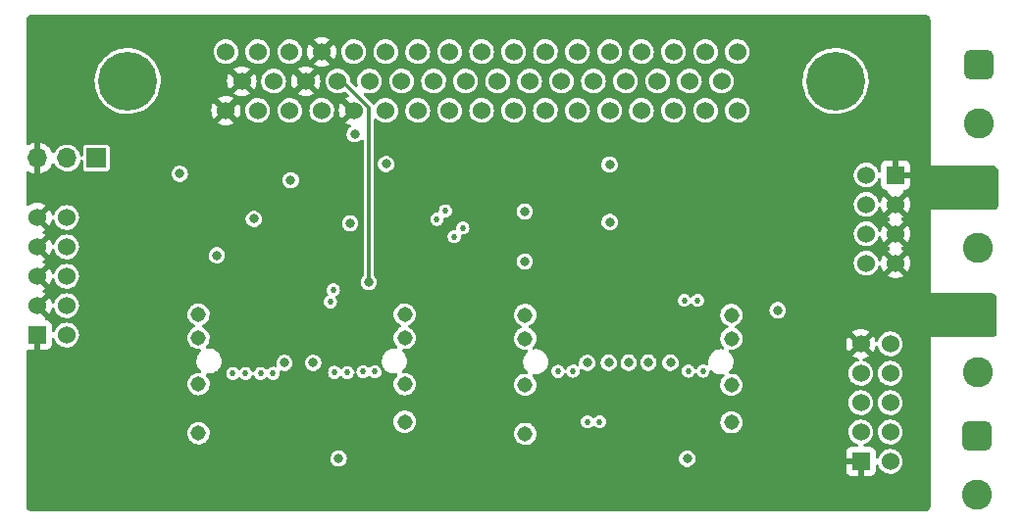
<source format=gbr>
%TF.GenerationSoftware,KiCad,Pcbnew,(6.0.4-0)*%
%TF.CreationDate,2023-07-13T10:21:46-07:00*%
%TF.ProjectId,CableAdapterBoard,4361626c-6541-4646-9170-746572426f61,rev?*%
%TF.SameCoordinates,Original*%
%TF.FileFunction,Copper,L4,Inr*%
%TF.FilePolarity,Positive*%
%FSLAX46Y46*%
G04 Gerber Fmt 4.6, Leading zero omitted, Abs format (unit mm)*
G04 Created by KiCad (PCBNEW (6.0.4-0)) date 2023-07-13 10:21:46*
%MOMM*%
%LPD*%
G01*
G04 APERTURE LIST*
G04 Aperture macros list*
%AMRoundRect*
0 Rectangle with rounded corners*
0 $1 Rounding radius*
0 $2 $3 $4 $5 $6 $7 $8 $9 X,Y pos of 4 corners*
0 Add a 4 corners polygon primitive as box body*
4,1,4,$2,$3,$4,$5,$6,$7,$8,$9,$2,$3,0*
0 Add four circle primitives for the rounded corners*
1,1,$1+$1,$2,$3*
1,1,$1+$1,$4,$5*
1,1,$1+$1,$6,$7*
1,1,$1+$1,$8,$9*
0 Add four rect primitives between the rounded corners*
20,1,$1+$1,$2,$3,$4,$5,0*
20,1,$1+$1,$4,$5,$6,$7,0*
20,1,$1+$1,$6,$7,$8,$9,0*
20,1,$1+$1,$8,$9,$2,$3,0*%
G04 Aperture macros list end*
%TA.AperFunction,ComponentPad*%
%ADD10R,1.700000X1.700000*%
%TD*%
%TA.AperFunction,ComponentPad*%
%ADD11O,1.700000X1.700000*%
%TD*%
%TA.AperFunction,ComponentPad*%
%ADD12C,1.308000*%
%TD*%
%TA.AperFunction,ComponentPad*%
%ADD13R,1.530000X1.530000*%
%TD*%
%TA.AperFunction,ComponentPad*%
%ADD14C,1.530000*%
%TD*%
%TA.AperFunction,ComponentPad*%
%ADD15RoundRect,0.650000X-0.650000X0.650000X-0.650000X-0.650000X0.650000X-0.650000X0.650000X0.650000X0*%
%TD*%
%TA.AperFunction,ComponentPad*%
%ADD16C,2.600000*%
%TD*%
%TA.AperFunction,ComponentPad*%
%ADD17C,1.524000*%
%TD*%
%TA.AperFunction,ComponentPad*%
%ADD18C,5.080000*%
%TD*%
%TA.AperFunction,ViaPad*%
%ADD19C,0.800000*%
%TD*%
%TA.AperFunction,ViaPad*%
%ADD20C,0.520700*%
%TD*%
%TA.AperFunction,Conductor*%
%ADD21C,0.304800*%
%TD*%
G04 APERTURE END LIST*
D10*
%TO.N,DGND*%
%TO.C,JP1*%
X103610000Y-82200000D03*
D11*
%TO.N,/d-sub-shield*%
X101070000Y-82200000D03*
%TO.N,AGND*%
X98530000Y-82200000D03*
%TD*%
D12*
%TO.N,DGND*%
%TO.C,J21*%
X158425000Y-105040000D03*
X158425000Y-101800000D03*
X158425000Y-97800000D03*
X158425000Y-95770000D03*
X140625000Y-95770000D03*
X140625000Y-97800000D03*
X140625000Y-101800000D03*
X140625000Y-106040000D03*
%TD*%
D13*
%TO.N,AGND*%
%TO.C,J2*%
X169595000Y-108422500D03*
D14*
%TO.N,unconnected-(J2-Pad02)*%
X169595000Y-105882500D03*
%TO.N,unconnected-(J2-Pad03)*%
X169595000Y-103342500D03*
%TO.N,unconnected-(J2-Pad04)*%
X169595000Y-100802500D03*
%TO.N,AGND*%
X169595000Y-98262500D03*
%TO.N,unconnected-(J2-Pad06)*%
X172135000Y-108422500D03*
%TO.N,unconnected-(J2-Pad07)*%
X172135000Y-105882500D03*
%TO.N,unconnected-(J2-Pad08)*%
X172135000Y-103342500D03*
%TO.N,/VDD2_Sense*%
X172135000Y-100802500D03*
%TO.N,/VDD1_Sense*%
X172135000Y-98262500D03*
%TD*%
D15*
%TO.N,DGND*%
%TO.C,TP4*%
X179600000Y-106220000D03*
D16*
%TO.N,/VDD2_Sense*%
X179600000Y-111300000D03*
%TD*%
D13*
%TO.N,AGND*%
%TO.C,J3*%
X98495000Y-97497500D03*
D14*
X98495000Y-94957500D03*
X98495000Y-92417500D03*
X98495000Y-89877500D03*
X98495000Y-87337500D03*
%TO.N,/HS_Vdiff*%
X101035000Y-97497500D03*
%TO.N,unconnected-(J3-Pad07)*%
X101035000Y-94957500D03*
%TO.N,/ADC_MON_VIN_P*%
X101035000Y-92417500D03*
%TO.N,/ADC_MON_VCOM*%
X101035000Y-89877500D03*
%TO.N,/ADC_MON_VIN_N*%
X101035000Y-87337500D03*
%TD*%
D15*
%TO.N,AGND*%
%TO.C,TP2*%
X179720000Y-84890000D03*
D16*
%TO.N,/VDD1*%
X179720000Y-89970000D03*
%TD*%
D15*
%TO.N,DGND*%
%TO.C,TP3*%
X179770000Y-74100000D03*
D16*
%TO.N,/VDD2*%
X179770000Y-79180000D03*
%TD*%
D12*
%TO.N,DGND*%
%TO.C,J31*%
X130225000Y-104990000D03*
X130225000Y-101750000D03*
X130225000Y-97750000D03*
X130225000Y-95720000D03*
X112425000Y-95720000D03*
X112425000Y-97750000D03*
X112425000Y-101750000D03*
X112425000Y-105990000D03*
%TD*%
D13*
%TO.N,AGND*%
%TO.C,J1*%
X172595000Y-83665000D03*
D14*
X172595000Y-86205000D03*
X172595000Y-88745000D03*
X172595000Y-91285000D03*
%TO.N,/VDD2*%
X170055000Y-83665000D03*
X170055000Y-86205000D03*
%TO.N,/VDD1*%
X170055000Y-88745000D03*
X170055000Y-91285000D03*
%TD*%
D17*
%TO.N,DGND*%
%TO.C,DSUB1*%
X158938600Y-78086500D03*
%TO.N,/RD_CLK_P*%
X156195400Y-78086500D03*
%TO.N,DGND*%
X153426800Y-78086500D03*
%TO.N,/DATA_OUT_1_P*%
X150658200Y-78086500D03*
%TO.N,DGND*%
X147915000Y-78086500D03*
%TO.N,/DATA_OUT_0_P*%
X145146400Y-78086500D03*
%TO.N,DGND*%
X142377800Y-78086500D03*
%TO.N,/ASIC_SR0_P*%
X139634600Y-78086500D03*
%TO.N,DGND*%
X136866000Y-78086500D03*
%TO.N,/WORD_CLK_0_N*%
X134097400Y-78086500D03*
%TO.N,/WORD_CLK_0_P*%
X131354200Y-78086500D03*
%TO.N,DGND*%
X128585600Y-78086500D03*
%TO.N,AGND*%
X125817000Y-78086500D03*
%TO.N,/HS_Vdiff*%
X123073800Y-78086500D03*
%TO.N,/VDD1*%
X120305200Y-78086500D03*
X117536600Y-78086500D03*
%TO.N,AGND*%
X114793400Y-78086500D03*
%TO.N,/VDD2*%
X157567000Y-75546500D03*
%TO.N,/RD_CLK_N*%
X154798400Y-75546500D03*
%TO.N,DGND*%
X152055200Y-75546500D03*
%TO.N,/DATA_OUT_1_N*%
X149286600Y-75546500D03*
%TO.N,DGND*%
X146518000Y-75546500D03*
%TO.N,/DATA_OUT_0_N*%
X143749400Y-75546500D03*
%TO.N,/ASIC_GR*%
X141006200Y-75546500D03*
%TO.N,/ASIC_SR0_N*%
X138237600Y-75546500D03*
%TO.N,DGND*%
X135469000Y-75546500D03*
%TO.N,/SACI_CMD_P*%
X132725800Y-75546500D03*
%TO.N,DGND*%
X129957200Y-75546500D03*
%TO.N,/SACI_CLK_P*%
X127188600Y-75546500D03*
%TO.N,/ASIC_SACI_SEL*%
X124445400Y-75546500D03*
%TO.N,AGND*%
X121676800Y-75546500D03*
%TO.N,/ADC_MON_VIN_P*%
X118908200Y-75546500D03*
%TO.N,AGND*%
X116165000Y-75546500D03*
%TO.N,/VDD2*%
X158938600Y-73006500D03*
%TO.N,/ASIC_SampClkEn_P*%
X156195400Y-73006500D03*
%TO.N,/ASIC_SampClkEn_N*%
X153426800Y-73006500D03*
%TO.N,/VDD2_Sense*%
X150658200Y-73006500D03*
%TO.N,DGND*%
X147915000Y-73006500D03*
%TO.N,/SACI_RESP_P*%
X145146400Y-73006500D03*
%TO.N,/SACI_RESP_N*%
X142377800Y-73006500D03*
%TO.N,DGND*%
X139634600Y-73006500D03*
X136866000Y-73006500D03*
%TO.N,/ASIC_PULSE*%
X134097400Y-73006500D03*
%TO.N,/SACI_CMD_N*%
X131354200Y-73006500D03*
%TO.N,DGND*%
X128585600Y-73006500D03*
%TO.N,/SACI_CLK_N*%
X125817000Y-73006500D03*
%TO.N,AGND*%
X123073800Y-73006500D03*
%TO.N,/ADC_MON_VCOM*%
X120305200Y-73006500D03*
%TO.N,/ADC_MON_VIN_N*%
X117536600Y-73006500D03*
%TO.N,/VDD1_Sense*%
X114793400Y-73006500D03*
D18*
%TO.N,/d-sub-shield*%
X106309800Y-75546500D03*
X167422200Y-75546500D03*
%TD*%
D15*
%TO.N,AGND*%
%TO.C,TP1*%
X179670000Y-95630000D03*
D16*
%TO.N,/VDD1_Sense*%
X179670000Y-100710000D03*
%TD*%
D19*
%TO.N,DGND*%
X119840000Y-99900000D03*
X147920000Y-87730000D03*
X162420000Y-95360000D03*
X145980000Y-99900000D03*
X110800000Y-83560000D03*
X125520000Y-87840000D03*
X114000000Y-90600000D03*
X128610000Y-82720000D03*
X140580000Y-86820000D03*
X125910000Y-80150000D03*
X140580000Y-91140000D03*
X117200000Y-87460000D03*
X124520000Y-108170000D03*
X147920000Y-82770000D03*
X154610000Y-108190000D03*
X120390000Y-84110000D03*
X153170000Y-99890000D03*
X122320000Y-99900000D03*
X149560000Y-99890000D03*
X151260000Y-99890000D03*
X147840000Y-99890000D03*
D20*
%TO.N,/RD_CLK_P*%
X144760000Y-100620000D03*
%TO.N,/DATA_OUT_1_P*%
X155510001Y-94499989D03*
%TO.N,/DATA_OUT_0_P*%
X155970000Y-100620000D03*
%TO.N,/ASIC_SR0_P*%
X116480006Y-100819991D03*
%TO.N,/WORD_CLK_0_N*%
X145999987Y-104999993D03*
X133746240Y-86753776D03*
X135239430Y-88246966D03*
%TO.N,/WORD_CLK_0_P*%
X147049998Y-104999993D03*
X134496962Y-88989433D03*
X133003773Y-87496244D03*
D19*
%TO.N,AGND*%
X167390000Y-94890000D03*
X154600000Y-110660000D03*
X106540000Y-85610000D03*
X124450000Y-111020000D03*
D20*
%TO.N,/RD_CLK_N*%
X143460000Y-100630000D03*
%TO.N,/DATA_OUT_1_N*%
X154359991Y-94499989D03*
%TO.N,/DATA_OUT_0_N*%
X154700000Y-100620000D03*
%TO.N,/ASIC_SR0_N*%
X115380008Y-100819991D03*
%TO.N,/SACI_CMD_P*%
X125270006Y-100740007D03*
%TO.N,/SACI_CLK_P*%
X118869993Y-100800002D03*
D19*
%TO.N,/ASIC_SACI_SEL*%
X127125000Y-92925000D03*
D20*
%TO.N,/ASIC_SampClkEn_P*%
X124060001Y-93590008D03*
%TO.N,/ASIC_SampClkEn_N*%
X123820000Y-94620000D03*
%TO.N,/SACI_RESP_P*%
X127650011Y-100670004D03*
%TO.N,/SACI_RESP_N*%
X126629998Y-100670004D03*
%TO.N,/SACI_CMD_N*%
X124170000Y-100730000D03*
%TO.N,/SACI_CLK_N*%
X117780003Y-100800002D03*
%TD*%
D21*
%TO.N,/ASIC_SACI_SEL*%
X127125000Y-92925000D02*
X127125000Y-77819191D01*
X124852309Y-75546500D02*
X124445400Y-75546500D01*
X127125000Y-77819191D02*
X124852309Y-75546500D01*
%TD*%
%TA.AperFunction,Conductor*%
%TO.N,AGND*%
G36*
X175110188Y-69781078D02*
G01*
X175217034Y-69795145D01*
X175248805Y-69803658D01*
X175340676Y-69841712D01*
X175369162Y-69858159D01*
X175448050Y-69918692D01*
X175471308Y-69941950D01*
X175531841Y-70020838D01*
X175548288Y-70049324D01*
X175586342Y-70141195D01*
X175594855Y-70172966D01*
X175608922Y-70279812D01*
X175610000Y-70296259D01*
X175610000Y-112253741D01*
X175608922Y-112270188D01*
X175594855Y-112377034D01*
X175586342Y-112408805D01*
X175548288Y-112500676D01*
X175531841Y-112529162D01*
X175471308Y-112608050D01*
X175448050Y-112631308D01*
X175369162Y-112691841D01*
X175340676Y-112708288D01*
X175248805Y-112746342D01*
X175217034Y-112754855D01*
X175110188Y-112768922D01*
X175093741Y-112770000D01*
X98066259Y-112770000D01*
X98049812Y-112768922D01*
X97942966Y-112754855D01*
X97911195Y-112746342D01*
X97819324Y-112708288D01*
X97790838Y-112691841D01*
X97711950Y-112631308D01*
X97688692Y-112608050D01*
X97628159Y-112529162D01*
X97611712Y-112500676D01*
X97573658Y-112408805D01*
X97565145Y-112377034D01*
X97551078Y-112270188D01*
X97550000Y-112253741D01*
X97550000Y-109232169D01*
X168322001Y-109232169D01*
X168322371Y-109238990D01*
X168327895Y-109289852D01*
X168331521Y-109305104D01*
X168376676Y-109425554D01*
X168385214Y-109441149D01*
X168461715Y-109543224D01*
X168474276Y-109555785D01*
X168576351Y-109632286D01*
X168591946Y-109640824D01*
X168712394Y-109685978D01*
X168727649Y-109689605D01*
X168778514Y-109695131D01*
X168785328Y-109695500D01*
X169322885Y-109695500D01*
X169338124Y-109691025D01*
X169339329Y-109689635D01*
X169341000Y-109681952D01*
X169341000Y-108694615D01*
X169336525Y-108679376D01*
X169335135Y-108678171D01*
X169327452Y-108676500D01*
X168340116Y-108676500D01*
X168324877Y-108680975D01*
X168323672Y-108682365D01*
X168322001Y-108690048D01*
X168322001Y-109232169D01*
X97550000Y-109232169D01*
X97550000Y-108162560D01*
X123809559Y-108162560D01*
X123815872Y-108219738D01*
X123824126Y-108294500D01*
X123828292Y-108332239D01*
X123830901Y-108339370D01*
X123830902Y-108339372D01*
X123862606Y-108426005D01*
X123886958Y-108492551D01*
X123891194Y-108498854D01*
X123891194Y-108498855D01*
X123900213Y-108512276D01*
X123982170Y-108634242D01*
X123987782Y-108639349D01*
X123987785Y-108639352D01*
X124102811Y-108744018D01*
X124102815Y-108744021D01*
X124108432Y-108749132D01*
X124115109Y-108752757D01*
X124115110Y-108752758D01*
X124138000Y-108765186D01*
X124258455Y-108830588D01*
X124423577Y-108873907D01*
X124510592Y-108875274D01*
X124586666Y-108876469D01*
X124586669Y-108876469D01*
X124594265Y-108876588D01*
X124601669Y-108874892D01*
X124601671Y-108874892D01*
X124673342Y-108858477D01*
X124760667Y-108838477D01*
X124913174Y-108761774D01*
X124918945Y-108756845D01*
X124918948Y-108756843D01*
X125037210Y-108655837D01*
X125037211Y-108655836D01*
X125042982Y-108650907D01*
X125142598Y-108512276D01*
X125147993Y-108498855D01*
X125203436Y-108360939D01*
X125203437Y-108360937D01*
X125206271Y-108353886D01*
X125230324Y-108184879D01*
X125230348Y-108182560D01*
X153899559Y-108182560D01*
X153918292Y-108352239D01*
X153920901Y-108359370D01*
X153920902Y-108359372D01*
X153974279Y-108505229D01*
X153976958Y-108512551D01*
X154072170Y-108654242D01*
X154077782Y-108659349D01*
X154077785Y-108659352D01*
X154192811Y-108764018D01*
X154192815Y-108764021D01*
X154198432Y-108769132D01*
X154205109Y-108772757D01*
X154205110Y-108772758D01*
X154225169Y-108783649D01*
X154348455Y-108850588D01*
X154513577Y-108893907D01*
X154600592Y-108895274D01*
X154676666Y-108896469D01*
X154676669Y-108896469D01*
X154684265Y-108896588D01*
X154691669Y-108894892D01*
X154691671Y-108894892D01*
X154771590Y-108876588D01*
X154850667Y-108858477D01*
X155003174Y-108781774D01*
X155008945Y-108776845D01*
X155008948Y-108776843D01*
X155127210Y-108675837D01*
X155127211Y-108675836D01*
X155132982Y-108670907D01*
X155232598Y-108532276D01*
X155238159Y-108518442D01*
X155293436Y-108380939D01*
X155293437Y-108380937D01*
X155296271Y-108373886D01*
X155308913Y-108285058D01*
X155319743Y-108208962D01*
X155319743Y-108208961D01*
X155320324Y-108204879D01*
X155320480Y-108190000D01*
X155315686Y-108150385D01*
X168322000Y-108150385D01*
X168326475Y-108165624D01*
X168327865Y-108166829D01*
X168335548Y-108168500D01*
X169723000Y-108168500D01*
X169791121Y-108188502D01*
X169837614Y-108242158D01*
X169849000Y-108294500D01*
X169849000Y-109677384D01*
X169853475Y-109692623D01*
X169854865Y-109693828D01*
X169862548Y-109695499D01*
X170404669Y-109695499D01*
X170411490Y-109695129D01*
X170462352Y-109689605D01*
X170477604Y-109685979D01*
X170598054Y-109640824D01*
X170613649Y-109632286D01*
X170715724Y-109555785D01*
X170728285Y-109543224D01*
X170804786Y-109441149D01*
X170813324Y-109425554D01*
X170858478Y-109305106D01*
X170862105Y-109289851D01*
X170867631Y-109238986D01*
X170868000Y-109232172D01*
X170868000Y-108783649D01*
X170888002Y-108715528D01*
X170941658Y-108669035D01*
X171011932Y-108658931D01*
X171076512Y-108688425D01*
X171115119Y-108748919D01*
X171135045Y-108818410D01*
X171137860Y-108823887D01*
X171137861Y-108823890D01*
X171175223Y-108896588D01*
X171230988Y-109005096D01*
X171234811Y-109009920D01*
X171234814Y-109009924D01*
X171256338Y-109037080D01*
X171361365Y-109169590D01*
X171366059Y-109173585D01*
X171442910Y-109238990D01*
X171521210Y-109305629D01*
X171704433Y-109408029D01*
X171904057Y-109472891D01*
X172112477Y-109497743D01*
X172118612Y-109497271D01*
X172118614Y-109497271D01*
X172315614Y-109482113D01*
X172315619Y-109482112D01*
X172321755Y-109481640D01*
X172327685Y-109479984D01*
X172327687Y-109479984D01*
X172517992Y-109426850D01*
X172517991Y-109426850D01*
X172523920Y-109425195D01*
X172554134Y-109409933D01*
X172612264Y-109380569D01*
X172711270Y-109330557D01*
X172743177Y-109305629D01*
X172871815Y-109205126D01*
X172871816Y-109205126D01*
X172876671Y-109201332D01*
X173013822Y-109042441D01*
X173117499Y-108859937D01*
X173183753Y-108660771D01*
X173201681Y-108518855D01*
X173209618Y-108456032D01*
X173209619Y-108456023D01*
X173210060Y-108452529D01*
X173210479Y-108422500D01*
X173189997Y-108213605D01*
X173129330Y-108012667D01*
X173048868Y-107861340D01*
X173033685Y-107832785D01*
X173033683Y-107832783D01*
X173030789Y-107827339D01*
X172943909Y-107720814D01*
X172902023Y-107669456D01*
X172902020Y-107669453D01*
X172898128Y-107664681D01*
X172893379Y-107660752D01*
X172741150Y-107534817D01*
X172741146Y-107534815D01*
X172736400Y-107530888D01*
X172551765Y-107431056D01*
X172351255Y-107368987D01*
X172345137Y-107368344D01*
X172345132Y-107368343D01*
X172148636Y-107347691D01*
X172148635Y-107347691D01*
X172142508Y-107347047D01*
X172056126Y-107354909D01*
X171939614Y-107365512D01*
X171939611Y-107365513D01*
X171933475Y-107366071D01*
X171927569Y-107367809D01*
X171927565Y-107367810D01*
X171738030Y-107423593D01*
X171732118Y-107425333D01*
X171546107Y-107522578D01*
X171382527Y-107654100D01*
X171247608Y-107814890D01*
X171244644Y-107820282D01*
X171244641Y-107820286D01*
X171218442Y-107867942D01*
X171146489Y-107998824D01*
X171139504Y-108020845D01*
X171114101Y-108100924D01*
X171074437Y-108159808D01*
X171009235Y-108187900D01*
X170939196Y-108176282D01*
X170886556Y-108128642D01*
X170867999Y-108062825D01*
X170867999Y-107612831D01*
X170867629Y-107606010D01*
X170862105Y-107555148D01*
X170858479Y-107539896D01*
X170813324Y-107419446D01*
X170804786Y-107403851D01*
X170728285Y-107301776D01*
X170715724Y-107289215D01*
X170613649Y-107212714D01*
X170598054Y-107204176D01*
X170477606Y-107159022D01*
X170462351Y-107155395D01*
X170411486Y-107149869D01*
X170404672Y-107149500D01*
X169957109Y-107149500D01*
X169888988Y-107129498D01*
X169842495Y-107075842D01*
X169832391Y-107005568D01*
X169861885Y-106940988D01*
X169923226Y-106902141D01*
X169977990Y-106886851D01*
X169977993Y-106886850D01*
X169983920Y-106885195D01*
X170007427Y-106873321D01*
X170098043Y-106827547D01*
X170171270Y-106790557D01*
X170182812Y-106781540D01*
X170331815Y-106665126D01*
X170331816Y-106665126D01*
X170336671Y-106661332D01*
X170397994Y-106590289D01*
X170469793Y-106507109D01*
X170469794Y-106507107D01*
X170473822Y-106502441D01*
X170577499Y-106319937D01*
X170643753Y-106120771D01*
X170655657Y-106026541D01*
X170669618Y-105916032D01*
X170669619Y-105916023D01*
X170670060Y-105912529D01*
X170670479Y-105882500D01*
X170669007Y-105867484D01*
X171059626Y-105867484D01*
X171060142Y-105873628D01*
X171074409Y-106043523D01*
X171077190Y-106076645D01*
X171078889Y-106082570D01*
X171116579Y-106214010D01*
X171135045Y-106278410D01*
X171137860Y-106283887D01*
X171137861Y-106283890D01*
X171228173Y-106459619D01*
X171230988Y-106465096D01*
X171234811Y-106469920D01*
X171234814Y-106469924D01*
X171294832Y-106545647D01*
X171361365Y-106629590D01*
X171366059Y-106633585D01*
X171488817Y-106738060D01*
X171521210Y-106765629D01*
X171526588Y-106768635D01*
X171526590Y-106768636D01*
X171549679Y-106781540D01*
X171704433Y-106868029D01*
X171904057Y-106932891D01*
X172112477Y-106957743D01*
X172118612Y-106957271D01*
X172118614Y-106957271D01*
X172315614Y-106942113D01*
X172315619Y-106942112D01*
X172321755Y-106941640D01*
X172327685Y-106939984D01*
X172327687Y-106939984D01*
X172511345Y-106888706D01*
X172523920Y-106885195D01*
X172547427Y-106873321D01*
X172638043Y-106827547D01*
X172711270Y-106790557D01*
X172722812Y-106781540D01*
X172871815Y-106665126D01*
X172871816Y-106665126D01*
X172876671Y-106661332D01*
X172937994Y-106590289D01*
X173009793Y-106507109D01*
X173009794Y-106507107D01*
X173013822Y-106502441D01*
X173117499Y-106319937D01*
X173183753Y-106120771D01*
X173195657Y-106026541D01*
X173209618Y-105916032D01*
X173209619Y-105916023D01*
X173210060Y-105912529D01*
X173210479Y-105882500D01*
X173189997Y-105673605D01*
X173129330Y-105472667D01*
X173117704Y-105450801D01*
X173033685Y-105292785D01*
X173033683Y-105292783D01*
X173030789Y-105287339D01*
X172925196Y-105157869D01*
X172902023Y-105129456D01*
X172902020Y-105129453D01*
X172898128Y-105124681D01*
X172893379Y-105120752D01*
X172741150Y-104994817D01*
X172741146Y-104994815D01*
X172736400Y-104990888D01*
X172551765Y-104891056D01*
X172351255Y-104828987D01*
X172345137Y-104828344D01*
X172345132Y-104828343D01*
X172148636Y-104807691D01*
X172148635Y-104807691D01*
X172142508Y-104807047D01*
X172056126Y-104814909D01*
X171939614Y-104825512D01*
X171939611Y-104825513D01*
X171933475Y-104826071D01*
X171927569Y-104827809D01*
X171927565Y-104827810D01*
X171816443Y-104860515D01*
X171732118Y-104885333D01*
X171546107Y-104982578D01*
X171382527Y-105114100D01*
X171247608Y-105274890D01*
X171244644Y-105280282D01*
X171244641Y-105280286D01*
X171164412Y-105426223D01*
X171146489Y-105458824D01*
X171083023Y-105658895D01*
X171082337Y-105665012D01*
X171082336Y-105665016D01*
X171067547Y-105796867D01*
X171059626Y-105867484D01*
X170669007Y-105867484D01*
X170649997Y-105673605D01*
X170589330Y-105472667D01*
X170577704Y-105450801D01*
X170493685Y-105292785D01*
X170493683Y-105292783D01*
X170490789Y-105287339D01*
X170385196Y-105157869D01*
X170362023Y-105129456D01*
X170362020Y-105129453D01*
X170358128Y-105124681D01*
X170353379Y-105120752D01*
X170201150Y-104994817D01*
X170201146Y-104994815D01*
X170196400Y-104990888D01*
X170011765Y-104891056D01*
X169811255Y-104828987D01*
X169805137Y-104828344D01*
X169805132Y-104828343D01*
X169608636Y-104807691D01*
X169608635Y-104807691D01*
X169602508Y-104807047D01*
X169516126Y-104814909D01*
X169399614Y-104825512D01*
X169399611Y-104825513D01*
X169393475Y-104826071D01*
X169387569Y-104827809D01*
X169387565Y-104827810D01*
X169276443Y-104860515D01*
X169192118Y-104885333D01*
X169006107Y-104982578D01*
X168842527Y-105114100D01*
X168707608Y-105274890D01*
X168704644Y-105280282D01*
X168704641Y-105280286D01*
X168624412Y-105426223D01*
X168606489Y-105458824D01*
X168543023Y-105658895D01*
X168542337Y-105665012D01*
X168542336Y-105665016D01*
X168527547Y-105796867D01*
X168519626Y-105867484D01*
X168520142Y-105873628D01*
X168534409Y-106043523D01*
X168537190Y-106076645D01*
X168538889Y-106082570D01*
X168576579Y-106214010D01*
X168595045Y-106278410D01*
X168597860Y-106283887D01*
X168597861Y-106283890D01*
X168688173Y-106459619D01*
X168690988Y-106465096D01*
X168694811Y-106469920D01*
X168694814Y-106469924D01*
X168754832Y-106545647D01*
X168821365Y-106629590D01*
X168826059Y-106633585D01*
X168948817Y-106738060D01*
X168981210Y-106765629D01*
X168986588Y-106768635D01*
X168986590Y-106768636D01*
X169009679Y-106781540D01*
X169164433Y-106868029D01*
X169222358Y-106886850D01*
X169274118Y-106903668D01*
X169332723Y-106943742D01*
X169360360Y-107009139D01*
X169348253Y-107079095D01*
X169300247Y-107131401D01*
X169235181Y-107149501D01*
X168785331Y-107149501D01*
X168778510Y-107149871D01*
X168727648Y-107155395D01*
X168712396Y-107159021D01*
X168591946Y-107204176D01*
X168576351Y-107212714D01*
X168474276Y-107289215D01*
X168461715Y-107301776D01*
X168385214Y-107403851D01*
X168376676Y-107419446D01*
X168331522Y-107539894D01*
X168327895Y-107555149D01*
X168322369Y-107606014D01*
X168322000Y-107612828D01*
X168322000Y-108150385D01*
X155315686Y-108150385D01*
X155299971Y-108020527D01*
X155239630Y-107860837D01*
X155235331Y-107854582D01*
X155235329Y-107854578D01*
X155147241Y-107726410D01*
X155147240Y-107726408D01*
X155142939Y-107720151D01*
X155136705Y-107714596D01*
X155064469Y-107650237D01*
X155015481Y-107606590D01*
X155007523Y-107602376D01*
X154871322Y-107530262D01*
X154871321Y-107530261D01*
X154864613Y-107526710D01*
X154699047Y-107485122D01*
X154691449Y-107485082D01*
X154691447Y-107485082D01*
X154617658Y-107484696D01*
X154528339Y-107484229D01*
X154520960Y-107486001D01*
X154520956Y-107486001D01*
X154369726Y-107522308D01*
X154369722Y-107522309D01*
X154362347Y-107524080D01*
X154331708Y-107539894D01*
X154239727Y-107587369D01*
X154210651Y-107602376D01*
X154204929Y-107607368D01*
X154204927Y-107607369D01*
X154104361Y-107695098D01*
X154082010Y-107714596D01*
X153983852Y-107854262D01*
X153981093Y-107861337D01*
X153981092Y-107861340D01*
X153929597Y-107993419D01*
X153921841Y-108013311D01*
X153920849Y-108020844D01*
X153920849Y-108020845D01*
X153901213Y-108170000D01*
X153899559Y-108182560D01*
X125230348Y-108182560D01*
X125230414Y-108176282D01*
X125230437Y-108174134D01*
X125230437Y-108174129D01*
X125230480Y-108170000D01*
X125209971Y-108000527D01*
X125159872Y-107867942D01*
X125152315Y-107847942D01*
X125152314Y-107847940D01*
X125149630Y-107840837D01*
X125145331Y-107834582D01*
X125145329Y-107834578D01*
X125057241Y-107706410D01*
X125057240Y-107706408D01*
X125052939Y-107700151D01*
X125046705Y-107694596D01*
X124947282Y-107606014D01*
X124925481Y-107586590D01*
X124917523Y-107582376D01*
X124781322Y-107510262D01*
X124781321Y-107510261D01*
X124774613Y-107506710D01*
X124609047Y-107465122D01*
X124601449Y-107465082D01*
X124601447Y-107465082D01*
X124527658Y-107464696D01*
X124438339Y-107464229D01*
X124430960Y-107466001D01*
X124430956Y-107466001D01*
X124279726Y-107502308D01*
X124279722Y-107502309D01*
X124272347Y-107504080D01*
X124120651Y-107582376D01*
X124114929Y-107587368D01*
X124114927Y-107587369D01*
X124042860Y-107650237D01*
X123992010Y-107694596D01*
X123893852Y-107834262D01*
X123891093Y-107841337D01*
X123891092Y-107841340D01*
X123880721Y-107867942D01*
X123831841Y-107993311D01*
X123830849Y-108000844D01*
X123830849Y-108000845D01*
X123811162Y-108150385D01*
X123809559Y-108162560D01*
X97550000Y-108162560D01*
X97550000Y-105976541D01*
X111461152Y-105976541D01*
X111461668Y-105982685D01*
X111473755Y-106126623D01*
X111476894Y-106164010D01*
X111478593Y-106169934D01*
X111523143Y-106325300D01*
X111528749Y-106344851D01*
X111614743Y-106512175D01*
X111618569Y-106517002D01*
X111727769Y-106654780D01*
X111727773Y-106654785D01*
X111731598Y-106659610D01*
X111736292Y-106663605D01*
X111856170Y-106765629D01*
X111874865Y-106781540D01*
X112039087Y-106873321D01*
X112218008Y-106931455D01*
X112404813Y-106953731D01*
X112410948Y-106953259D01*
X112410950Y-106953259D01*
X112586245Y-106939771D01*
X112586249Y-106939770D01*
X112592387Y-106939298D01*
X112773585Y-106888706D01*
X112941506Y-106803883D01*
X112963422Y-106786761D01*
X113084892Y-106691858D01*
X113084893Y-106691857D01*
X113089753Y-106688060D01*
X113194247Y-106567002D01*
X113208656Y-106550309D01*
X113208656Y-106550308D01*
X113212680Y-106545647D01*
X113258440Y-106465096D01*
X113302560Y-106387432D01*
X113302562Y-106387428D01*
X113305605Y-106382071D01*
X113346409Y-106259408D01*
X113363042Y-106209408D01*
X113363043Y-106209405D01*
X113364987Y-106203560D01*
X113387350Y-106026541D01*
X139661152Y-106026541D01*
X139661668Y-106032685D01*
X139676017Y-106203560D01*
X139676894Y-106214010D01*
X139678593Y-106219934D01*
X139726622Y-106387432D01*
X139728749Y-106394851D01*
X139814743Y-106562175D01*
X139818569Y-106567002D01*
X139927769Y-106704780D01*
X139927773Y-106704785D01*
X139931598Y-106709610D01*
X139936292Y-106713605D01*
X140011424Y-106777547D01*
X140074865Y-106831540D01*
X140239087Y-106923321D01*
X140418008Y-106981455D01*
X140604813Y-107003731D01*
X140610948Y-107003259D01*
X140610950Y-107003259D01*
X140786245Y-106989771D01*
X140786249Y-106989770D01*
X140792387Y-106989298D01*
X140973585Y-106938706D01*
X141141506Y-106853883D01*
X141205504Y-106803883D01*
X141284892Y-106741858D01*
X141284893Y-106741857D01*
X141289753Y-106738060D01*
X141412680Y-106595647D01*
X141438436Y-106550309D01*
X141502560Y-106437432D01*
X141502562Y-106437428D01*
X141505605Y-106432071D01*
X141556721Y-106278410D01*
X141563042Y-106259408D01*
X141563043Y-106259405D01*
X141564987Y-106253560D01*
X141588566Y-106066915D01*
X141588942Y-106040000D01*
X141570584Y-105852769D01*
X141516209Y-105672670D01*
X141508885Y-105658895D01*
X141430784Y-105512009D01*
X141430783Y-105512007D01*
X141427888Y-105506563D01*
X141341252Y-105400336D01*
X141312880Y-105365548D01*
X141312877Y-105365545D01*
X141308985Y-105360773D01*
X141304236Y-105356844D01*
X141168780Y-105244785D01*
X141168776Y-105244783D01*
X141164030Y-105240856D01*
X140998543Y-105151377D01*
X140878120Y-105114100D01*
X140824714Y-105097568D01*
X140824711Y-105097567D01*
X140818827Y-105095746D01*
X140812702Y-105095102D01*
X140812701Y-105095102D01*
X140637858Y-105076725D01*
X140637857Y-105076725D01*
X140631730Y-105076081D01*
X140512992Y-105086887D01*
X140450516Y-105092573D01*
X140450515Y-105092573D01*
X140444375Y-105093132D01*
X140438461Y-105094873D01*
X140438459Y-105094873D01*
X140357092Y-105118821D01*
X140263901Y-105146249D01*
X140097181Y-105233408D01*
X140092381Y-105237268D01*
X140092380Y-105237268D01*
X140083031Y-105244785D01*
X139950565Y-105351290D01*
X139946607Y-105356007D01*
X139946605Y-105356009D01*
X139902604Y-105408448D01*
X139829638Y-105495405D01*
X139739007Y-105660263D01*
X139737146Y-105666130D01*
X139737145Y-105666132D01*
X139732829Y-105679738D01*
X139682122Y-105839585D01*
X139661152Y-106026541D01*
X113387350Y-106026541D01*
X113388566Y-106016915D01*
X113388942Y-105990000D01*
X113370584Y-105802769D01*
X113316209Y-105622670D01*
X113309612Y-105610263D01*
X113230784Y-105462009D01*
X113230783Y-105462007D01*
X113227888Y-105456563D01*
X113161569Y-105375247D01*
X113112880Y-105315548D01*
X113112877Y-105315545D01*
X113108985Y-105310773D01*
X113104236Y-105306844D01*
X112968780Y-105194785D01*
X112968776Y-105194783D01*
X112964030Y-105190856D01*
X112798543Y-105101377D01*
X112698530Y-105070418D01*
X112624714Y-105047568D01*
X112624711Y-105047567D01*
X112618827Y-105045746D01*
X112612702Y-105045102D01*
X112612701Y-105045102D01*
X112437858Y-105026725D01*
X112437857Y-105026725D01*
X112431730Y-105026081D01*
X112317313Y-105036494D01*
X112250516Y-105042573D01*
X112250515Y-105042573D01*
X112244375Y-105043132D01*
X112238461Y-105044873D01*
X112238459Y-105044873D01*
X112163568Y-105066915D01*
X112063901Y-105096249D01*
X111897181Y-105183408D01*
X111892381Y-105187268D01*
X111892380Y-105187268D01*
X111883031Y-105194785D01*
X111750565Y-105301290D01*
X111746607Y-105306007D01*
X111746605Y-105306009D01*
X111700653Y-105360773D01*
X111629638Y-105445405D01*
X111539007Y-105610263D01*
X111537146Y-105616130D01*
X111537145Y-105616132D01*
X111525443Y-105653022D01*
X111482122Y-105789585D01*
X111461152Y-105976541D01*
X97550000Y-105976541D01*
X97550000Y-104976541D01*
X129261152Y-104976541D01*
X129261668Y-104982685D01*
X129275403Y-105146249D01*
X129276894Y-105164010D01*
X129284592Y-105190856D01*
X129325460Y-105333380D01*
X129328749Y-105344851D01*
X129414743Y-105512175D01*
X129418569Y-105517002D01*
X129527769Y-105654780D01*
X129527773Y-105654785D01*
X129531598Y-105659610D01*
X129536292Y-105663605D01*
X129565027Y-105688060D01*
X129674865Y-105781540D01*
X129839087Y-105873321D01*
X130018008Y-105931455D01*
X130204813Y-105953731D01*
X130210948Y-105953259D01*
X130210950Y-105953259D01*
X130386245Y-105939771D01*
X130386249Y-105939770D01*
X130392387Y-105939298D01*
X130573585Y-105888706D01*
X130741506Y-105803883D01*
X130868353Y-105704780D01*
X130884892Y-105691858D01*
X130884893Y-105691857D01*
X130889753Y-105688060D01*
X130994247Y-105567002D01*
X131008656Y-105550309D01*
X131008656Y-105550308D01*
X131012680Y-105545647D01*
X131037598Y-105501784D01*
X131102560Y-105387432D01*
X131102562Y-105387428D01*
X131105605Y-105382071D01*
X131139464Y-105280286D01*
X131163042Y-105209408D01*
X131163043Y-105209405D01*
X131164987Y-105203560D01*
X131188566Y-105016915D01*
X131188802Y-104999993D01*
X145429456Y-104999993D01*
X145430534Y-105008181D01*
X145445100Y-105118821D01*
X145448896Y-105147657D01*
X145452055Y-105155283D01*
X145486015Y-105237268D01*
X145505893Y-105285258D01*
X145525471Y-105310773D01*
X145591530Y-105396862D01*
X145596561Y-105403419D01*
X145603111Y-105408445D01*
X145603114Y-105408448D01*
X145640887Y-105437432D01*
X145714721Y-105494087D01*
X145852323Y-105551084D01*
X145860511Y-105552162D01*
X145926155Y-105560804D01*
X145999987Y-105570524D01*
X146008175Y-105569446D01*
X146026740Y-105567002D01*
X146073819Y-105560804D01*
X146139463Y-105552162D01*
X146147651Y-105551084D01*
X146285253Y-105494087D01*
X146359087Y-105437432D01*
X146396860Y-105408448D01*
X146396863Y-105408445D01*
X146403413Y-105403419D01*
X146408440Y-105396868D01*
X146408446Y-105396862D01*
X146425032Y-105375247D01*
X146482370Y-105333380D01*
X146553241Y-105329159D01*
X146615144Y-105363924D01*
X146624956Y-105375249D01*
X146641542Y-105396865D01*
X146641545Y-105396868D01*
X146646572Y-105403419D01*
X146653122Y-105408445D01*
X146653125Y-105408448D01*
X146690898Y-105437432D01*
X146764732Y-105494087D01*
X146902334Y-105551084D01*
X146910522Y-105552162D01*
X146976166Y-105560804D01*
X147049998Y-105570524D01*
X147058186Y-105569446D01*
X147076751Y-105567002D01*
X147123830Y-105560804D01*
X147189474Y-105552162D01*
X147197662Y-105551084D01*
X147335264Y-105494087D01*
X147409098Y-105437432D01*
X147446871Y-105408448D01*
X147446874Y-105408445D01*
X147453424Y-105403419D01*
X147458456Y-105396862D01*
X147524514Y-105310773D01*
X147544092Y-105285258D01*
X147563971Y-105237268D01*
X147597930Y-105155283D01*
X147601089Y-105147657D01*
X147604886Y-105118821D01*
X147617034Y-105026541D01*
X157461152Y-105026541D01*
X157461668Y-105032685D01*
X157476017Y-105203560D01*
X157476894Y-105214010D01*
X157484592Y-105240856D01*
X157526622Y-105387432D01*
X157528749Y-105394851D01*
X157614743Y-105562175D01*
X157618569Y-105567002D01*
X157727769Y-105704780D01*
X157727773Y-105704785D01*
X157731598Y-105709610D01*
X157736292Y-105713605D01*
X157811424Y-105777547D01*
X157874865Y-105831540D01*
X158039087Y-105923321D01*
X158218008Y-105981455D01*
X158404813Y-106003731D01*
X158410948Y-106003259D01*
X158410950Y-106003259D01*
X158586245Y-105989771D01*
X158586249Y-105989770D01*
X158592387Y-105989298D01*
X158773585Y-105938706D01*
X158941506Y-105853883D01*
X159005504Y-105803883D01*
X159084892Y-105741858D01*
X159084893Y-105741857D01*
X159089753Y-105738060D01*
X159212680Y-105595647D01*
X159226952Y-105570524D01*
X159302560Y-105437432D01*
X159302562Y-105437428D01*
X159305605Y-105432071D01*
X159351939Y-105292785D01*
X159363042Y-105259408D01*
X159363043Y-105259405D01*
X159364987Y-105253560D01*
X159388566Y-105066915D01*
X159388942Y-105040000D01*
X159370584Y-104852769D01*
X159316209Y-104672670D01*
X159309612Y-104660263D01*
X159230784Y-104512009D01*
X159230783Y-104512007D01*
X159227888Y-104506563D01*
X159174161Y-104440687D01*
X159112880Y-104365548D01*
X159112877Y-104365545D01*
X159108985Y-104360773D01*
X159104236Y-104356844D01*
X158968780Y-104244785D01*
X158968776Y-104244783D01*
X158964030Y-104240856D01*
X158798543Y-104151377D01*
X158686416Y-104116668D01*
X158624714Y-104097568D01*
X158624711Y-104097567D01*
X158618827Y-104095746D01*
X158612702Y-104095102D01*
X158612701Y-104095102D01*
X158437858Y-104076725D01*
X158437857Y-104076725D01*
X158431730Y-104076081D01*
X158336377Y-104084759D01*
X158250516Y-104092573D01*
X158250515Y-104092573D01*
X158244375Y-104093132D01*
X158238461Y-104094873D01*
X158238459Y-104094873D01*
X158216361Y-104101377D01*
X158063901Y-104146249D01*
X157897181Y-104233408D01*
X157892381Y-104237268D01*
X157892380Y-104237268D01*
X157883031Y-104244785D01*
X157750565Y-104351290D01*
X157746607Y-104356007D01*
X157746605Y-104356009D01*
X157715046Y-104393620D01*
X157629638Y-104495405D01*
X157539007Y-104660263D01*
X157537146Y-104666130D01*
X157537145Y-104666132D01*
X157521729Y-104714728D01*
X157482122Y-104839585D01*
X157461152Y-105026541D01*
X147617034Y-105026541D01*
X147619451Y-105008181D01*
X147620529Y-104999993D01*
X147606573Y-104893985D01*
X147602167Y-104860515D01*
X147602166Y-104860513D01*
X147601089Y-104852329D01*
X147544092Y-104714728D01*
X147473454Y-104622670D01*
X147458451Y-104603118D01*
X147458449Y-104603116D01*
X147453424Y-104596567D01*
X147446874Y-104591541D01*
X147446871Y-104591538D01*
X147394344Y-104551233D01*
X147335264Y-104505899D01*
X147197662Y-104448902D01*
X147049998Y-104429462D01*
X147041810Y-104430540D01*
X146910520Y-104447824D01*
X146910518Y-104447825D01*
X146902334Y-104448902D01*
X146854622Y-104468665D01*
X146772361Y-104502739D01*
X146772359Y-104502740D01*
X146764733Y-104505899D01*
X146646572Y-104596567D01*
X146641549Y-104603113D01*
X146641546Y-104603116D01*
X146624956Y-104624737D01*
X146567619Y-104666605D01*
X146496748Y-104670827D01*
X146434844Y-104636064D01*
X146425032Y-104624739D01*
X146408446Y-104603124D01*
X146408438Y-104603116D01*
X146403413Y-104596567D01*
X146396863Y-104591541D01*
X146396860Y-104591538D01*
X146344333Y-104551233D01*
X146285253Y-104505899D01*
X146147651Y-104448902D01*
X145999987Y-104429462D01*
X145991799Y-104430540D01*
X145860509Y-104447824D01*
X145860507Y-104447825D01*
X145852323Y-104448902D01*
X145804611Y-104468665D01*
X145722350Y-104502739D01*
X145722348Y-104502740D01*
X145714722Y-104505899D01*
X145596561Y-104596567D01*
X145591538Y-104603113D01*
X145576531Y-104622670D01*
X145505893Y-104714728D01*
X145448896Y-104852329D01*
X145447819Y-104860513D01*
X145447818Y-104860515D01*
X145443412Y-104893985D01*
X145429456Y-104999993D01*
X131188802Y-104999993D01*
X131188942Y-104990000D01*
X131170584Y-104802769D01*
X131116209Y-104622670D01*
X131109612Y-104610263D01*
X131030784Y-104462009D01*
X131030783Y-104462007D01*
X131027888Y-104456563D01*
X130974406Y-104390987D01*
X130912880Y-104315548D01*
X130912877Y-104315545D01*
X130908985Y-104310773D01*
X130904236Y-104306844D01*
X130768780Y-104194785D01*
X130768776Y-104194783D01*
X130764030Y-104190856D01*
X130598543Y-104101377D01*
X130508685Y-104073562D01*
X130424714Y-104047568D01*
X130424711Y-104047567D01*
X130418827Y-104045746D01*
X130412702Y-104045102D01*
X130412701Y-104045102D01*
X130237858Y-104026725D01*
X130237857Y-104026725D01*
X130231730Y-104026081D01*
X130112992Y-104036887D01*
X130050516Y-104042573D01*
X130050515Y-104042573D01*
X130044375Y-104043132D01*
X130038461Y-104044873D01*
X130038459Y-104044873D01*
X129932425Y-104076081D01*
X129863901Y-104096249D01*
X129697181Y-104183408D01*
X129692381Y-104187268D01*
X129692380Y-104187268D01*
X129683031Y-104194785D01*
X129550565Y-104301290D01*
X129546607Y-104306007D01*
X129546605Y-104306009D01*
X129500653Y-104360773D01*
X129429638Y-104445405D01*
X129339007Y-104610263D01*
X129337146Y-104616130D01*
X129337145Y-104616132D01*
X129330822Y-104636064D01*
X129282122Y-104789585D01*
X129261152Y-104976541D01*
X97550000Y-104976541D01*
X97550000Y-103327484D01*
X168519626Y-103327484D01*
X168537190Y-103536645D01*
X168595045Y-103738410D01*
X168690988Y-103925096D01*
X168694811Y-103929920D01*
X168694814Y-103929924D01*
X168810658Y-104076081D01*
X168821365Y-104089590D01*
X168826059Y-104093585D01*
X168931601Y-104183408D01*
X168981210Y-104225629D01*
X168986588Y-104228635D01*
X168986590Y-104228636D01*
X169019021Y-104246761D01*
X169164433Y-104328029D01*
X169364057Y-104392891D01*
X169572477Y-104417743D01*
X169578612Y-104417271D01*
X169578614Y-104417271D01*
X169775614Y-104402113D01*
X169775619Y-104402112D01*
X169781755Y-104401640D01*
X169787685Y-104399984D01*
X169787687Y-104399984D01*
X169928125Y-104360773D01*
X169983920Y-104345195D01*
X170014134Y-104329933D01*
X170078476Y-104297431D01*
X170171270Y-104250557D01*
X170187439Y-104237925D01*
X170331815Y-104125126D01*
X170331816Y-104125126D01*
X170336671Y-104121332D01*
X170353896Y-104101377D01*
X170469793Y-103967109D01*
X170469794Y-103967107D01*
X170473822Y-103962441D01*
X170577499Y-103779937D01*
X170643753Y-103580771D01*
X170650103Y-103530503D01*
X170669618Y-103376032D01*
X170669619Y-103376023D01*
X170670060Y-103372529D01*
X170670479Y-103342500D01*
X170669007Y-103327484D01*
X171059626Y-103327484D01*
X171077190Y-103536645D01*
X171135045Y-103738410D01*
X171230988Y-103925096D01*
X171234811Y-103929920D01*
X171234814Y-103929924D01*
X171350658Y-104076081D01*
X171361365Y-104089590D01*
X171366059Y-104093585D01*
X171471601Y-104183408D01*
X171521210Y-104225629D01*
X171526588Y-104228635D01*
X171526590Y-104228636D01*
X171559021Y-104246761D01*
X171704433Y-104328029D01*
X171904057Y-104392891D01*
X172112477Y-104417743D01*
X172118612Y-104417271D01*
X172118614Y-104417271D01*
X172315614Y-104402113D01*
X172315619Y-104402112D01*
X172321755Y-104401640D01*
X172327685Y-104399984D01*
X172327687Y-104399984D01*
X172468125Y-104360773D01*
X172523920Y-104345195D01*
X172554134Y-104329933D01*
X172618476Y-104297431D01*
X172711270Y-104250557D01*
X172727439Y-104237925D01*
X172871815Y-104125126D01*
X172871816Y-104125126D01*
X172876671Y-104121332D01*
X172893896Y-104101377D01*
X173009793Y-103967109D01*
X173009794Y-103967107D01*
X173013822Y-103962441D01*
X173117499Y-103779937D01*
X173183753Y-103580771D01*
X173190103Y-103530503D01*
X173209618Y-103376032D01*
X173209619Y-103376023D01*
X173210060Y-103372529D01*
X173210479Y-103342500D01*
X173189997Y-103133605D01*
X173129330Y-102932667D01*
X173030789Y-102747339D01*
X172937798Y-102633321D01*
X172902023Y-102589456D01*
X172902020Y-102589453D01*
X172898128Y-102584681D01*
X172893379Y-102580752D01*
X172741150Y-102454817D01*
X172741146Y-102454815D01*
X172736400Y-102450888D01*
X172551765Y-102351056D01*
X172351255Y-102288987D01*
X172345137Y-102288344D01*
X172345132Y-102288343D01*
X172148636Y-102267691D01*
X172148635Y-102267691D01*
X172142508Y-102267047D01*
X172056126Y-102274909D01*
X171939614Y-102285512D01*
X171939611Y-102285513D01*
X171933475Y-102286071D01*
X171927569Y-102287809D01*
X171927565Y-102287810D01*
X171794402Y-102327002D01*
X171732118Y-102345333D01*
X171546107Y-102442578D01*
X171382527Y-102574100D01*
X171247608Y-102734890D01*
X171244644Y-102740282D01*
X171244641Y-102740286D01*
X171231752Y-102763731D01*
X171146489Y-102918824D01*
X171083023Y-103118895D01*
X171059626Y-103327484D01*
X170669007Y-103327484D01*
X170649997Y-103133605D01*
X170589330Y-102932667D01*
X170490789Y-102747339D01*
X170397798Y-102633321D01*
X170362023Y-102589456D01*
X170362020Y-102589453D01*
X170358128Y-102584681D01*
X170353379Y-102580752D01*
X170201150Y-102454817D01*
X170201146Y-102454815D01*
X170196400Y-102450888D01*
X170011765Y-102351056D01*
X169811255Y-102288987D01*
X169805137Y-102288344D01*
X169805132Y-102288343D01*
X169608636Y-102267691D01*
X169608635Y-102267691D01*
X169602508Y-102267047D01*
X169516126Y-102274909D01*
X169399614Y-102285512D01*
X169399611Y-102285513D01*
X169393475Y-102286071D01*
X169387569Y-102287809D01*
X169387565Y-102287810D01*
X169254402Y-102327002D01*
X169192118Y-102345333D01*
X169006107Y-102442578D01*
X168842527Y-102574100D01*
X168707608Y-102734890D01*
X168704644Y-102740282D01*
X168704641Y-102740286D01*
X168691752Y-102763731D01*
X168606489Y-102918824D01*
X168543023Y-103118895D01*
X168519626Y-103327484D01*
X97550000Y-103327484D01*
X97550000Y-101736541D01*
X111461152Y-101736541D01*
X111461668Y-101742685D01*
X111472948Y-101877014D01*
X111476894Y-101924010D01*
X111528749Y-102104851D01*
X111614743Y-102272175D01*
X111618569Y-102277002D01*
X111727769Y-102414780D01*
X111727773Y-102414785D01*
X111731598Y-102419610D01*
X111736292Y-102423605D01*
X111765027Y-102448060D01*
X111874865Y-102541540D01*
X112039087Y-102633321D01*
X112218008Y-102691455D01*
X112404813Y-102713731D01*
X112410948Y-102713259D01*
X112410950Y-102713259D01*
X112586245Y-102699771D01*
X112586249Y-102699770D01*
X112592387Y-102699298D01*
X112773585Y-102648706D01*
X112941506Y-102563883D01*
X113068353Y-102464780D01*
X113084892Y-102451858D01*
X113084893Y-102451857D01*
X113089753Y-102448060D01*
X113194247Y-102327002D01*
X113208656Y-102310309D01*
X113208656Y-102310308D01*
X113212680Y-102305647D01*
X113221110Y-102290808D01*
X113302560Y-102147432D01*
X113302562Y-102147428D01*
X113305605Y-102142071D01*
X113346409Y-102019408D01*
X113363042Y-101969408D01*
X113363043Y-101969405D01*
X113364987Y-101963560D01*
X113388566Y-101776915D01*
X113388942Y-101750000D01*
X113370584Y-101562769D01*
X113316209Y-101382670D01*
X113308367Y-101367922D01*
X113230784Y-101222009D01*
X113230783Y-101222007D01*
X113227888Y-101216563D01*
X113162902Y-101136882D01*
X113112880Y-101075548D01*
X113112877Y-101075545D01*
X113108985Y-101070773D01*
X113103227Y-101066009D01*
X113075610Y-101043163D01*
X113035872Y-100984329D01*
X113034249Y-100913351D01*
X113071258Y-100852764D01*
X113135148Y-100821803D01*
X113180074Y-100822414D01*
X113214640Y-100829164D01*
X113214645Y-100829165D01*
X113219102Y-100830035D01*
X113224521Y-100830300D01*
X113376504Y-100830300D01*
X113484553Y-100819991D01*
X114809477Y-100819991D01*
X114810555Y-100828179D01*
X114827223Y-100954785D01*
X114828917Y-100967655D01*
X114844297Y-101004785D01*
X114880348Y-101091818D01*
X114885914Y-101105256D01*
X114915208Y-101143433D01*
X114967656Y-101211784D01*
X114976582Y-101223417D01*
X114983132Y-101228443D01*
X114983135Y-101228446D01*
X115018269Y-101255405D01*
X115094742Y-101314085D01*
X115232344Y-101371082D01*
X115380008Y-101390522D01*
X115388196Y-101389444D01*
X115519484Y-101372160D01*
X115527672Y-101371082D01*
X115665274Y-101314085D01*
X115741747Y-101255405D01*
X115776881Y-101228446D01*
X115776884Y-101228443D01*
X115783434Y-101223417D01*
X115788461Y-101216866D01*
X115788465Y-101216862D01*
X115830045Y-101162674D01*
X115887383Y-101120807D01*
X115958254Y-101116585D01*
X116020157Y-101151349D01*
X116029969Y-101162674D01*
X116071549Y-101216862D01*
X116071553Y-101216866D01*
X116076580Y-101223417D01*
X116083130Y-101228443D01*
X116083133Y-101228446D01*
X116118267Y-101255405D01*
X116194740Y-101314085D01*
X116332342Y-101371082D01*
X116480006Y-101390522D01*
X116488194Y-101389444D01*
X116619482Y-101372160D01*
X116627670Y-101371082D01*
X116765272Y-101314085D01*
X116841745Y-101255405D01*
X116876879Y-101228446D01*
X116876882Y-101228443D01*
X116883432Y-101223417D01*
X116892359Y-101211784D01*
X116944806Y-101143433D01*
X116974100Y-101105256D01*
X116985540Y-101077639D01*
X117009898Y-101018833D01*
X117017736Y-100999912D01*
X117062283Y-100944632D01*
X117129647Y-100922211D01*
X117198438Y-100939769D01*
X117246816Y-100991731D01*
X117250552Y-100999912D01*
X117281883Y-101075548D01*
X117285909Y-101085267D01*
X117311843Y-101119065D01*
X117365854Y-101189453D01*
X117376577Y-101203428D01*
X117383127Y-101208454D01*
X117383130Y-101208457D01*
X117424156Y-101239937D01*
X117494737Y-101294096D01*
X117632339Y-101351093D01*
X117780003Y-101370533D01*
X117788191Y-101369455D01*
X117919479Y-101352171D01*
X117927667Y-101351093D01*
X118065269Y-101294096D01*
X118135850Y-101239937D01*
X118176876Y-101208457D01*
X118176879Y-101208454D01*
X118183429Y-101203428D01*
X118194153Y-101189453D01*
X118225035Y-101149206D01*
X118282373Y-101107339D01*
X118353244Y-101103117D01*
X118415147Y-101137881D01*
X118424961Y-101149206D01*
X118455844Y-101189453D01*
X118466567Y-101203428D01*
X118473117Y-101208454D01*
X118473120Y-101208457D01*
X118514146Y-101239937D01*
X118584727Y-101294096D01*
X118722329Y-101351093D01*
X118869993Y-101370533D01*
X118878181Y-101369455D01*
X119009469Y-101352171D01*
X119017657Y-101351093D01*
X119155259Y-101294096D01*
X119225840Y-101239937D01*
X119266866Y-101208457D01*
X119266869Y-101208454D01*
X119273419Y-101203428D01*
X119284143Y-101189453D01*
X119338153Y-101119065D01*
X119364087Y-101085267D01*
X119370895Y-101068833D01*
X119417925Y-100955292D01*
X119421084Y-100947666D01*
X119423049Y-100932746D01*
X119439446Y-100808190D01*
X119440524Y-100800002D01*
X119439428Y-100791675D01*
X119431309Y-100730000D01*
X123599469Y-100730000D01*
X123600547Y-100738188D01*
X123617151Y-100864307D01*
X123618909Y-100877664D01*
X123631324Y-100907637D01*
X123669938Y-101000856D01*
X123675906Y-101015265D01*
X123766574Y-101133426D01*
X123773124Y-101138452D01*
X123773127Y-101138455D01*
X123824574Y-101177931D01*
X123884734Y-101224094D01*
X124022336Y-101281091D01*
X124170000Y-101300531D01*
X124178188Y-101299453D01*
X124194877Y-101297256D01*
X124317664Y-101281091D01*
X124455266Y-101224094D01*
X124515426Y-101177931D01*
X124566873Y-101138455D01*
X124566876Y-101138452D01*
X124573426Y-101133426D01*
X124583109Y-101120807D01*
X124616202Y-101077681D01*
X124673540Y-101035814D01*
X124744411Y-101031592D01*
X124806314Y-101066356D01*
X124816125Y-101077679D01*
X124837230Y-101105183D01*
X124853875Y-101126875D01*
X124866580Y-101143433D01*
X124873130Y-101148459D01*
X124873133Y-101148462D01*
X124917061Y-101182169D01*
X124984740Y-101234101D01*
X125122342Y-101291098D01*
X125270006Y-101310538D01*
X125278194Y-101309460D01*
X125409482Y-101292176D01*
X125417670Y-101291098D01*
X125555272Y-101234101D01*
X125622951Y-101182169D01*
X125666879Y-101148462D01*
X125666882Y-101148459D01*
X125673432Y-101143433D01*
X125686138Y-101126875D01*
X125729186Y-101070773D01*
X125764100Y-101025272D01*
X125767579Y-101016875D01*
X125811096Y-100911816D01*
X125821097Y-100887671D01*
X125822415Y-100877664D01*
X125829688Y-100822414D01*
X125829901Y-100820796D01*
X125858623Y-100755869D01*
X125917888Y-100716777D01*
X125988880Y-100715932D01*
X126049059Y-100753602D01*
X126076530Y-100804632D01*
X126077829Y-100809480D01*
X126078907Y-100817668D01*
X126097012Y-100861377D01*
X126132590Y-100947268D01*
X126135904Y-100955269D01*
X126170884Y-101000856D01*
X126221541Y-101066873D01*
X126226572Y-101073430D01*
X126233122Y-101078456D01*
X126233125Y-101078459D01*
X126279566Y-101114094D01*
X126344732Y-101164098D01*
X126482334Y-101221095D01*
X126490522Y-101222173D01*
X126505114Y-101224094D01*
X126629998Y-101240535D01*
X126638186Y-101239457D01*
X126769474Y-101222173D01*
X126777662Y-101221095D01*
X126915264Y-101164098D01*
X126980430Y-101114094D01*
X127026871Y-101078459D01*
X127026874Y-101078456D01*
X127033424Y-101073430D01*
X127038456Y-101066873D01*
X127040039Y-101064809D01*
X127041825Y-101063505D01*
X127044293Y-101061037D01*
X127044678Y-101061422D01*
X127097376Y-101022940D01*
X127168247Y-101018716D01*
X127230151Y-101053478D01*
X127239963Y-101064802D01*
X127241552Y-101066873D01*
X127241558Y-101066879D01*
X127246585Y-101073430D01*
X127253135Y-101078456D01*
X127253138Y-101078459D01*
X127299579Y-101114094D01*
X127364745Y-101164098D01*
X127502347Y-101221095D01*
X127510535Y-101222173D01*
X127525127Y-101224094D01*
X127650011Y-101240535D01*
X127658199Y-101239457D01*
X127789487Y-101222173D01*
X127797675Y-101221095D01*
X127935277Y-101164098D01*
X128000443Y-101114094D01*
X128046884Y-101078459D01*
X128046887Y-101078456D01*
X128053437Y-101073430D01*
X128058469Y-101066873D01*
X128109125Y-101000856D01*
X128144105Y-100955269D01*
X128147420Y-100947268D01*
X128189217Y-100846360D01*
X128201102Y-100817668D01*
X128202205Y-100809294D01*
X128219158Y-100680513D01*
X128220542Y-100670004D01*
X128215280Y-100630032D01*
X128202180Y-100530526D01*
X128202179Y-100530524D01*
X128201102Y-100522340D01*
X128163741Y-100432143D01*
X128147265Y-100392367D01*
X128147264Y-100392365D01*
X128144105Y-100384739D01*
X128081191Y-100302748D01*
X128058464Y-100273129D01*
X128058463Y-100273128D01*
X128053437Y-100266578D01*
X128046887Y-100261552D01*
X128046884Y-100261549D01*
X127981717Y-100211545D01*
X127935277Y-100175910D01*
X127818440Y-100127514D01*
X127805304Y-100122073D01*
X127797675Y-100118913D01*
X127650011Y-100099473D01*
X127641823Y-100100551D01*
X127510533Y-100117835D01*
X127510531Y-100117836D01*
X127502347Y-100118913D01*
X127485465Y-100125906D01*
X127372374Y-100172750D01*
X127372372Y-100172751D01*
X127364746Y-100175910D01*
X127246585Y-100266578D01*
X127241562Y-100273124D01*
X127239970Y-100275199D01*
X127238180Y-100276506D01*
X127235717Y-100278969D01*
X127235333Y-100278585D01*
X127182633Y-100317068D01*
X127111762Y-100321292D01*
X127049858Y-100286530D01*
X127040046Y-100275206D01*
X127038457Y-100273135D01*
X127038450Y-100273128D01*
X127033424Y-100266578D01*
X127026874Y-100261552D01*
X127026871Y-100261549D01*
X126961704Y-100211545D01*
X126915264Y-100175910D01*
X126798427Y-100127514D01*
X126785291Y-100122073D01*
X126777662Y-100118913D01*
X126629998Y-100099473D01*
X126621810Y-100100551D01*
X126490520Y-100117835D01*
X126490518Y-100117836D01*
X126482334Y-100118913D01*
X126465452Y-100125906D01*
X126352361Y-100172750D01*
X126352359Y-100172751D01*
X126344733Y-100175910D01*
X126226572Y-100266578D01*
X126221549Y-100273124D01*
X126218954Y-100276506D01*
X126135904Y-100384739D01*
X126132745Y-100392365D01*
X126132744Y-100392367D01*
X126116268Y-100432143D01*
X126078907Y-100522340D01*
X126077830Y-100530524D01*
X126077829Y-100530526D01*
X126070103Y-100589215D01*
X126041381Y-100654142D01*
X125982116Y-100693234D01*
X125911124Y-100694079D01*
X125850945Y-100656409D01*
X125823474Y-100605379D01*
X125822175Y-100600531D01*
X125821097Y-100592343D01*
X125780853Y-100495186D01*
X125767260Y-100462370D01*
X125767259Y-100462368D01*
X125764100Y-100454742D01*
X125710353Y-100384697D01*
X125678459Y-100343132D01*
X125678458Y-100343131D01*
X125673432Y-100336581D01*
X125666882Y-100331555D01*
X125666879Y-100331552D01*
X125598351Y-100278969D01*
X125555272Y-100245913D01*
X125417670Y-100188916D01*
X125365654Y-100182068D01*
X125278194Y-100170554D01*
X125270006Y-100169476D01*
X125261818Y-100170554D01*
X125130528Y-100187838D01*
X125130526Y-100187839D01*
X125122342Y-100188916D01*
X125094893Y-100200286D01*
X124992369Y-100242753D01*
X124992367Y-100242754D01*
X124984741Y-100245913D01*
X124942162Y-100278585D01*
X124886168Y-100321551D01*
X124866580Y-100336581D01*
X124861557Y-100343127D01*
X124861553Y-100343131D01*
X124823804Y-100392326D01*
X124766466Y-100434193D01*
X124695595Y-100438415D01*
X124633692Y-100403651D01*
X124623879Y-100392326D01*
X124618058Y-100384739D01*
X124598577Y-100359352D01*
X124578453Y-100333125D01*
X124578452Y-100333124D01*
X124573426Y-100326574D01*
X124566876Y-100321548D01*
X124566873Y-100321545D01*
X124510886Y-100278585D01*
X124455266Y-100235906D01*
X124317664Y-100178909D01*
X124170000Y-100159469D01*
X124161812Y-100160547D01*
X124030522Y-100177831D01*
X124030520Y-100177832D01*
X124022336Y-100178909D01*
X123983755Y-100194890D01*
X123892363Y-100232746D01*
X123892361Y-100232747D01*
X123884735Y-100235906D01*
X123766574Y-100326574D01*
X123675906Y-100444735D01*
X123672747Y-100452361D01*
X123672746Y-100452363D01*
X123643749Y-100522368D01*
X123618909Y-100582336D01*
X123617832Y-100590520D01*
X123617831Y-100590522D01*
X123603360Y-100700446D01*
X123599469Y-100730000D01*
X119431309Y-100730000D01*
X119427418Y-100700446D01*
X119438358Y-100630298D01*
X119485486Y-100577200D01*
X119553840Y-100558010D01*
X119584313Y-100562125D01*
X119743577Y-100603907D01*
X119830592Y-100605274D01*
X119906666Y-100606469D01*
X119906669Y-100606469D01*
X119914265Y-100606588D01*
X119921669Y-100604892D01*
X119921671Y-100604892D01*
X119988478Y-100589591D01*
X120080667Y-100568477D01*
X120233174Y-100491774D01*
X120238945Y-100486845D01*
X120238948Y-100486843D01*
X120357210Y-100385837D01*
X120357211Y-100385836D01*
X120362982Y-100380907D01*
X120462598Y-100242276D01*
X120470299Y-100223120D01*
X120523436Y-100090939D01*
X120523437Y-100090937D01*
X120526271Y-100083886D01*
X120550324Y-99914879D01*
X120550397Y-99907957D01*
X120550437Y-99904134D01*
X120550437Y-99904129D01*
X120550480Y-99900000D01*
X120549580Y-99892560D01*
X121609559Y-99892560D01*
X121616222Y-99952908D01*
X121626881Y-100049456D01*
X121628292Y-100062239D01*
X121630901Y-100069370D01*
X121630902Y-100069372D01*
X121683979Y-100214410D01*
X121686958Y-100222551D01*
X121782170Y-100364242D01*
X121787782Y-100369349D01*
X121787785Y-100369352D01*
X121902811Y-100474018D01*
X121902815Y-100474021D01*
X121908432Y-100479132D01*
X121915109Y-100482757D01*
X121915110Y-100482758D01*
X121933357Y-100492665D01*
X122058455Y-100560588D01*
X122223577Y-100603907D01*
X122310592Y-100605274D01*
X122386666Y-100606469D01*
X122386669Y-100606469D01*
X122394265Y-100606588D01*
X122401669Y-100604892D01*
X122401671Y-100604892D01*
X122468478Y-100589591D01*
X122560667Y-100568477D01*
X122713174Y-100491774D01*
X122718945Y-100486845D01*
X122718948Y-100486843D01*
X122837210Y-100385837D01*
X122837211Y-100385836D01*
X122842982Y-100380907D01*
X122942598Y-100242276D01*
X122950299Y-100223120D01*
X123003436Y-100090939D01*
X123003437Y-100090937D01*
X123006271Y-100083886D01*
X123030324Y-99914879D01*
X123030397Y-99907957D01*
X123030437Y-99904134D01*
X123030437Y-99904129D01*
X123030480Y-99900000D01*
X123028668Y-99885029D01*
X123010884Y-99738070D01*
X123010884Y-99738069D01*
X123009971Y-99730527D01*
X122997298Y-99696988D01*
X128241082Y-99696988D01*
X128250612Y-99902908D01*
X128252016Y-99908733D01*
X128293791Y-100082069D01*
X128298910Y-100103311D01*
X128301392Y-100108769D01*
X128301393Y-100108773D01*
X128344036Y-100202560D01*
X128384232Y-100290966D01*
X128463793Y-100403127D01*
X128493308Y-100444735D01*
X128503498Y-100459101D01*
X128582497Y-100534726D01*
X128644319Y-100593907D01*
X128652407Y-100601650D01*
X128825585Y-100713470D01*
X129016783Y-100790525D01*
X129219102Y-100830035D01*
X129224521Y-100830300D01*
X129376504Y-100830300D01*
X129481231Y-100820308D01*
X129550943Y-100833749D01*
X129602322Y-100882746D01*
X129619055Y-100951743D01*
X129595829Y-101018833D01*
X129572151Y-101043934D01*
X129568807Y-101046623D01*
X129550565Y-101061290D01*
X129546607Y-101066007D01*
X129546605Y-101066009D01*
X129490036Y-101133426D01*
X129429638Y-101205405D01*
X129339007Y-101370263D01*
X129337146Y-101376130D01*
X129337145Y-101376132D01*
X129323146Y-101420263D01*
X129282122Y-101549585D01*
X129261152Y-101736541D01*
X129261668Y-101742685D01*
X129272948Y-101877014D01*
X129276894Y-101924010D01*
X129328749Y-102104851D01*
X129414743Y-102272175D01*
X129418569Y-102277002D01*
X129527769Y-102414780D01*
X129527773Y-102414785D01*
X129531598Y-102419610D01*
X129536292Y-102423605D01*
X129565027Y-102448060D01*
X129674865Y-102541540D01*
X129839087Y-102633321D01*
X130018008Y-102691455D01*
X130204813Y-102713731D01*
X130210948Y-102713259D01*
X130210950Y-102713259D01*
X130386245Y-102699771D01*
X130386249Y-102699770D01*
X130392387Y-102699298D01*
X130573585Y-102648706D01*
X130741506Y-102563883D01*
X130868353Y-102464780D01*
X130884892Y-102451858D01*
X130884893Y-102451857D01*
X130889753Y-102448060D01*
X130994247Y-102327002D01*
X131008656Y-102310309D01*
X131008656Y-102310308D01*
X131012680Y-102305647D01*
X131021110Y-102290808D01*
X131102560Y-102147432D01*
X131102562Y-102147428D01*
X131105605Y-102142071D01*
X131146409Y-102019408D01*
X131163042Y-101969408D01*
X131163043Y-101969405D01*
X131164987Y-101963560D01*
X131187350Y-101786541D01*
X139661152Y-101786541D01*
X139661668Y-101792685D01*
X139676017Y-101963560D01*
X139676894Y-101974010D01*
X139678593Y-101979934D01*
X139726622Y-102147432D01*
X139728749Y-102154851D01*
X139814743Y-102322175D01*
X139818569Y-102327002D01*
X139927769Y-102464780D01*
X139927773Y-102464785D01*
X139931598Y-102469610D01*
X139936292Y-102473605D01*
X140066806Y-102584681D01*
X140074865Y-102591540D01*
X140239087Y-102683321D01*
X140418008Y-102741455D01*
X140604813Y-102763731D01*
X140610948Y-102763259D01*
X140610950Y-102763259D01*
X140786245Y-102749771D01*
X140786249Y-102749770D01*
X140792387Y-102749298D01*
X140973585Y-102698706D01*
X141141506Y-102613883D01*
X141172772Y-102589456D01*
X141284892Y-102501858D01*
X141284893Y-102501857D01*
X141289753Y-102498060D01*
X141412680Y-102355647D01*
X141438436Y-102310309D01*
X141502560Y-102197432D01*
X141502562Y-102197428D01*
X141505605Y-102192071D01*
X141564987Y-102013560D01*
X141588566Y-101826915D01*
X141588846Y-101806850D01*
X141588893Y-101803523D01*
X141588893Y-101803519D01*
X141588942Y-101800000D01*
X141570584Y-101612769D01*
X141516209Y-101432670D01*
X141507920Y-101417080D01*
X141430784Y-101272009D01*
X141430783Y-101272007D01*
X141427888Y-101266563D01*
X141371054Y-101196877D01*
X141312880Y-101125548D01*
X141312877Y-101125545D01*
X141308985Y-101120773D01*
X141303227Y-101116009D01*
X141275610Y-101093163D01*
X141235872Y-101034329D01*
X141234249Y-100963351D01*
X141271258Y-100902764D01*
X141335148Y-100871803D01*
X141380074Y-100872414D01*
X141414640Y-100879164D01*
X141414645Y-100879165D01*
X141419102Y-100880035D01*
X141424521Y-100880300D01*
X141576504Y-100880300D01*
X141730209Y-100865635D01*
X141735965Y-100863946D01*
X141735967Y-100863946D01*
X141922261Y-100809294D01*
X141922264Y-100809293D01*
X141928014Y-100807606D01*
X141933344Y-100804861D01*
X142105941Y-100715967D01*
X142105943Y-100715966D01*
X142111276Y-100713219D01*
X142183599Y-100656409D01*
X142217219Y-100630000D01*
X142889469Y-100630000D01*
X142890547Y-100638188D01*
X142907693Y-100768424D01*
X142908909Y-100777664D01*
X142922011Y-100809294D01*
X142961764Y-100905265D01*
X142965906Y-100915265D01*
X142970933Y-100921816D01*
X143045287Y-101018716D01*
X143056574Y-101033426D01*
X143063124Y-101038452D01*
X143063127Y-101038455D01*
X143100170Y-101066879D01*
X143174734Y-101124094D01*
X143312336Y-101181091D01*
X143460000Y-101200531D01*
X143468188Y-101199453D01*
X143599476Y-101182169D01*
X143607664Y-101181091D01*
X143745266Y-101124094D01*
X143819830Y-101066879D01*
X143856873Y-101038455D01*
X143856876Y-101038452D01*
X143863426Y-101033426D01*
X143874714Y-101018716D01*
X143949067Y-100921816D01*
X143954094Y-100915265D01*
X143958237Y-100905265D01*
X143986914Y-100836032D01*
X143995662Y-100814912D01*
X144040211Y-100759632D01*
X144107574Y-100737211D01*
X144176365Y-100754769D01*
X144224744Y-100806732D01*
X144228480Y-100814912D01*
X144256994Y-100883749D01*
X144265906Y-100905265D01*
X144270933Y-100911816D01*
X144344459Y-101007637D01*
X144356574Y-101023426D01*
X144363124Y-101028452D01*
X144363127Y-101028455D01*
X144410496Y-101064802D01*
X144474734Y-101114094D01*
X144564675Y-101151349D01*
X144595454Y-101164098D01*
X144612336Y-101171091D01*
X144760000Y-101190531D01*
X144768188Y-101189453D01*
X144899476Y-101172169D01*
X144907664Y-101171091D01*
X144924547Y-101164098D01*
X144955325Y-101151349D01*
X145045266Y-101114094D01*
X145109504Y-101064802D01*
X145156873Y-101028455D01*
X145156876Y-101028452D01*
X145163426Y-101023426D01*
X145175542Y-101007637D01*
X145249067Y-100911816D01*
X145254094Y-100905265D01*
X145263007Y-100883749D01*
X145299145Y-100796503D01*
X145311091Y-100767664D01*
X145312943Y-100753602D01*
X145329453Y-100628188D01*
X145330531Y-100620000D01*
X154129469Y-100620000D01*
X154130547Y-100628188D01*
X154147058Y-100753602D01*
X154148909Y-100767664D01*
X154160855Y-100796503D01*
X154196994Y-100883749D01*
X154205906Y-100905265D01*
X154210933Y-100911816D01*
X154284459Y-101007637D01*
X154296574Y-101023426D01*
X154303124Y-101028452D01*
X154303127Y-101028455D01*
X154350496Y-101064802D01*
X154414734Y-101114094D01*
X154504675Y-101151349D01*
X154535454Y-101164098D01*
X154552336Y-101171091D01*
X154700000Y-101190531D01*
X154708188Y-101189453D01*
X154839476Y-101172169D01*
X154847664Y-101171091D01*
X154864547Y-101164098D01*
X154895325Y-101151349D01*
X154985266Y-101114094D01*
X155049504Y-101064802D01*
X155096873Y-101028455D01*
X155096876Y-101028452D01*
X155103426Y-101023426D01*
X155115542Y-101007637D01*
X155189067Y-100911816D01*
X155194094Y-100905265D01*
X155214606Y-100855746D01*
X155218591Y-100846125D01*
X155263140Y-100790845D01*
X155330504Y-100768424D01*
X155399295Y-100785983D01*
X155447673Y-100837945D01*
X155451409Y-100846125D01*
X155455394Y-100855746D01*
X155475906Y-100905265D01*
X155480933Y-100911816D01*
X155554459Y-101007637D01*
X155566574Y-101023426D01*
X155573124Y-101028452D01*
X155573127Y-101028455D01*
X155620496Y-101064802D01*
X155684734Y-101114094D01*
X155774675Y-101151349D01*
X155805454Y-101164098D01*
X155822336Y-101171091D01*
X155970000Y-101190531D01*
X155978188Y-101189453D01*
X156109476Y-101172169D01*
X156117664Y-101171091D01*
X156134547Y-101164098D01*
X156165325Y-101151349D01*
X156255266Y-101114094D01*
X156319504Y-101064802D01*
X156366873Y-101028455D01*
X156366876Y-101028452D01*
X156373426Y-101023426D01*
X156385542Y-101007637D01*
X156459067Y-100911816D01*
X156464094Y-100905265D01*
X156473007Y-100883749D01*
X156509145Y-100796503D01*
X156521091Y-100767664D01*
X156522943Y-100753602D01*
X156530890Y-100693234D01*
X156539285Y-100629468D01*
X156568006Y-100564542D01*
X156627271Y-100525450D01*
X156698263Y-100524605D01*
X156751336Y-100554897D01*
X156848071Y-100647501D01*
X156848082Y-100647510D01*
X156852407Y-100651650D01*
X156880832Y-100670004D01*
X157019403Y-100759478D01*
X157025585Y-100763470D01*
X157216783Y-100840525D01*
X157419102Y-100880035D01*
X157424521Y-100880300D01*
X157576504Y-100880300D01*
X157681231Y-100870308D01*
X157750943Y-100883749D01*
X157802322Y-100932746D01*
X157819055Y-101001743D01*
X157795829Y-101068833D01*
X157772151Y-101093934D01*
X157767557Y-101097628D01*
X157750565Y-101111290D01*
X157746607Y-101116007D01*
X157746605Y-101116009D01*
X157707449Y-101162674D01*
X157629638Y-101255405D01*
X157539007Y-101420263D01*
X157537146Y-101426130D01*
X157537145Y-101426132D01*
X157510564Y-101509924D01*
X157482122Y-101599585D01*
X157461152Y-101786541D01*
X157461668Y-101792685D01*
X157476017Y-101963560D01*
X157476894Y-101974010D01*
X157478593Y-101979934D01*
X157526622Y-102147432D01*
X157528749Y-102154851D01*
X157614743Y-102322175D01*
X157618569Y-102327002D01*
X157727769Y-102464780D01*
X157727773Y-102464785D01*
X157731598Y-102469610D01*
X157736292Y-102473605D01*
X157866806Y-102584681D01*
X157874865Y-102591540D01*
X158039087Y-102683321D01*
X158218008Y-102741455D01*
X158404813Y-102763731D01*
X158410948Y-102763259D01*
X158410950Y-102763259D01*
X158586245Y-102749771D01*
X158586249Y-102749770D01*
X158592387Y-102749298D01*
X158773585Y-102698706D01*
X158941506Y-102613883D01*
X158972772Y-102589456D01*
X159084892Y-102501858D01*
X159084893Y-102501857D01*
X159089753Y-102498060D01*
X159212680Y-102355647D01*
X159238436Y-102310309D01*
X159302560Y-102197432D01*
X159302562Y-102197428D01*
X159305605Y-102192071D01*
X159364987Y-102013560D01*
X159388566Y-101826915D01*
X159388846Y-101806850D01*
X159388893Y-101803523D01*
X159388893Y-101803519D01*
X159388942Y-101800000D01*
X159370584Y-101612769D01*
X159316209Y-101432670D01*
X159307920Y-101417080D01*
X159230784Y-101272009D01*
X159230783Y-101272007D01*
X159227888Y-101266563D01*
X159171054Y-101196877D01*
X159112880Y-101125548D01*
X159112877Y-101125545D01*
X159108985Y-101120773D01*
X159103923Y-101116585D01*
X158968780Y-101004785D01*
X158968776Y-101004783D01*
X158964030Y-101000856D01*
X158798543Y-100911377D01*
X158672673Y-100872414D01*
X158624714Y-100857568D01*
X158624711Y-100857567D01*
X158618827Y-100855746D01*
X158612702Y-100855102D01*
X158612701Y-100855102D01*
X158437858Y-100836725D01*
X158437857Y-100836725D01*
X158431730Y-100836081D01*
X158370264Y-100841675D01*
X158316675Y-100846552D01*
X158247022Y-100832807D01*
X158199909Y-100787484D01*
X168519626Y-100787484D01*
X168521473Y-100809482D01*
X168534756Y-100967655D01*
X168537190Y-100996645D01*
X168538889Y-101002570D01*
X168592786Y-101190531D01*
X168595045Y-101198410D01*
X168597860Y-101203887D01*
X168597861Y-101203890D01*
X168683786Y-101371082D01*
X168690988Y-101385096D01*
X168694811Y-101389920D01*
X168694814Y-101389924D01*
X168733371Y-101438570D01*
X168821365Y-101549590D01*
X168826059Y-101553585D01*
X168863120Y-101585126D01*
X168981210Y-101685629D01*
X169164433Y-101788029D01*
X169364057Y-101852891D01*
X169572477Y-101877743D01*
X169578612Y-101877271D01*
X169578614Y-101877271D01*
X169775614Y-101862113D01*
X169775619Y-101862112D01*
X169781755Y-101861640D01*
X169787685Y-101859984D01*
X169787687Y-101859984D01*
X169977992Y-101806850D01*
X169977991Y-101806850D01*
X169983920Y-101805195D01*
X169994205Y-101800000D01*
X170131956Y-101730416D01*
X170171270Y-101710557D01*
X170203177Y-101685629D01*
X170331815Y-101585126D01*
X170331816Y-101585126D01*
X170336671Y-101581332D01*
X170357789Y-101556867D01*
X170469793Y-101427109D01*
X170469794Y-101427107D01*
X170473822Y-101422441D01*
X170577499Y-101239937D01*
X170643753Y-101040771D01*
X170654024Y-100959469D01*
X170669618Y-100836032D01*
X170669619Y-100836023D01*
X170670060Y-100832529D01*
X170670479Y-100802500D01*
X170669007Y-100787484D01*
X171059626Y-100787484D01*
X171061473Y-100809482D01*
X171074756Y-100967655D01*
X171077190Y-100996645D01*
X171078889Y-101002570D01*
X171132786Y-101190531D01*
X171135045Y-101198410D01*
X171137860Y-101203887D01*
X171137861Y-101203890D01*
X171223786Y-101371082D01*
X171230988Y-101385096D01*
X171234811Y-101389920D01*
X171234814Y-101389924D01*
X171273371Y-101438570D01*
X171361365Y-101549590D01*
X171366059Y-101553585D01*
X171403120Y-101585126D01*
X171521210Y-101685629D01*
X171704433Y-101788029D01*
X171904057Y-101852891D01*
X172112477Y-101877743D01*
X172118612Y-101877271D01*
X172118614Y-101877271D01*
X172315614Y-101862113D01*
X172315619Y-101862112D01*
X172321755Y-101861640D01*
X172327685Y-101859984D01*
X172327687Y-101859984D01*
X172517992Y-101806850D01*
X172517991Y-101806850D01*
X172523920Y-101805195D01*
X172534205Y-101800000D01*
X172671956Y-101730416D01*
X172711270Y-101710557D01*
X172743177Y-101685629D01*
X172871815Y-101585126D01*
X172871816Y-101585126D01*
X172876671Y-101581332D01*
X172897789Y-101556867D01*
X173009793Y-101427109D01*
X173009794Y-101427107D01*
X173013822Y-101422441D01*
X173117499Y-101239937D01*
X173183753Y-101040771D01*
X173194024Y-100959469D01*
X173209618Y-100836032D01*
X173209619Y-100836023D01*
X173210060Y-100832529D01*
X173210479Y-100802500D01*
X173189997Y-100593605D01*
X173129330Y-100392667D01*
X173116933Y-100369352D01*
X173033685Y-100212785D01*
X173033683Y-100212783D01*
X173030789Y-100207339D01*
X172964374Y-100125906D01*
X172902023Y-100049456D01*
X172902020Y-100049453D01*
X172898128Y-100044681D01*
X172893379Y-100040752D01*
X172741150Y-99914817D01*
X172741146Y-99914815D01*
X172736400Y-99910888D01*
X172551765Y-99811056D01*
X172351255Y-99748987D01*
X172345137Y-99748344D01*
X172345132Y-99748343D01*
X172148636Y-99727691D01*
X172148635Y-99727691D01*
X172142508Y-99727047D01*
X172056126Y-99734909D01*
X171939614Y-99745512D01*
X171939611Y-99745513D01*
X171933475Y-99746071D01*
X171927569Y-99747809D01*
X171927565Y-99747810D01*
X171760380Y-99797015D01*
X171732118Y-99805333D01*
X171726653Y-99808190D01*
X171724654Y-99809235D01*
X171546107Y-99902578D01*
X171382527Y-100034100D01*
X171247608Y-100194890D01*
X171244644Y-100200282D01*
X171244641Y-100200286D01*
X171154230Y-100364743D01*
X171146489Y-100378824D01*
X171144626Y-100384697D01*
X171091392Y-100552514D01*
X171083023Y-100578895D01*
X171082337Y-100585012D01*
X171082336Y-100585016D01*
X171063285Y-100754861D01*
X171059626Y-100787484D01*
X170669007Y-100787484D01*
X170649997Y-100593605D01*
X170589330Y-100392667D01*
X170576933Y-100369352D01*
X170493685Y-100212785D01*
X170493683Y-100212783D01*
X170490789Y-100207339D01*
X170424374Y-100125906D01*
X170362023Y-100049456D01*
X170362020Y-100049453D01*
X170358128Y-100044681D01*
X170353379Y-100040752D01*
X170201150Y-99914817D01*
X170201146Y-99914815D01*
X170196400Y-99910888D01*
X170011765Y-99811056D01*
X169975243Y-99799750D01*
X169836018Y-99756652D01*
X169776859Y-99717400D01*
X169748312Y-99652395D01*
X169759441Y-99582277D01*
X169806712Y-99529306D01*
X169840667Y-99514580D01*
X170026745Y-99464721D01*
X170037038Y-99460975D01*
X170228953Y-99371484D01*
X170238431Y-99366012D01*
X170282920Y-99334859D01*
X170291294Y-99324383D01*
X170284226Y-99310936D01*
X169607812Y-98634522D01*
X169593868Y-98626908D01*
X169592035Y-98627039D01*
X169585420Y-98631290D01*
X168905053Y-99311657D01*
X168898623Y-99323432D01*
X168907916Y-99335445D01*
X168951569Y-99366012D01*
X168961047Y-99371484D01*
X169152962Y-99460975D01*
X169163255Y-99464721D01*
X169351163Y-99515071D01*
X169411786Y-99552023D01*
X169442807Y-99615884D01*
X169434379Y-99686378D01*
X169389176Y-99741125D01*
X169354126Y-99757652D01*
X169192118Y-99805333D01*
X169186653Y-99808190D01*
X169184654Y-99809235D01*
X169006107Y-99902578D01*
X168842527Y-100034100D01*
X168707608Y-100194890D01*
X168704644Y-100200282D01*
X168704641Y-100200286D01*
X168614230Y-100364743D01*
X168606489Y-100378824D01*
X168604626Y-100384697D01*
X168551392Y-100552514D01*
X168543023Y-100578895D01*
X168542337Y-100585012D01*
X168542336Y-100585016D01*
X168523285Y-100754861D01*
X168519626Y-100787484D01*
X158199909Y-100787484D01*
X158195857Y-100783586D01*
X158179426Y-100714517D01*
X158202944Y-100647529D01*
X158227423Y-100621985D01*
X158268663Y-100589591D01*
X158268668Y-100589586D01*
X158273385Y-100585881D01*
X158284544Y-100573022D01*
X158404559Y-100434718D01*
X158404563Y-100434713D01*
X158408490Y-100430187D01*
X158511716Y-100251754D01*
X158579339Y-100057020D01*
X158581529Y-100041920D01*
X158608057Y-99858952D01*
X158608057Y-99858950D01*
X158608918Y-99853012D01*
X158599388Y-99647092D01*
X158585934Y-99591265D01*
X158552496Y-99452522D01*
X158552495Y-99452520D01*
X158551090Y-99446689D01*
X158546417Y-99436410D01*
X158489390Y-99310987D01*
X158465768Y-99259034D01*
X158346502Y-99090899D01*
X158220231Y-98970021D01*
X158184855Y-98908466D01*
X158188374Y-98837556D01*
X158229670Y-98779806D01*
X158295634Y-98753550D01*
X158322278Y-98753889D01*
X158404813Y-98763731D01*
X158410948Y-98763259D01*
X158410950Y-98763259D01*
X158586245Y-98749771D01*
X158586249Y-98749770D01*
X158592387Y-98749298D01*
X158773585Y-98698706D01*
X158941506Y-98613883D01*
X158961740Y-98598075D01*
X159084892Y-98501858D01*
X159084893Y-98501857D01*
X159089753Y-98498060D01*
X159212680Y-98355647D01*
X159240218Y-98307172D01*
X159262485Y-98267975D01*
X168317616Y-98267975D01*
X168336072Y-98478919D01*
X168337975Y-98489714D01*
X168392779Y-98694245D01*
X168396525Y-98704537D01*
X168486012Y-98896444D01*
X168491495Y-98905939D01*
X168522640Y-98950419D01*
X168533117Y-98958794D01*
X168546564Y-98951726D01*
X169222978Y-98275312D01*
X169229356Y-98263632D01*
X169959408Y-98263632D01*
X169959539Y-98265465D01*
X169963790Y-98272080D01*
X170644157Y-98952447D01*
X170655932Y-98958877D01*
X170667947Y-98949581D01*
X170698505Y-98905939D01*
X170703988Y-98896444D01*
X170793475Y-98704537D01*
X170797220Y-98694248D01*
X170847781Y-98505553D01*
X170884733Y-98444931D01*
X170948594Y-98413909D01*
X171019088Y-98422338D01*
X171073835Y-98467541D01*
X171090606Y-98503434D01*
X171094665Y-98517587D01*
X171132738Y-98650363D01*
X171135045Y-98658410D01*
X171137860Y-98663887D01*
X171137861Y-98663890D01*
X171227113Y-98837556D01*
X171230988Y-98845096D01*
X171234811Y-98849920D01*
X171234814Y-98849924D01*
X171325325Y-98964119D01*
X171361365Y-99009590D01*
X171366059Y-99013585D01*
X171462644Y-99095785D01*
X171521210Y-99145629D01*
X171704433Y-99248029D01*
X171904057Y-99312891D01*
X172112477Y-99337743D01*
X172118612Y-99337271D01*
X172118614Y-99337271D01*
X172315614Y-99322113D01*
X172315619Y-99322112D01*
X172321755Y-99321640D01*
X172327685Y-99319984D01*
X172327687Y-99319984D01*
X172517992Y-99266850D01*
X172517991Y-99266850D01*
X172523920Y-99265195D01*
X172545792Y-99254147D01*
X172635099Y-99209034D01*
X172711270Y-99170557D01*
X172743177Y-99145629D01*
X172871815Y-99045126D01*
X172871816Y-99045126D01*
X172876671Y-99041332D01*
X172938225Y-98970021D01*
X173009793Y-98887109D01*
X173009794Y-98887107D01*
X173013822Y-98882441D01*
X173117499Y-98699937D01*
X173183753Y-98500771D01*
X173194726Y-98413909D01*
X173209618Y-98296032D01*
X173209619Y-98296023D01*
X173210060Y-98292529D01*
X173210479Y-98262500D01*
X173189997Y-98053605D01*
X173129330Y-97852667D01*
X173094170Y-97786541D01*
X173033685Y-97672785D01*
X173033683Y-97672783D01*
X173030789Y-97667339D01*
X172934751Y-97549585D01*
X172902023Y-97509456D01*
X172902020Y-97509453D01*
X172898128Y-97504681D01*
X172893379Y-97500752D01*
X172741150Y-97374817D01*
X172741146Y-97374815D01*
X172736400Y-97370888D01*
X172551765Y-97271056D01*
X172351255Y-97208987D01*
X172345137Y-97208344D01*
X172345132Y-97208343D01*
X172148636Y-97187691D01*
X172148635Y-97187691D01*
X172142508Y-97187047D01*
X172056126Y-97194909D01*
X171939614Y-97205512D01*
X171939611Y-97205513D01*
X171933475Y-97206071D01*
X171927569Y-97207809D01*
X171927565Y-97207810D01*
X171740385Y-97262900D01*
X171732118Y-97265333D01*
X171546107Y-97362578D01*
X171541302Y-97366441D01*
X171541301Y-97366442D01*
X171497099Y-97401981D01*
X171382527Y-97494100D01*
X171247608Y-97654890D01*
X171244644Y-97660282D01*
X171244641Y-97660286D01*
X171193384Y-97753523D01*
X171146489Y-97838824D01*
X171090352Y-98015793D01*
X171088611Y-98021280D01*
X171048948Y-98080164D01*
X170983746Y-98108257D01*
X170913706Y-98096640D01*
X170861066Y-98049000D01*
X170846802Y-98015793D01*
X170797221Y-97830755D01*
X170793475Y-97820463D01*
X170703988Y-97628556D01*
X170698505Y-97619061D01*
X170667360Y-97574581D01*
X170656883Y-97566206D01*
X170643436Y-97573274D01*
X169967022Y-98249688D01*
X169959408Y-98263632D01*
X169229356Y-98263632D01*
X169230592Y-98261368D01*
X169230461Y-98259535D01*
X169226210Y-98252920D01*
X168545843Y-97572553D01*
X168534068Y-97566123D01*
X168522053Y-97575419D01*
X168491495Y-97619061D01*
X168486012Y-97628556D01*
X168396525Y-97820463D01*
X168392779Y-97830755D01*
X168337975Y-98035286D01*
X168336072Y-98046081D01*
X168317616Y-98257025D01*
X168317616Y-98267975D01*
X159262485Y-98267975D01*
X159302560Y-98197432D01*
X159302562Y-98197428D01*
X159305605Y-98192071D01*
X159353198Y-98049000D01*
X159363042Y-98019408D01*
X159363043Y-98019405D01*
X159364987Y-98013560D01*
X159388566Y-97826915D01*
X159388942Y-97800000D01*
X159370584Y-97612769D01*
X159316209Y-97432670D01*
X159309612Y-97420263D01*
X159230784Y-97272009D01*
X159230783Y-97272007D01*
X159227888Y-97266563D01*
X159183211Y-97211784D01*
X159174104Y-97200617D01*
X168898706Y-97200617D01*
X168905774Y-97214064D01*
X169582188Y-97890478D01*
X169596132Y-97898092D01*
X169597965Y-97897961D01*
X169604580Y-97893710D01*
X170284947Y-97213343D01*
X170291377Y-97201568D01*
X170282084Y-97189555D01*
X170238431Y-97158988D01*
X170228953Y-97153516D01*
X170037038Y-97064025D01*
X170026745Y-97060279D01*
X169822214Y-97005475D01*
X169811419Y-97003572D01*
X169600475Y-96985116D01*
X169589525Y-96985116D01*
X169378581Y-97003572D01*
X169367786Y-97005475D01*
X169163255Y-97060279D01*
X169152963Y-97064025D01*
X168961056Y-97153512D01*
X168951561Y-97158995D01*
X168907081Y-97190140D01*
X168898706Y-97200617D01*
X159174104Y-97200617D01*
X159112880Y-97125548D01*
X159112877Y-97125545D01*
X159108985Y-97120773D01*
X159104236Y-97116844D01*
X158968780Y-97004785D01*
X158968776Y-97004783D01*
X158964030Y-97000856D01*
X158798543Y-96911377D01*
X158781427Y-96906079D01*
X158722269Y-96866829D01*
X158693720Y-96801825D01*
X158704848Y-96731706D01*
X158752118Y-96678734D01*
X158770423Y-96669589D01*
X158773585Y-96668706D01*
X158941506Y-96583883D01*
X159005504Y-96533883D01*
X159084892Y-96471858D01*
X159084893Y-96471857D01*
X159089753Y-96468060D01*
X159212680Y-96325647D01*
X159238436Y-96280309D01*
X159302560Y-96167432D01*
X159302562Y-96167428D01*
X159305605Y-96162071D01*
X159348869Y-96032014D01*
X159363042Y-95989408D01*
X159363043Y-95989405D01*
X159364987Y-95983560D01*
X159388566Y-95796915D01*
X159388942Y-95770000D01*
X159370584Y-95582769D01*
X159316209Y-95402670D01*
X159308985Y-95389084D01*
X159289565Y-95352560D01*
X161709559Y-95352560D01*
X161728292Y-95522239D01*
X161730901Y-95529370D01*
X161730902Y-95529372D01*
X161776465Y-95653877D01*
X161786958Y-95682551D01*
X161791194Y-95688854D01*
X161791194Y-95688855D01*
X161803079Y-95706541D01*
X161882170Y-95824242D01*
X161887782Y-95829349D01*
X161887785Y-95829352D01*
X162002811Y-95934018D01*
X162002815Y-95934021D01*
X162008432Y-95939132D01*
X162015109Y-95942757D01*
X162015110Y-95942758D01*
X162038000Y-95955186D01*
X162158455Y-96020588D01*
X162323577Y-96063907D01*
X162410592Y-96065274D01*
X162486666Y-96066469D01*
X162486669Y-96066469D01*
X162494265Y-96066588D01*
X162501669Y-96064892D01*
X162501671Y-96064892D01*
X162563992Y-96050619D01*
X162660667Y-96028477D01*
X162813174Y-95951774D01*
X162818945Y-95946845D01*
X162818948Y-95946843D01*
X162937210Y-95845837D01*
X162937211Y-95845836D01*
X162942982Y-95840907D01*
X163042598Y-95702276D01*
X163047993Y-95688855D01*
X163103436Y-95550939D01*
X163103437Y-95550937D01*
X163106271Y-95543886D01*
X163130324Y-95374879D01*
X163130480Y-95360000D01*
X163109971Y-95190527D01*
X163081090Y-95114094D01*
X163052315Y-95037942D01*
X163052314Y-95037940D01*
X163049630Y-95030837D01*
X163045331Y-95024582D01*
X163045329Y-95024578D01*
X162957241Y-94896410D01*
X162957240Y-94896408D01*
X162952939Y-94890151D01*
X162946705Y-94884596D01*
X162879262Y-94824507D01*
X162825481Y-94776590D01*
X162817895Y-94772573D01*
X162681322Y-94700262D01*
X162681321Y-94700261D01*
X162674613Y-94696710D01*
X162509047Y-94655122D01*
X162501449Y-94655082D01*
X162501447Y-94655082D01*
X162427658Y-94654696D01*
X162338339Y-94654229D01*
X162330960Y-94656001D01*
X162330956Y-94656001D01*
X162179726Y-94692308D01*
X162179722Y-94692309D01*
X162172347Y-94694080D01*
X162020651Y-94772376D01*
X162014929Y-94777368D01*
X162014927Y-94777369D01*
X161959471Y-94825746D01*
X161892010Y-94884596D01*
X161793852Y-95024262D01*
X161791093Y-95031337D01*
X161791092Y-95031340D01*
X161757596Y-95117254D01*
X161731841Y-95183311D01*
X161730849Y-95190844D01*
X161730849Y-95190845D01*
X161711178Y-95340263D01*
X161709559Y-95352560D01*
X159289565Y-95352560D01*
X159230784Y-95242009D01*
X159230783Y-95242007D01*
X159227888Y-95236563D01*
X159130651Y-95117338D01*
X159112880Y-95095548D01*
X159112877Y-95095545D01*
X159108985Y-95090773D01*
X159104236Y-95086844D01*
X158968780Y-94974785D01*
X158968776Y-94974783D01*
X158964030Y-94970856D01*
X158798543Y-94881377D01*
X158708685Y-94853562D01*
X158624714Y-94827568D01*
X158624711Y-94827567D01*
X158618827Y-94825746D01*
X158612702Y-94825102D01*
X158612701Y-94825102D01*
X158437858Y-94806725D01*
X158437857Y-94806725D01*
X158431730Y-94806081D01*
X158312992Y-94816887D01*
X158250516Y-94822573D01*
X158250515Y-94822573D01*
X158244375Y-94823132D01*
X158238461Y-94824873D01*
X158238459Y-94824873D01*
X158216361Y-94831377D01*
X158063901Y-94876249D01*
X157897181Y-94963408D01*
X157892381Y-94967268D01*
X157892380Y-94967268D01*
X157883031Y-94974785D01*
X157750565Y-95081290D01*
X157746607Y-95086007D01*
X157746605Y-95086009D01*
X157720317Y-95117338D01*
X157629638Y-95225405D01*
X157539007Y-95390263D01*
X157537146Y-95396130D01*
X157537145Y-95396132D01*
X157510565Y-95479924D01*
X157482122Y-95569585D01*
X157461152Y-95756541D01*
X157461668Y-95762685D01*
X157476017Y-95933560D01*
X157476894Y-95944010D01*
X157495421Y-96008620D01*
X157526622Y-96117432D01*
X157528749Y-96124851D01*
X157614743Y-96292175D01*
X157618569Y-96297002D01*
X157727769Y-96434780D01*
X157727773Y-96434785D01*
X157731598Y-96439610D01*
X157736292Y-96443605D01*
X157811424Y-96507547D01*
X157874865Y-96561540D01*
X158039087Y-96653321D01*
X158044950Y-96655226D01*
X158072215Y-96664085D01*
X158130821Y-96704158D01*
X158158459Y-96769554D01*
X158146353Y-96839511D01*
X158098347Y-96891818D01*
X158075405Y-96901910D01*
X158075523Y-96902203D01*
X158069820Y-96904507D01*
X158063901Y-96906249D01*
X157897181Y-96993408D01*
X157892381Y-96997268D01*
X157892380Y-96997268D01*
X157883031Y-97004785D01*
X157750565Y-97111290D01*
X157746607Y-97116007D01*
X157746605Y-97116009D01*
X157686997Y-97187047D01*
X157629638Y-97255405D01*
X157539007Y-97420263D01*
X157537146Y-97426130D01*
X157537145Y-97426132D01*
X157519269Y-97482484D01*
X157482122Y-97599585D01*
X157461152Y-97786541D01*
X157461668Y-97792685D01*
X157476017Y-97963560D01*
X157476894Y-97974010D01*
X157494465Y-98035286D01*
X157526622Y-98147432D01*
X157528749Y-98154851D01*
X157614743Y-98322175D01*
X157618569Y-98327002D01*
X157727769Y-98464780D01*
X157727773Y-98464785D01*
X157731598Y-98469610D01*
X157736292Y-98473605D01*
X157776946Y-98508204D01*
X157815859Y-98567587D01*
X157816490Y-98638580D01*
X157778638Y-98698645D01*
X157714322Y-98728711D01*
X157671134Y-98727822D01*
X157635360Y-98720836D01*
X157635355Y-98720835D01*
X157630898Y-98719965D01*
X157625479Y-98719700D01*
X157473496Y-98719700D01*
X157319791Y-98734365D01*
X157314035Y-98736054D01*
X157314033Y-98736054D01*
X157127739Y-98790706D01*
X157127736Y-98790707D01*
X157121986Y-98792394D01*
X157116657Y-98795138D01*
X157116656Y-98795139D01*
X156944059Y-98884033D01*
X156944057Y-98884034D01*
X156938724Y-98886781D01*
X156885655Y-98928467D01*
X156781332Y-99010413D01*
X156781327Y-99010417D01*
X156776615Y-99014119D01*
X156772684Y-99018649D01*
X156772683Y-99018650D01*
X156645441Y-99165282D01*
X156645437Y-99165287D01*
X156641510Y-99169813D01*
X156538284Y-99348246D01*
X156470661Y-99542980D01*
X156469801Y-99548913D01*
X156469800Y-99548916D01*
X156442375Y-99738070D01*
X156441082Y-99746988D01*
X156450612Y-99952908D01*
X156452016Y-99958733D01*
X156462605Y-100002671D01*
X156459120Y-100073582D01*
X156417851Y-100131352D01*
X156351900Y-100157639D01*
X156282207Y-100144098D01*
X156263410Y-100132155D01*
X156255266Y-100125906D01*
X156135652Y-100076360D01*
X156125293Y-100072069D01*
X156117664Y-100068909D01*
X156067000Y-100062239D01*
X156043832Y-100059189D01*
X155970000Y-100049469D01*
X155961812Y-100050547D01*
X155830522Y-100067831D01*
X155830520Y-100067832D01*
X155822336Y-100068909D01*
X155786179Y-100083886D01*
X155692363Y-100122746D01*
X155692361Y-100122747D01*
X155684735Y-100125906D01*
X155612050Y-100181679D01*
X155593275Y-100196086D01*
X155566574Y-100216574D01*
X155561551Y-100223120D01*
X155551740Y-100235906D01*
X155475906Y-100334735D01*
X155472746Y-100342364D01*
X155451409Y-100393875D01*
X155406860Y-100449155D01*
X155339496Y-100471576D01*
X155270705Y-100454017D01*
X155222327Y-100402055D01*
X155218591Y-100393875D01*
X155197254Y-100342364D01*
X155194094Y-100334735D01*
X155137941Y-100261555D01*
X155108453Y-100223125D01*
X155108452Y-100223124D01*
X155103426Y-100216574D01*
X155096876Y-100211548D01*
X155096873Y-100211545D01*
X155034813Y-100163925D01*
X154985266Y-100125906D01*
X154865652Y-100076360D01*
X154855293Y-100072069D01*
X154847664Y-100068909D01*
X154797000Y-100062239D01*
X154773832Y-100059189D01*
X154700000Y-100049469D01*
X154691812Y-100050547D01*
X154560522Y-100067831D01*
X154560520Y-100067832D01*
X154552336Y-100068909D01*
X154516179Y-100083886D01*
X154422363Y-100122746D01*
X154422361Y-100122747D01*
X154414735Y-100125906D01*
X154342050Y-100181679D01*
X154323275Y-100196086D01*
X154296574Y-100216574D01*
X154291551Y-100223120D01*
X154281740Y-100235906D01*
X154205906Y-100334735D01*
X154202747Y-100342361D01*
X154202746Y-100342363D01*
X154174091Y-100411542D01*
X154148909Y-100472336D01*
X154147832Y-100480520D01*
X154147831Y-100480522D01*
X154137345Y-100560172D01*
X154129469Y-100620000D01*
X145330531Y-100620000D01*
X145322025Y-100555390D01*
X145332964Y-100485241D01*
X145380093Y-100432143D01*
X145448446Y-100412953D01*
X145516324Y-100433764D01*
X145531746Y-100445750D01*
X145568432Y-100479132D01*
X145575109Y-100482757D01*
X145575110Y-100482758D01*
X145593357Y-100492665D01*
X145718455Y-100560588D01*
X145883577Y-100603907D01*
X145970592Y-100605274D01*
X146046666Y-100606469D01*
X146046669Y-100606469D01*
X146054265Y-100606588D01*
X146061669Y-100604892D01*
X146061671Y-100604892D01*
X146128478Y-100589591D01*
X146220667Y-100568477D01*
X146373174Y-100491774D01*
X146378945Y-100486845D01*
X146378948Y-100486843D01*
X146497210Y-100385837D01*
X146497211Y-100385836D01*
X146502982Y-100380907D01*
X146602598Y-100242276D01*
X146610299Y-100223120D01*
X146663436Y-100090939D01*
X146663437Y-100090937D01*
X146666271Y-100083886D01*
X146690324Y-99914879D01*
X146690397Y-99907957D01*
X146690437Y-99904134D01*
X146690437Y-99904129D01*
X146690480Y-99900000D01*
X146688668Y-99885029D01*
X146688369Y-99882560D01*
X147129559Y-99882560D01*
X147137326Y-99952908D01*
X147147458Y-100044681D01*
X147148292Y-100052239D01*
X147150901Y-100059370D01*
X147150902Y-100059372D01*
X147203302Y-100202560D01*
X147206958Y-100212551D01*
X147302170Y-100354242D01*
X147307782Y-100359349D01*
X147307785Y-100359352D01*
X147422811Y-100464018D01*
X147422815Y-100464021D01*
X147428432Y-100469132D01*
X147435109Y-100472757D01*
X147435110Y-100472758D01*
X147464348Y-100488633D01*
X147578455Y-100550588D01*
X147743577Y-100593907D01*
X147830592Y-100595274D01*
X147906666Y-100596469D01*
X147906669Y-100596469D01*
X147914265Y-100596588D01*
X147921669Y-100594892D01*
X147921671Y-100594892D01*
X147998918Y-100577200D01*
X148080667Y-100558477D01*
X148233174Y-100481774D01*
X148238945Y-100476845D01*
X148238948Y-100476843D01*
X148357210Y-100375837D01*
X148357211Y-100375836D01*
X148362982Y-100370907D01*
X148462598Y-100232276D01*
X148466279Y-100223120D01*
X148523436Y-100080939D01*
X148523437Y-100080937D01*
X148526271Y-100073886D01*
X148550324Y-99904879D01*
X148550396Y-99897971D01*
X148550437Y-99894134D01*
X148550437Y-99894129D01*
X148550480Y-99890000D01*
X148549580Y-99882560D01*
X148849559Y-99882560D01*
X148857326Y-99952908D01*
X148867458Y-100044681D01*
X148868292Y-100052239D01*
X148870901Y-100059370D01*
X148870902Y-100059372D01*
X148923302Y-100202560D01*
X148926958Y-100212551D01*
X149022170Y-100354242D01*
X149027782Y-100359349D01*
X149027785Y-100359352D01*
X149142811Y-100464018D01*
X149142815Y-100464021D01*
X149148432Y-100469132D01*
X149155109Y-100472757D01*
X149155110Y-100472758D01*
X149184348Y-100488633D01*
X149298455Y-100550588D01*
X149463577Y-100593907D01*
X149550592Y-100595274D01*
X149626666Y-100596469D01*
X149626669Y-100596469D01*
X149634265Y-100596588D01*
X149641669Y-100594892D01*
X149641671Y-100594892D01*
X149718918Y-100577200D01*
X149800667Y-100558477D01*
X149953174Y-100481774D01*
X149958945Y-100476845D01*
X149958948Y-100476843D01*
X150077210Y-100375837D01*
X150077211Y-100375836D01*
X150082982Y-100370907D01*
X150182598Y-100232276D01*
X150186279Y-100223120D01*
X150243436Y-100080939D01*
X150243437Y-100080937D01*
X150246271Y-100073886D01*
X150270324Y-99904879D01*
X150270396Y-99897971D01*
X150270437Y-99894134D01*
X150270437Y-99894129D01*
X150270480Y-99890000D01*
X150269580Y-99882560D01*
X150549559Y-99882560D01*
X150557326Y-99952908D01*
X150567458Y-100044681D01*
X150568292Y-100052239D01*
X150570901Y-100059370D01*
X150570902Y-100059372D01*
X150623302Y-100202560D01*
X150626958Y-100212551D01*
X150722170Y-100354242D01*
X150727782Y-100359349D01*
X150727785Y-100359352D01*
X150842811Y-100464018D01*
X150842815Y-100464021D01*
X150848432Y-100469132D01*
X150855109Y-100472757D01*
X150855110Y-100472758D01*
X150884348Y-100488633D01*
X150998455Y-100550588D01*
X151163577Y-100593907D01*
X151250592Y-100595274D01*
X151326666Y-100596469D01*
X151326669Y-100596469D01*
X151334265Y-100596588D01*
X151341669Y-100594892D01*
X151341671Y-100594892D01*
X151418918Y-100577200D01*
X151500667Y-100558477D01*
X151653174Y-100481774D01*
X151658945Y-100476845D01*
X151658948Y-100476843D01*
X151777210Y-100375837D01*
X151777211Y-100375836D01*
X151782982Y-100370907D01*
X151882598Y-100232276D01*
X151886279Y-100223120D01*
X151943436Y-100080939D01*
X151943437Y-100080937D01*
X151946271Y-100073886D01*
X151970324Y-99904879D01*
X151970396Y-99897971D01*
X151970437Y-99894134D01*
X151970437Y-99894129D01*
X151970480Y-99890000D01*
X151969580Y-99882560D01*
X152459559Y-99882560D01*
X152467326Y-99952908D01*
X152477458Y-100044681D01*
X152478292Y-100052239D01*
X152480901Y-100059370D01*
X152480902Y-100059372D01*
X152533302Y-100202560D01*
X152536958Y-100212551D01*
X152632170Y-100354242D01*
X152637782Y-100359349D01*
X152637785Y-100359352D01*
X152752811Y-100464018D01*
X152752815Y-100464021D01*
X152758432Y-100469132D01*
X152765109Y-100472757D01*
X152765110Y-100472758D01*
X152794348Y-100488633D01*
X152908455Y-100550588D01*
X153073577Y-100593907D01*
X153160592Y-100595274D01*
X153236666Y-100596469D01*
X153236669Y-100596469D01*
X153244265Y-100596588D01*
X153251669Y-100594892D01*
X153251671Y-100594892D01*
X153328918Y-100577200D01*
X153410667Y-100558477D01*
X153563174Y-100481774D01*
X153568945Y-100476845D01*
X153568948Y-100476843D01*
X153687210Y-100375837D01*
X153687211Y-100375836D01*
X153692982Y-100370907D01*
X153792598Y-100232276D01*
X153796279Y-100223120D01*
X153853436Y-100080939D01*
X153853437Y-100080937D01*
X153856271Y-100073886D01*
X153880324Y-99904879D01*
X153880396Y-99897971D01*
X153880437Y-99894134D01*
X153880437Y-99894129D01*
X153880480Y-99890000D01*
X153871281Y-99813985D01*
X153860884Y-99728070D01*
X153860884Y-99728069D01*
X153859971Y-99720527D01*
X153820430Y-99615884D01*
X153802315Y-99567942D01*
X153802314Y-99567940D01*
X153799630Y-99560837D01*
X153795331Y-99554582D01*
X153795329Y-99554578D01*
X153707241Y-99426410D01*
X153707240Y-99426408D01*
X153702939Y-99420151D01*
X153696705Y-99414596D01*
X153610446Y-99337743D01*
X153575481Y-99306590D01*
X153567523Y-99302376D01*
X153431322Y-99230262D01*
X153431321Y-99230261D01*
X153424613Y-99226710D01*
X153259047Y-99185122D01*
X153251449Y-99185082D01*
X153251447Y-99185082D01*
X153177658Y-99184696D01*
X153088339Y-99184229D01*
X153080960Y-99186001D01*
X153080956Y-99186001D01*
X152929726Y-99222308D01*
X152929722Y-99222309D01*
X152922347Y-99224080D01*
X152770651Y-99302376D01*
X152764929Y-99307368D01*
X152764927Y-99307369D01*
X152662537Y-99396689D01*
X152642010Y-99414596D01*
X152543852Y-99554262D01*
X152541093Y-99561337D01*
X152541092Y-99561340D01*
X152492342Y-99686378D01*
X152481841Y-99713311D01*
X152480849Y-99720844D01*
X152480849Y-99720845D01*
X152464239Y-99847015D01*
X152459559Y-99882560D01*
X151969580Y-99882560D01*
X151961281Y-99813985D01*
X151950884Y-99728070D01*
X151950884Y-99728069D01*
X151949971Y-99720527D01*
X151910430Y-99615884D01*
X151892315Y-99567942D01*
X151892314Y-99567940D01*
X151889630Y-99560837D01*
X151885331Y-99554582D01*
X151885329Y-99554578D01*
X151797241Y-99426410D01*
X151797240Y-99426408D01*
X151792939Y-99420151D01*
X151786705Y-99414596D01*
X151700446Y-99337743D01*
X151665481Y-99306590D01*
X151657523Y-99302376D01*
X151521322Y-99230262D01*
X151521321Y-99230261D01*
X151514613Y-99226710D01*
X151349047Y-99185122D01*
X151341449Y-99185082D01*
X151341447Y-99185082D01*
X151267658Y-99184696D01*
X151178339Y-99184229D01*
X151170960Y-99186001D01*
X151170956Y-99186001D01*
X151019726Y-99222308D01*
X151019722Y-99222309D01*
X151012347Y-99224080D01*
X150860651Y-99302376D01*
X150854929Y-99307368D01*
X150854927Y-99307369D01*
X150752537Y-99396689D01*
X150732010Y-99414596D01*
X150633852Y-99554262D01*
X150631093Y-99561337D01*
X150631092Y-99561340D01*
X150582342Y-99686378D01*
X150571841Y-99713311D01*
X150570849Y-99720844D01*
X150570849Y-99720845D01*
X150554239Y-99847015D01*
X150549559Y-99882560D01*
X150269580Y-99882560D01*
X150261281Y-99813985D01*
X150250884Y-99728070D01*
X150250884Y-99728069D01*
X150249971Y-99720527D01*
X150210430Y-99615884D01*
X150192315Y-99567942D01*
X150192314Y-99567940D01*
X150189630Y-99560837D01*
X150185331Y-99554582D01*
X150185329Y-99554578D01*
X150097241Y-99426410D01*
X150097240Y-99426408D01*
X150092939Y-99420151D01*
X150086705Y-99414596D01*
X150000446Y-99337743D01*
X149965481Y-99306590D01*
X149957523Y-99302376D01*
X149821322Y-99230262D01*
X149821321Y-99230261D01*
X149814613Y-99226710D01*
X149649047Y-99185122D01*
X149641449Y-99185082D01*
X149641447Y-99185082D01*
X149567658Y-99184696D01*
X149478339Y-99184229D01*
X149470960Y-99186001D01*
X149470956Y-99186001D01*
X149319726Y-99222308D01*
X149319722Y-99222309D01*
X149312347Y-99224080D01*
X149160651Y-99302376D01*
X149154929Y-99307368D01*
X149154927Y-99307369D01*
X149052537Y-99396689D01*
X149032010Y-99414596D01*
X148933852Y-99554262D01*
X148931093Y-99561337D01*
X148931092Y-99561340D01*
X148882342Y-99686378D01*
X148871841Y-99713311D01*
X148870849Y-99720844D01*
X148870849Y-99720845D01*
X148854239Y-99847015D01*
X148849559Y-99882560D01*
X148549580Y-99882560D01*
X148541281Y-99813985D01*
X148530884Y-99728070D01*
X148530884Y-99728069D01*
X148529971Y-99720527D01*
X148490430Y-99615884D01*
X148472315Y-99567942D01*
X148472314Y-99567940D01*
X148469630Y-99560837D01*
X148465331Y-99554582D01*
X148465329Y-99554578D01*
X148377241Y-99426410D01*
X148377240Y-99426408D01*
X148372939Y-99420151D01*
X148366705Y-99414596D01*
X148280446Y-99337743D01*
X148245481Y-99306590D01*
X148237523Y-99302376D01*
X148101322Y-99230262D01*
X148101321Y-99230261D01*
X148094613Y-99226710D01*
X147929047Y-99185122D01*
X147921449Y-99185082D01*
X147921447Y-99185082D01*
X147847658Y-99184696D01*
X147758339Y-99184229D01*
X147750960Y-99186001D01*
X147750956Y-99186001D01*
X147599726Y-99222308D01*
X147599722Y-99222309D01*
X147592347Y-99224080D01*
X147440651Y-99302376D01*
X147434929Y-99307368D01*
X147434927Y-99307369D01*
X147332537Y-99396689D01*
X147312010Y-99414596D01*
X147213852Y-99554262D01*
X147211093Y-99561337D01*
X147211092Y-99561340D01*
X147162342Y-99686378D01*
X147151841Y-99713311D01*
X147150849Y-99720844D01*
X147150849Y-99720845D01*
X147134239Y-99847015D01*
X147129559Y-99882560D01*
X146688369Y-99882560D01*
X146670884Y-99738070D01*
X146670884Y-99738069D01*
X146669971Y-99730527D01*
X146609630Y-99570837D01*
X146605331Y-99564582D01*
X146605329Y-99564578D01*
X146517241Y-99436410D01*
X146517240Y-99436408D01*
X146512939Y-99430151D01*
X146506705Y-99424596D01*
X146440951Y-99366012D01*
X146385481Y-99316590D01*
X146377523Y-99312376D01*
X146241322Y-99240262D01*
X146241321Y-99240261D01*
X146234613Y-99236710D01*
X146069047Y-99195122D01*
X146061449Y-99195082D01*
X146061447Y-99195082D01*
X145987658Y-99194696D01*
X145898339Y-99194229D01*
X145890960Y-99196001D01*
X145890956Y-99196001D01*
X145739726Y-99232308D01*
X145739722Y-99232309D01*
X145732347Y-99234080D01*
X145677439Y-99262420D01*
X145618095Y-99293050D01*
X145580651Y-99312376D01*
X145574929Y-99317368D01*
X145574927Y-99317369D01*
X145477314Y-99402522D01*
X145452010Y-99424596D01*
X145353852Y-99564262D01*
X145351093Y-99571337D01*
X145351092Y-99571340D01*
X145295698Y-99713419D01*
X145291841Y-99723311D01*
X145290849Y-99730844D01*
X145290849Y-99730845D01*
X145270876Y-99882560D01*
X145269559Y-99892560D01*
X145285707Y-100038821D01*
X145286049Y-100041920D01*
X145273643Y-100111824D01*
X145225414Y-100163925D01*
X145156673Y-100181679D01*
X145084106Y-100155709D01*
X145058298Y-100135906D01*
X145045266Y-100125906D01*
X144925652Y-100076360D01*
X144915293Y-100072069D01*
X144907664Y-100068909D01*
X144857000Y-100062239D01*
X144833832Y-100059189D01*
X144760000Y-100049469D01*
X144751812Y-100050547D01*
X144620522Y-100067831D01*
X144620520Y-100067832D01*
X144612336Y-100068909D01*
X144576179Y-100083886D01*
X144482363Y-100122746D01*
X144482361Y-100122747D01*
X144474735Y-100125906D01*
X144402050Y-100181679D01*
X144383275Y-100196086D01*
X144356574Y-100216574D01*
X144351551Y-100223120D01*
X144341740Y-100235906D01*
X144265906Y-100334735D01*
X144262747Y-100342361D01*
X144262746Y-100342363D01*
X144224338Y-100435088D01*
X144179789Y-100490368D01*
X144112426Y-100512789D01*
X144043635Y-100495231D01*
X143995256Y-100443268D01*
X143991520Y-100435088D01*
X143957254Y-100352363D01*
X143957253Y-100352361D01*
X143954094Y-100344735D01*
X143900737Y-100275199D01*
X143868453Y-100233125D01*
X143868452Y-100233124D01*
X143863426Y-100226574D01*
X143856876Y-100221548D01*
X143856873Y-100221545D01*
X143789015Y-100169476D01*
X143745266Y-100135906D01*
X143628429Y-100087510D01*
X143615293Y-100082069D01*
X143607664Y-100078909D01*
X143460000Y-100059469D01*
X143451812Y-100060547D01*
X143320522Y-100077831D01*
X143320520Y-100077832D01*
X143312336Y-100078909D01*
X143267507Y-100097478D01*
X143182363Y-100132746D01*
X143182361Y-100132747D01*
X143174735Y-100135906D01*
X143114574Y-100182069D01*
X143082149Y-100206950D01*
X143056574Y-100226574D01*
X142965906Y-100344735D01*
X142962747Y-100352361D01*
X142962746Y-100352363D01*
X142945551Y-100393875D01*
X142908909Y-100482336D01*
X142907832Y-100490520D01*
X142907831Y-100490522D01*
X142897345Y-100570172D01*
X142889469Y-100630000D01*
X142217219Y-100630000D01*
X142268668Y-100589587D01*
X142268673Y-100589583D01*
X142273385Y-100585881D01*
X142284544Y-100573022D01*
X142404559Y-100434718D01*
X142404563Y-100434713D01*
X142408490Y-100430187D01*
X142511716Y-100251754D01*
X142579339Y-100057020D01*
X142581529Y-100041920D01*
X142608057Y-99858952D01*
X142608057Y-99858950D01*
X142608918Y-99853012D01*
X142599388Y-99647092D01*
X142585934Y-99591265D01*
X142552496Y-99452522D01*
X142552495Y-99452520D01*
X142551090Y-99446689D01*
X142546417Y-99436410D01*
X142489390Y-99310987D01*
X142465768Y-99259034D01*
X142346502Y-99090899D01*
X142208503Y-98958794D01*
X142201923Y-98952495D01*
X142197593Y-98948350D01*
X142024415Y-98836530D01*
X141833217Y-98759475D01*
X141630898Y-98719965D01*
X141625479Y-98719700D01*
X141473496Y-98719700D01*
X141370678Y-98729510D01*
X141300966Y-98716069D01*
X141249587Y-98667072D01*
X141232854Y-98598075D01*
X141256080Y-98530985D01*
X141281136Y-98504792D01*
X141282873Y-98503435D01*
X141289753Y-98498060D01*
X141412680Y-98355647D01*
X141440218Y-98307172D01*
X141502560Y-98197432D01*
X141502562Y-98197428D01*
X141505605Y-98192071D01*
X141553198Y-98049000D01*
X141563042Y-98019408D01*
X141563043Y-98019405D01*
X141564987Y-98013560D01*
X141588566Y-97826915D01*
X141588942Y-97800000D01*
X141570584Y-97612769D01*
X141516209Y-97432670D01*
X141509612Y-97420263D01*
X141430784Y-97272009D01*
X141430783Y-97272007D01*
X141427888Y-97266563D01*
X141383211Y-97211784D01*
X141312880Y-97125548D01*
X141312877Y-97125545D01*
X141308985Y-97120773D01*
X141304236Y-97116844D01*
X141168780Y-97004785D01*
X141168776Y-97004783D01*
X141164030Y-97000856D01*
X140998543Y-96911377D01*
X140981427Y-96906079D01*
X140922269Y-96866829D01*
X140893720Y-96801825D01*
X140904848Y-96731706D01*
X140952118Y-96678734D01*
X140970423Y-96669589D01*
X140973585Y-96668706D01*
X141141506Y-96583883D01*
X141205504Y-96533883D01*
X141284892Y-96471858D01*
X141284893Y-96471857D01*
X141289753Y-96468060D01*
X141412680Y-96325647D01*
X141438436Y-96280309D01*
X141502560Y-96167432D01*
X141502562Y-96167428D01*
X141505605Y-96162071D01*
X141548869Y-96032014D01*
X141563042Y-95989408D01*
X141563043Y-95989405D01*
X141564987Y-95983560D01*
X141588566Y-95796915D01*
X141588942Y-95770000D01*
X141570584Y-95582769D01*
X141516209Y-95402670D01*
X141508985Y-95389084D01*
X141430784Y-95242009D01*
X141430783Y-95242007D01*
X141427888Y-95236563D01*
X141330651Y-95117338D01*
X141312880Y-95095548D01*
X141312877Y-95095545D01*
X141308985Y-95090773D01*
X141304236Y-95086844D01*
X141168780Y-94974785D01*
X141168776Y-94974783D01*
X141164030Y-94970856D01*
X140998543Y-94881377D01*
X140908685Y-94853562D01*
X140824714Y-94827568D01*
X140824711Y-94827567D01*
X140818827Y-94825746D01*
X140812702Y-94825102D01*
X140812701Y-94825102D01*
X140637858Y-94806725D01*
X140637857Y-94806725D01*
X140631730Y-94806081D01*
X140512992Y-94816887D01*
X140450516Y-94822573D01*
X140450515Y-94822573D01*
X140444375Y-94823132D01*
X140438461Y-94824873D01*
X140438459Y-94824873D01*
X140416361Y-94831377D01*
X140263901Y-94876249D01*
X140097181Y-94963408D01*
X140092381Y-94967268D01*
X140092380Y-94967268D01*
X140083031Y-94974785D01*
X139950565Y-95081290D01*
X139946607Y-95086007D01*
X139946605Y-95086009D01*
X139920317Y-95117338D01*
X139829638Y-95225405D01*
X139739007Y-95390263D01*
X139737146Y-95396130D01*
X139737145Y-95396132D01*
X139710565Y-95479924D01*
X139682122Y-95569585D01*
X139661152Y-95756541D01*
X139661668Y-95762685D01*
X139676017Y-95933560D01*
X139676894Y-95944010D01*
X139695421Y-96008620D01*
X139726622Y-96117432D01*
X139728749Y-96124851D01*
X139814743Y-96292175D01*
X139818569Y-96297002D01*
X139927769Y-96434780D01*
X139927773Y-96434785D01*
X139931598Y-96439610D01*
X139936292Y-96443605D01*
X140011424Y-96507547D01*
X140074865Y-96561540D01*
X140239087Y-96653321D01*
X140244950Y-96655226D01*
X140272215Y-96664085D01*
X140330821Y-96704158D01*
X140358459Y-96769554D01*
X140346353Y-96839511D01*
X140298347Y-96891818D01*
X140275405Y-96901910D01*
X140275523Y-96902203D01*
X140269820Y-96904507D01*
X140263901Y-96906249D01*
X140097181Y-96993408D01*
X140092381Y-96997268D01*
X140092380Y-96997268D01*
X140083031Y-97004785D01*
X139950565Y-97111290D01*
X139946607Y-97116007D01*
X139946605Y-97116009D01*
X139886997Y-97187047D01*
X139829638Y-97255405D01*
X139739007Y-97420263D01*
X139737146Y-97426130D01*
X139737145Y-97426132D01*
X139719269Y-97482484D01*
X139682122Y-97599585D01*
X139661152Y-97786541D01*
X139661668Y-97792685D01*
X139676017Y-97963560D01*
X139676894Y-97974010D01*
X139694465Y-98035286D01*
X139726622Y-98147432D01*
X139728749Y-98154851D01*
X139814743Y-98322175D01*
X139818569Y-98327002D01*
X139927769Y-98464780D01*
X139927773Y-98464785D01*
X139931598Y-98469610D01*
X139936292Y-98473605D01*
X140052779Y-98572743D01*
X140074865Y-98591540D01*
X140239087Y-98683321D01*
X140418008Y-98741455D01*
X140604813Y-98763731D01*
X140610948Y-98763259D01*
X140610950Y-98763259D01*
X140734502Y-98753752D01*
X140803957Y-98768469D01*
X140854429Y-98818400D01*
X140869895Y-98887692D01*
X140845443Y-98954345D01*
X140822002Y-98978467D01*
X140781332Y-99010413D01*
X140781327Y-99010417D01*
X140776615Y-99014119D01*
X140772684Y-99018649D01*
X140772683Y-99018650D01*
X140645441Y-99165282D01*
X140645437Y-99165287D01*
X140641510Y-99169813D01*
X140538284Y-99348246D01*
X140470661Y-99542980D01*
X140469801Y-99548913D01*
X140469800Y-99548916D01*
X140442375Y-99738070D01*
X140441082Y-99746988D01*
X140450612Y-99952908D01*
X140452016Y-99958733D01*
X140496690Y-100144098D01*
X140498910Y-100153311D01*
X140501392Y-100158769D01*
X140501393Y-100158773D01*
X140543813Y-100252070D01*
X140584232Y-100340966D01*
X140703498Y-100509101D01*
X140723423Y-100528175D01*
X140829824Y-100630032D01*
X140865200Y-100691587D01*
X140861681Y-100762497D01*
X140820384Y-100820247D01*
X140754421Y-100846503D01*
X140729527Y-100846360D01*
X140652119Y-100838224D01*
X140637858Y-100836725D01*
X140637857Y-100836725D01*
X140631730Y-100836081D01*
X140518785Y-100846360D01*
X140450516Y-100852573D01*
X140450515Y-100852573D01*
X140444375Y-100853132D01*
X140438461Y-100854873D01*
X140438459Y-100854873D01*
X140339278Y-100884064D01*
X140263901Y-100906249D01*
X140097181Y-100993408D01*
X140092381Y-100997268D01*
X140092380Y-100997268D01*
X140086814Y-101001743D01*
X139950565Y-101111290D01*
X139946607Y-101116007D01*
X139946605Y-101116009D01*
X139907449Y-101162674D01*
X139829638Y-101255405D01*
X139739007Y-101420263D01*
X139737146Y-101426130D01*
X139737145Y-101426132D01*
X139710564Y-101509924D01*
X139682122Y-101599585D01*
X139661152Y-101786541D01*
X131187350Y-101786541D01*
X131188566Y-101776915D01*
X131188942Y-101750000D01*
X131170584Y-101562769D01*
X131116209Y-101382670D01*
X131108367Y-101367922D01*
X131030784Y-101222009D01*
X131030783Y-101222007D01*
X131027888Y-101216563D01*
X130962902Y-101136882D01*
X130912880Y-101075548D01*
X130912877Y-101075545D01*
X130908985Y-101070773D01*
X130903646Y-101066356D01*
X130768780Y-100954785D01*
X130768776Y-100954783D01*
X130764030Y-100950856D01*
X130598543Y-100861377D01*
X130491297Y-100828179D01*
X130424714Y-100807568D01*
X130424711Y-100807567D01*
X130418827Y-100805746D01*
X130412702Y-100805102D01*
X130412701Y-100805102D01*
X130237858Y-100786725D01*
X130237857Y-100786725D01*
X130231730Y-100786081D01*
X130148804Y-100793628D01*
X130116675Y-100796552D01*
X130047022Y-100782807D01*
X129995857Y-100733586D01*
X129979426Y-100664517D01*
X130002944Y-100597529D01*
X130027423Y-100571985D01*
X130068663Y-100539591D01*
X130068668Y-100539586D01*
X130073385Y-100535881D01*
X130085111Y-100522368D01*
X130204559Y-100384718D01*
X130204563Y-100384713D01*
X130208490Y-100380187D01*
X130311716Y-100201754D01*
X130379339Y-100007020D01*
X130392107Y-99918962D01*
X130408057Y-99808952D01*
X130408057Y-99808950D01*
X130408918Y-99803012D01*
X130399388Y-99597092D01*
X130393061Y-99570837D01*
X130352496Y-99402522D01*
X130352495Y-99402520D01*
X130351090Y-99396689D01*
X130331642Y-99353914D01*
X130282131Y-99245022D01*
X130265768Y-99209034D01*
X130146502Y-99040899D01*
X130062425Y-98960413D01*
X130020231Y-98920021D01*
X129984855Y-98858466D01*
X129988374Y-98787556D01*
X130029670Y-98729806D01*
X130095634Y-98703550D01*
X130122278Y-98703889D01*
X130204813Y-98713731D01*
X130210948Y-98713259D01*
X130210950Y-98713259D01*
X130386245Y-98699771D01*
X130386249Y-98699770D01*
X130392387Y-98699298D01*
X130573585Y-98648706D01*
X130741506Y-98563883D01*
X130750172Y-98557113D01*
X130884892Y-98451858D01*
X130884893Y-98451857D01*
X130889753Y-98448060D01*
X130994247Y-98327002D01*
X131008656Y-98310309D01*
X131008656Y-98310308D01*
X131012680Y-98305647D01*
X131028953Y-98277002D01*
X131102560Y-98147432D01*
X131102562Y-98147428D01*
X131105605Y-98142071D01*
X131147612Y-98015793D01*
X131163042Y-97969408D01*
X131163043Y-97969405D01*
X131164987Y-97963560D01*
X131188566Y-97776915D01*
X131188942Y-97750000D01*
X131170584Y-97562769D01*
X131116209Y-97382670D01*
X131112733Y-97376132D01*
X131030784Y-97222009D01*
X131030783Y-97222007D01*
X131027888Y-97216563D01*
X130963671Y-97137825D01*
X130912880Y-97075548D01*
X130912877Y-97075545D01*
X130908985Y-97070773D01*
X130904236Y-97066844D01*
X130768780Y-96954785D01*
X130768776Y-96954783D01*
X130764030Y-96950856D01*
X130598543Y-96861377D01*
X130581427Y-96856079D01*
X130522269Y-96816829D01*
X130493720Y-96751825D01*
X130504848Y-96681706D01*
X130552118Y-96628734D01*
X130570423Y-96619589D01*
X130573585Y-96618706D01*
X130591183Y-96609817D01*
X130657545Y-96576295D01*
X130741506Y-96533883D01*
X130780792Y-96503190D01*
X130884892Y-96421858D01*
X130884893Y-96421857D01*
X130889753Y-96418060D01*
X130994247Y-96297002D01*
X131008656Y-96280309D01*
X131008656Y-96280308D01*
X131012680Y-96275647D01*
X131041658Y-96224637D01*
X131102560Y-96117432D01*
X131102562Y-96117428D01*
X131105605Y-96112071D01*
X131146652Y-95988679D01*
X131163042Y-95939408D01*
X131163043Y-95939405D01*
X131164987Y-95933560D01*
X131188566Y-95746915D01*
X131188942Y-95720000D01*
X131170584Y-95532769D01*
X131116209Y-95352670D01*
X131109612Y-95340263D01*
X131030784Y-95192009D01*
X131030783Y-95192007D01*
X131027888Y-95186563D01*
X130968784Y-95114094D01*
X130912880Y-95045548D01*
X130912877Y-95045545D01*
X130908985Y-95040773D01*
X130904236Y-95036844D01*
X130768780Y-94924785D01*
X130768776Y-94924783D01*
X130764030Y-94920856D01*
X130598543Y-94831377D01*
X130449543Y-94785254D01*
X130424714Y-94777568D01*
X130424711Y-94777567D01*
X130418827Y-94775746D01*
X130412702Y-94775102D01*
X130412701Y-94775102D01*
X130237858Y-94756725D01*
X130237857Y-94756725D01*
X130231730Y-94756081D01*
X130144783Y-94763994D01*
X130050516Y-94772573D01*
X130050515Y-94772573D01*
X130044375Y-94773132D01*
X130038461Y-94774873D01*
X130038459Y-94774873D01*
X130015457Y-94781643D01*
X129863901Y-94826249D01*
X129697181Y-94913408D01*
X129692381Y-94917268D01*
X129692380Y-94917268D01*
X129683031Y-94924785D01*
X129550565Y-95031290D01*
X129546607Y-95036007D01*
X129546605Y-95036009D01*
X129500653Y-95090773D01*
X129429638Y-95175405D01*
X129339007Y-95340263D01*
X129337146Y-95346130D01*
X129337145Y-95346132D01*
X129328026Y-95374879D01*
X129282122Y-95519585D01*
X129261152Y-95706541D01*
X129261668Y-95712685D01*
X129274505Y-95865557D01*
X129276894Y-95894010D01*
X129294436Y-95955186D01*
X129326380Y-96066588D01*
X129328749Y-96074851D01*
X129414743Y-96242175D01*
X129418569Y-96247002D01*
X129527769Y-96384780D01*
X129527773Y-96384785D01*
X129531598Y-96389610D01*
X129536292Y-96393605D01*
X129666282Y-96504235D01*
X129674865Y-96511540D01*
X129839087Y-96603321D01*
X129844950Y-96605226D01*
X129872215Y-96614085D01*
X129930821Y-96654158D01*
X129958459Y-96719554D01*
X129946353Y-96789511D01*
X129898347Y-96841818D01*
X129875405Y-96851910D01*
X129875523Y-96852203D01*
X129869820Y-96854507D01*
X129863901Y-96856249D01*
X129697181Y-96943408D01*
X129692381Y-96947268D01*
X129692380Y-96947268D01*
X129683031Y-96954785D01*
X129550565Y-97061290D01*
X129546607Y-97066007D01*
X129546605Y-97066009D01*
X129500653Y-97120773D01*
X129429638Y-97205405D01*
X129339007Y-97370263D01*
X129337146Y-97376130D01*
X129337145Y-97376132D01*
X129324857Y-97414868D01*
X129282122Y-97549585D01*
X129261152Y-97736541D01*
X129264246Y-97773391D01*
X129274785Y-97898890D01*
X129276894Y-97924010D01*
X129281565Y-97940300D01*
X129326395Y-98096640D01*
X129328749Y-98104851D01*
X129414743Y-98272175D01*
X129418569Y-98277002D01*
X129527769Y-98414780D01*
X129527773Y-98414785D01*
X129531598Y-98419610D01*
X129536292Y-98423605D01*
X129576946Y-98458204D01*
X129615859Y-98517587D01*
X129616490Y-98588580D01*
X129578638Y-98648645D01*
X129514322Y-98678711D01*
X129471134Y-98677822D01*
X129435360Y-98670836D01*
X129435355Y-98670835D01*
X129430898Y-98669965D01*
X129425479Y-98669700D01*
X129273496Y-98669700D01*
X129119791Y-98684365D01*
X129114035Y-98686054D01*
X129114033Y-98686054D01*
X128927739Y-98740706D01*
X128927736Y-98740707D01*
X128921986Y-98742394D01*
X128916657Y-98745138D01*
X128916656Y-98745139D01*
X128744059Y-98834033D01*
X128744057Y-98834034D01*
X128738724Y-98836781D01*
X128711118Y-98858466D01*
X128581332Y-98960413D01*
X128581327Y-98960417D01*
X128576615Y-98964119D01*
X128572684Y-98968649D01*
X128572683Y-98968650D01*
X128445441Y-99115282D01*
X128445437Y-99115287D01*
X128441510Y-99119813D01*
X128338284Y-99298246D01*
X128270661Y-99492980D01*
X128269801Y-99498913D01*
X128269800Y-99498916D01*
X128247448Y-99653081D01*
X128241082Y-99696988D01*
X122997298Y-99696988D01*
X122949630Y-99570837D01*
X122945331Y-99564582D01*
X122945329Y-99564578D01*
X122857241Y-99436410D01*
X122857240Y-99436408D01*
X122852939Y-99430151D01*
X122846705Y-99424596D01*
X122780951Y-99366012D01*
X122725481Y-99316590D01*
X122717523Y-99312376D01*
X122581322Y-99240262D01*
X122581321Y-99240261D01*
X122574613Y-99236710D01*
X122409047Y-99195122D01*
X122401449Y-99195082D01*
X122401447Y-99195082D01*
X122327658Y-99194696D01*
X122238339Y-99194229D01*
X122230960Y-99196001D01*
X122230956Y-99196001D01*
X122079726Y-99232308D01*
X122079722Y-99232309D01*
X122072347Y-99234080D01*
X122017439Y-99262420D01*
X121958095Y-99293050D01*
X121920651Y-99312376D01*
X121914929Y-99317368D01*
X121914927Y-99317369D01*
X121817314Y-99402522D01*
X121792010Y-99424596D01*
X121693852Y-99564262D01*
X121691093Y-99571337D01*
X121691092Y-99571340D01*
X121635698Y-99713419D01*
X121631841Y-99723311D01*
X121630849Y-99730844D01*
X121630849Y-99730845D01*
X121610876Y-99882560D01*
X121609559Y-99892560D01*
X120549580Y-99892560D01*
X120548668Y-99885029D01*
X120530884Y-99738070D01*
X120530884Y-99738069D01*
X120529971Y-99730527D01*
X120469630Y-99570837D01*
X120465331Y-99564582D01*
X120465329Y-99564578D01*
X120377241Y-99436410D01*
X120377240Y-99436408D01*
X120372939Y-99430151D01*
X120366705Y-99424596D01*
X120300951Y-99366012D01*
X120245481Y-99316590D01*
X120237523Y-99312376D01*
X120101322Y-99240262D01*
X120101321Y-99240261D01*
X120094613Y-99236710D01*
X119929047Y-99195122D01*
X119921449Y-99195082D01*
X119921447Y-99195082D01*
X119847658Y-99194696D01*
X119758339Y-99194229D01*
X119750960Y-99196001D01*
X119750956Y-99196001D01*
X119599726Y-99232308D01*
X119599722Y-99232309D01*
X119592347Y-99234080D01*
X119537439Y-99262420D01*
X119478095Y-99293050D01*
X119440651Y-99312376D01*
X119434929Y-99317368D01*
X119434927Y-99317369D01*
X119337314Y-99402522D01*
X119312010Y-99424596D01*
X119213852Y-99564262D01*
X119211093Y-99571337D01*
X119211092Y-99571340D01*
X119155698Y-99713419D01*
X119151841Y-99723311D01*
X119150849Y-99730844D01*
X119150849Y-99730845D01*
X119130876Y-99882560D01*
X119129559Y-99892560D01*
X119136222Y-99952908D01*
X119146881Y-100049456D01*
X119148292Y-100062239D01*
X119152443Y-100073582D01*
X119155327Y-100081463D01*
X119159955Y-100152309D01*
X119125546Y-100214410D01*
X119063024Y-100248050D01*
X119017930Y-100246835D01*
X119017657Y-100248911D01*
X118996199Y-100246086D01*
X118869993Y-100229471D01*
X118861805Y-100230549D01*
X118730515Y-100247833D01*
X118730513Y-100247834D01*
X118722329Y-100248911D01*
X118691819Y-100261549D01*
X118592356Y-100302748D01*
X118592354Y-100302749D01*
X118584728Y-100305908D01*
X118466567Y-100396576D01*
X118461544Y-100403122D01*
X118424961Y-100450798D01*
X118367623Y-100492665D01*
X118296752Y-100496887D01*
X118234849Y-100462123D01*
X118225035Y-100450798D01*
X118188456Y-100403127D01*
X118188455Y-100403126D01*
X118183429Y-100396576D01*
X118176879Y-100391550D01*
X118176876Y-100391547D01*
X118113780Y-100343132D01*
X118065269Y-100305908D01*
X117927667Y-100248911D01*
X117780003Y-100229471D01*
X117771815Y-100230549D01*
X117640525Y-100247833D01*
X117640523Y-100247834D01*
X117632339Y-100248911D01*
X117601829Y-100261549D01*
X117502366Y-100302748D01*
X117502364Y-100302749D01*
X117494738Y-100305908D01*
X117376577Y-100396576D01*
X117371554Y-100403122D01*
X117361239Y-100416565D01*
X117285909Y-100514737D01*
X117282748Y-100522367D01*
X117282748Y-100522368D01*
X117242274Y-100620080D01*
X117197726Y-100675361D01*
X117130362Y-100697782D01*
X117061571Y-100680224D01*
X117013193Y-100628262D01*
X117009457Y-100620081D01*
X116977263Y-100542361D01*
X116977261Y-100542358D01*
X116974100Y-100534726D01*
X116908439Y-100449155D01*
X116888459Y-100423116D01*
X116888458Y-100423115D01*
X116883432Y-100416565D01*
X116876882Y-100411539D01*
X116876879Y-100411536D01*
X116808871Y-100359352D01*
X116765272Y-100325897D01*
X116627670Y-100268900D01*
X116610033Y-100266578D01*
X116488194Y-100250538D01*
X116480006Y-100249460D01*
X116471818Y-100250538D01*
X116340528Y-100267822D01*
X116340526Y-100267823D01*
X116332342Y-100268900D01*
X116313980Y-100276506D01*
X116202369Y-100322737D01*
X116202367Y-100322738D01*
X116194741Y-100325897D01*
X116076580Y-100416565D01*
X116071557Y-100423111D01*
X116071553Y-100423115D01*
X116029969Y-100477308D01*
X115972631Y-100519175D01*
X115901760Y-100523397D01*
X115839857Y-100488633D01*
X115830045Y-100477308D01*
X115788465Y-100423120D01*
X115788460Y-100423115D01*
X115783434Y-100416565D01*
X115776884Y-100411539D01*
X115776881Y-100411536D01*
X115708873Y-100359352D01*
X115665274Y-100325897D01*
X115527672Y-100268900D01*
X115510035Y-100266578D01*
X115388196Y-100250538D01*
X115380008Y-100249460D01*
X115371820Y-100250538D01*
X115240530Y-100267822D01*
X115240528Y-100267823D01*
X115232344Y-100268900D01*
X115213982Y-100276506D01*
X115102371Y-100322737D01*
X115102369Y-100322738D01*
X115094743Y-100325897D01*
X114976582Y-100416565D01*
X114885914Y-100534726D01*
X114882755Y-100542352D01*
X114882754Y-100542354D01*
X114857258Y-100603907D01*
X114828917Y-100672327D01*
X114827840Y-100680511D01*
X114827839Y-100680513D01*
X114817423Y-100759632D01*
X114809477Y-100819991D01*
X113484553Y-100819991D01*
X113530209Y-100815635D01*
X113535965Y-100813946D01*
X113535967Y-100813946D01*
X113722261Y-100759294D01*
X113722264Y-100759293D01*
X113728014Y-100757606D01*
X113733344Y-100754861D01*
X113905941Y-100665967D01*
X113905943Y-100665966D01*
X113911276Y-100663219D01*
X113984910Y-100605379D01*
X114068668Y-100539587D01*
X114068673Y-100539583D01*
X114073385Y-100535881D01*
X114085111Y-100522368D01*
X114204559Y-100384718D01*
X114204563Y-100384713D01*
X114208490Y-100380187D01*
X114311716Y-100201754D01*
X114379339Y-100007020D01*
X114392107Y-99918962D01*
X114408057Y-99808952D01*
X114408057Y-99808950D01*
X114408918Y-99803012D01*
X114399388Y-99597092D01*
X114393061Y-99570837D01*
X114352496Y-99402522D01*
X114352495Y-99402520D01*
X114351090Y-99396689D01*
X114331642Y-99353914D01*
X114282131Y-99245022D01*
X114265768Y-99209034D01*
X114146502Y-99040899D01*
X114005521Y-98905939D01*
X114001923Y-98902495D01*
X113997593Y-98898350D01*
X113824415Y-98786530D01*
X113633217Y-98709475D01*
X113430898Y-98669965D01*
X113425479Y-98669700D01*
X113273496Y-98669700D01*
X113170678Y-98679510D01*
X113100966Y-98666069D01*
X113049587Y-98617072D01*
X113032854Y-98548075D01*
X113056080Y-98480985D01*
X113081136Y-98454792D01*
X113089753Y-98448060D01*
X113194247Y-98327002D01*
X113208656Y-98310309D01*
X113208656Y-98310308D01*
X113212680Y-98305647D01*
X113228953Y-98277002D01*
X113302560Y-98147432D01*
X113302562Y-98147428D01*
X113305605Y-98142071D01*
X113347612Y-98015793D01*
X113363042Y-97969408D01*
X113363043Y-97969405D01*
X113364987Y-97963560D01*
X113388566Y-97776915D01*
X113388942Y-97750000D01*
X113370584Y-97562769D01*
X113316209Y-97382670D01*
X113312733Y-97376132D01*
X113230784Y-97222009D01*
X113230783Y-97222007D01*
X113227888Y-97216563D01*
X113163671Y-97137825D01*
X113112880Y-97075548D01*
X113112877Y-97075545D01*
X113108985Y-97070773D01*
X113104236Y-97066844D01*
X112968780Y-96954785D01*
X112968776Y-96954783D01*
X112964030Y-96950856D01*
X112798543Y-96861377D01*
X112781427Y-96856079D01*
X112722269Y-96816829D01*
X112693720Y-96751825D01*
X112704848Y-96681706D01*
X112752118Y-96628734D01*
X112770423Y-96619589D01*
X112773585Y-96618706D01*
X112791183Y-96609817D01*
X112857545Y-96576295D01*
X112941506Y-96533883D01*
X112980792Y-96503190D01*
X113084892Y-96421858D01*
X113084893Y-96421857D01*
X113089753Y-96418060D01*
X113194247Y-96297002D01*
X113208656Y-96280309D01*
X113208656Y-96280308D01*
X113212680Y-96275647D01*
X113241658Y-96224637D01*
X113302560Y-96117432D01*
X113302562Y-96117428D01*
X113305605Y-96112071D01*
X113346652Y-95988679D01*
X113363042Y-95939408D01*
X113363043Y-95939405D01*
X113364987Y-95933560D01*
X113388566Y-95746915D01*
X113388942Y-95720000D01*
X113370584Y-95532769D01*
X113316209Y-95352670D01*
X113309612Y-95340263D01*
X113230784Y-95192009D01*
X113230783Y-95192007D01*
X113227888Y-95186563D01*
X113168784Y-95114094D01*
X113112880Y-95045548D01*
X113112877Y-95045545D01*
X113108985Y-95040773D01*
X113104236Y-95036844D01*
X112968780Y-94924785D01*
X112968776Y-94924783D01*
X112964030Y-94920856D01*
X112798543Y-94831377D01*
X112649543Y-94785254D01*
X112624714Y-94777568D01*
X112624711Y-94777567D01*
X112618827Y-94775746D01*
X112612702Y-94775102D01*
X112612701Y-94775102D01*
X112437858Y-94756725D01*
X112437857Y-94756725D01*
X112431730Y-94756081D01*
X112344783Y-94763994D01*
X112250516Y-94772573D01*
X112250515Y-94772573D01*
X112244375Y-94773132D01*
X112238461Y-94774873D01*
X112238459Y-94774873D01*
X112215457Y-94781643D01*
X112063901Y-94826249D01*
X111897181Y-94913408D01*
X111892381Y-94917268D01*
X111892380Y-94917268D01*
X111883031Y-94924785D01*
X111750565Y-95031290D01*
X111746607Y-95036007D01*
X111746605Y-95036009D01*
X111700653Y-95090773D01*
X111629638Y-95175405D01*
X111539007Y-95340263D01*
X111537146Y-95346130D01*
X111537145Y-95346132D01*
X111528026Y-95374879D01*
X111482122Y-95519585D01*
X111461152Y-95706541D01*
X111461668Y-95712685D01*
X111474505Y-95865557D01*
X111476894Y-95894010D01*
X111494436Y-95955186D01*
X111526380Y-96066588D01*
X111528749Y-96074851D01*
X111614743Y-96242175D01*
X111618569Y-96247002D01*
X111727769Y-96384780D01*
X111727773Y-96384785D01*
X111731598Y-96389610D01*
X111736292Y-96393605D01*
X111866282Y-96504235D01*
X111874865Y-96511540D01*
X112039087Y-96603321D01*
X112044950Y-96605226D01*
X112072215Y-96614085D01*
X112130821Y-96654158D01*
X112158459Y-96719554D01*
X112146353Y-96789511D01*
X112098347Y-96841818D01*
X112075405Y-96851910D01*
X112075523Y-96852203D01*
X112069820Y-96854507D01*
X112063901Y-96856249D01*
X111897181Y-96943408D01*
X111892381Y-96947268D01*
X111892380Y-96947268D01*
X111883031Y-96954785D01*
X111750565Y-97061290D01*
X111746607Y-97066007D01*
X111746605Y-97066009D01*
X111700653Y-97120773D01*
X111629638Y-97205405D01*
X111539007Y-97370263D01*
X111537146Y-97376130D01*
X111537145Y-97376132D01*
X111524857Y-97414868D01*
X111482122Y-97549585D01*
X111461152Y-97736541D01*
X111464246Y-97773391D01*
X111474785Y-97898890D01*
X111476894Y-97924010D01*
X111481565Y-97940300D01*
X111526395Y-98096640D01*
X111528749Y-98104851D01*
X111614743Y-98272175D01*
X111618569Y-98277002D01*
X111727769Y-98414780D01*
X111727773Y-98414785D01*
X111731598Y-98419610D01*
X111736292Y-98423605D01*
X111826962Y-98500771D01*
X111874865Y-98541540D01*
X112039087Y-98633321D01*
X112218008Y-98691455D01*
X112404813Y-98713731D01*
X112410948Y-98713259D01*
X112410950Y-98713259D01*
X112534502Y-98703752D01*
X112603957Y-98718469D01*
X112654429Y-98768400D01*
X112669895Y-98837692D01*
X112645443Y-98904345D01*
X112622002Y-98928467D01*
X112581332Y-98960413D01*
X112581327Y-98960417D01*
X112576615Y-98964119D01*
X112572684Y-98968649D01*
X112572683Y-98968650D01*
X112445441Y-99115282D01*
X112445437Y-99115287D01*
X112441510Y-99119813D01*
X112338284Y-99298246D01*
X112270661Y-99492980D01*
X112269801Y-99498913D01*
X112269800Y-99498916D01*
X112247448Y-99653081D01*
X112241082Y-99696988D01*
X112250612Y-99902908D01*
X112252016Y-99908733D01*
X112293791Y-100082069D01*
X112298910Y-100103311D01*
X112301392Y-100108769D01*
X112301393Y-100108773D01*
X112344036Y-100202560D01*
X112384232Y-100290966D01*
X112463793Y-100403127D01*
X112493308Y-100444735D01*
X112503498Y-100459101D01*
X112541193Y-100495186D01*
X112629824Y-100580032D01*
X112665200Y-100641587D01*
X112661681Y-100712497D01*
X112620384Y-100770247D01*
X112554421Y-100796503D01*
X112529527Y-100796360D01*
X112452119Y-100788224D01*
X112437858Y-100786725D01*
X112437857Y-100786725D01*
X112431730Y-100786081D01*
X112318785Y-100796360D01*
X112250516Y-100802573D01*
X112250515Y-100802573D01*
X112244375Y-100803132D01*
X112238461Y-100804873D01*
X112238459Y-100804873D01*
X112132592Y-100836032D01*
X112063901Y-100856249D01*
X111897181Y-100943408D01*
X111892381Y-100947268D01*
X111892380Y-100947268D01*
X111886814Y-100951743D01*
X111750565Y-101061290D01*
X111746607Y-101066007D01*
X111746605Y-101066009D01*
X111690036Y-101133426D01*
X111629638Y-101205405D01*
X111539007Y-101370263D01*
X111537146Y-101376130D01*
X111537145Y-101376132D01*
X111523146Y-101420263D01*
X111482122Y-101549585D01*
X111461152Y-101736541D01*
X97550000Y-101736541D01*
X97550000Y-98896180D01*
X97570002Y-98828059D01*
X97623658Y-98781566D01*
X97681911Y-98770534D01*
X97681911Y-98770500D01*
X97682093Y-98770500D01*
X97682811Y-98770364D01*
X97685323Y-98770500D01*
X98222885Y-98770500D01*
X98238124Y-98766025D01*
X98239329Y-98764635D01*
X98241000Y-98756952D01*
X98241000Y-97369500D01*
X98261002Y-97301379D01*
X98314658Y-97254886D01*
X98367000Y-97243500D01*
X98623000Y-97243500D01*
X98691121Y-97263502D01*
X98737614Y-97317158D01*
X98749000Y-97369500D01*
X98749000Y-98752384D01*
X98753475Y-98767623D01*
X98754865Y-98768828D01*
X98762548Y-98770499D01*
X99304669Y-98770499D01*
X99311490Y-98770129D01*
X99362352Y-98764605D01*
X99377604Y-98760979D01*
X99498054Y-98715824D01*
X99513649Y-98707286D01*
X99615724Y-98630785D01*
X99628285Y-98618224D01*
X99704786Y-98516149D01*
X99713324Y-98500554D01*
X99758478Y-98380106D01*
X99762105Y-98364851D01*
X99767631Y-98313986D01*
X99768000Y-98307172D01*
X99768000Y-97858649D01*
X99788002Y-97790528D01*
X99841658Y-97744035D01*
X99911932Y-97733931D01*
X99976512Y-97763425D01*
X100015119Y-97823919D01*
X100035045Y-97893410D01*
X100037860Y-97898887D01*
X100037861Y-97898890D01*
X100120525Y-98059738D01*
X100130988Y-98080096D01*
X100134811Y-98084920D01*
X100134814Y-98084924D01*
X100219739Y-98192071D01*
X100261365Y-98244590D01*
X100266059Y-98248585D01*
X100385561Y-98350289D01*
X100421210Y-98380629D01*
X100604433Y-98483029D01*
X100804057Y-98547891D01*
X101012477Y-98572743D01*
X101018612Y-98572271D01*
X101018614Y-98572271D01*
X101215614Y-98557113D01*
X101215619Y-98557112D01*
X101221755Y-98556640D01*
X101227685Y-98554984D01*
X101227687Y-98554984D01*
X101366779Y-98516149D01*
X101423920Y-98500195D01*
X101434896Y-98494651D01*
X101575541Y-98423605D01*
X101611270Y-98405557D01*
X101643177Y-98380629D01*
X101771815Y-98280126D01*
X101771816Y-98280126D01*
X101776671Y-98276332D01*
X101783885Y-98267975D01*
X101909793Y-98122109D01*
X101909794Y-98122107D01*
X101913822Y-98117441D01*
X102017499Y-97934937D01*
X102083753Y-97735771D01*
X102094567Y-97650172D01*
X102109618Y-97531032D01*
X102109619Y-97531023D01*
X102110060Y-97527529D01*
X102110479Y-97497500D01*
X102089997Y-97288605D01*
X102029330Y-97087667D01*
X102015305Y-97061290D01*
X101933685Y-96907785D01*
X101933683Y-96907783D01*
X101930789Y-96902339D01*
X101861049Y-96816829D01*
X101802023Y-96744456D01*
X101802020Y-96744453D01*
X101798128Y-96739681D01*
X101793379Y-96735752D01*
X101641150Y-96609817D01*
X101641146Y-96609815D01*
X101636400Y-96605888D01*
X101451765Y-96506056D01*
X101251255Y-96443987D01*
X101245137Y-96443344D01*
X101245132Y-96443343D01*
X101048636Y-96422691D01*
X101048635Y-96422691D01*
X101042508Y-96422047D01*
X100956126Y-96429909D01*
X100839614Y-96440512D01*
X100839611Y-96440513D01*
X100833475Y-96441071D01*
X100827569Y-96442809D01*
X100827565Y-96442810D01*
X100638030Y-96498593D01*
X100632118Y-96500333D01*
X100446107Y-96597578D01*
X100282527Y-96729100D01*
X100147608Y-96889890D01*
X100144644Y-96895282D01*
X100144641Y-96895286D01*
X100084064Y-97005475D01*
X100046489Y-97073824D01*
X100031596Y-97120773D01*
X100014101Y-97175924D01*
X99974437Y-97234808D01*
X99909235Y-97262900D01*
X99839196Y-97251282D01*
X99786556Y-97203642D01*
X99767999Y-97137825D01*
X99767999Y-96687831D01*
X99767629Y-96681010D01*
X99762105Y-96630148D01*
X99758479Y-96614896D01*
X99713324Y-96494446D01*
X99704786Y-96478851D01*
X99628285Y-96376776D01*
X99615724Y-96364215D01*
X99513649Y-96287714D01*
X99498054Y-96279176D01*
X99377606Y-96234022D01*
X99362351Y-96230395D01*
X99311486Y-96224869D01*
X99304672Y-96224500D01*
X99289360Y-96224500D01*
X99221239Y-96204498D01*
X99174746Y-96150842D01*
X99164642Y-96080568D01*
X99190937Y-96019830D01*
X99191294Y-96019383D01*
X99184226Y-96005936D01*
X98224885Y-95046595D01*
X98190859Y-94984283D01*
X98192694Y-94958632D01*
X98859408Y-94958632D01*
X98859539Y-94960465D01*
X98863790Y-94967080D01*
X99544157Y-95647447D01*
X99555932Y-95653877D01*
X99567947Y-95644581D01*
X99598505Y-95600939D01*
X99603988Y-95591444D01*
X99693475Y-95399537D01*
X99697220Y-95389248D01*
X99747781Y-95200553D01*
X99784733Y-95139931D01*
X99848594Y-95108909D01*
X99919088Y-95117338D01*
X99973835Y-95162541D01*
X99990606Y-95198434D01*
X100001540Y-95236563D01*
X100033273Y-95347229D01*
X100035045Y-95353410D01*
X100037860Y-95358887D01*
X100037861Y-95358890D01*
X100127222Y-95532769D01*
X100130988Y-95540096D01*
X100134811Y-95544920D01*
X100134814Y-95544924D01*
X100213802Y-95644581D01*
X100261365Y-95704590D01*
X100266059Y-95708585D01*
X100407960Y-95829352D01*
X100421210Y-95840629D01*
X100426588Y-95843635D01*
X100426590Y-95843636D01*
X100459021Y-95861761D01*
X100604433Y-95943029D01*
X100804057Y-96007891D01*
X101012477Y-96032743D01*
X101018612Y-96032271D01*
X101018614Y-96032271D01*
X101215614Y-96017113D01*
X101215619Y-96017112D01*
X101221755Y-96016640D01*
X101227685Y-96014984D01*
X101227687Y-96014984D01*
X101417992Y-95961850D01*
X101417991Y-95961850D01*
X101423920Y-95960195D01*
X101433837Y-95955186D01*
X101512264Y-95915569D01*
X101611270Y-95865557D01*
X101643177Y-95840629D01*
X101771815Y-95740126D01*
X101771816Y-95740126D01*
X101776671Y-95736332D01*
X101780697Y-95731668D01*
X101909793Y-95582109D01*
X101909794Y-95582107D01*
X101913822Y-95577441D01*
X102017499Y-95394937D01*
X102083753Y-95195771D01*
X102094071Y-95114094D01*
X102109618Y-94991032D01*
X102109619Y-94991023D01*
X102110060Y-94987529D01*
X102110479Y-94957500D01*
X102089997Y-94748605D01*
X102051169Y-94620000D01*
X123249469Y-94620000D01*
X123250547Y-94628188D01*
X123267458Y-94756640D01*
X123268909Y-94767664D01*
X123325906Y-94905265D01*
X123340884Y-94924785D01*
X123386539Y-94984283D01*
X123416574Y-95023426D01*
X123423124Y-95028452D01*
X123423127Y-95028455D01*
X123446768Y-95046595D01*
X123534734Y-95114094D01*
X123672336Y-95171091D01*
X123680524Y-95172169D01*
X123711379Y-95176231D01*
X123820000Y-95190531D01*
X123828188Y-95189453D01*
X123959476Y-95172169D01*
X123967664Y-95171091D01*
X124105266Y-95114094D01*
X124193232Y-95046595D01*
X124216873Y-95028455D01*
X124216876Y-95028452D01*
X124223426Y-95023426D01*
X124253462Y-94984283D01*
X124299116Y-94924785D01*
X124314094Y-94905265D01*
X124371091Y-94767664D01*
X124372543Y-94756640D01*
X124389453Y-94628188D01*
X124390531Y-94620000D01*
X124379186Y-94533824D01*
X124374732Y-94499989D01*
X153789460Y-94499989D01*
X153790538Y-94508177D01*
X153804182Y-94611812D01*
X153808900Y-94647653D01*
X153812059Y-94655279D01*
X153861959Y-94775746D01*
X153865897Y-94785254D01*
X153870924Y-94791805D01*
X153939655Y-94881377D01*
X153956565Y-94903415D01*
X153963115Y-94908441D01*
X153963118Y-94908444D01*
X154007480Y-94942484D01*
X154074725Y-94994083D01*
X154212327Y-95051080D01*
X154359991Y-95070520D01*
X154368179Y-95069442D01*
X154499467Y-95052158D01*
X154507655Y-95051080D01*
X154645257Y-94994083D01*
X154712502Y-94942484D01*
X154756864Y-94908444D01*
X154756867Y-94908441D01*
X154763417Y-94903415D01*
X154777858Y-94884596D01*
X154835033Y-94810083D01*
X154892371Y-94768216D01*
X154963242Y-94763994D01*
X155025145Y-94798758D01*
X155034959Y-94810083D01*
X155092135Y-94884596D01*
X155106575Y-94903415D01*
X155113125Y-94908441D01*
X155113128Y-94908444D01*
X155157490Y-94942484D01*
X155224735Y-94994083D01*
X155362337Y-95051080D01*
X155510001Y-95070520D01*
X155518189Y-95069442D01*
X155649477Y-95052158D01*
X155657665Y-95051080D01*
X155795267Y-94994083D01*
X155862512Y-94942484D01*
X155906874Y-94908444D01*
X155906877Y-94908441D01*
X155913427Y-94903415D01*
X155930338Y-94881377D01*
X155999068Y-94791805D01*
X156004095Y-94785254D01*
X156008034Y-94775746D01*
X156057933Y-94655279D01*
X156061092Y-94647653D01*
X156065811Y-94611812D01*
X156079454Y-94508177D01*
X156080532Y-94499989D01*
X156075888Y-94464710D01*
X156062170Y-94360511D01*
X156062169Y-94360509D01*
X156061092Y-94352325D01*
X156026818Y-94269581D01*
X156007255Y-94222352D01*
X156007254Y-94222350D01*
X156004095Y-94214724D01*
X155954723Y-94150381D01*
X155918454Y-94103114D01*
X155918453Y-94103113D01*
X155913427Y-94096563D01*
X155906877Y-94091537D01*
X155906874Y-94091534D01*
X155854347Y-94051229D01*
X155795267Y-94005895D01*
X155657665Y-93948898D01*
X155510001Y-93929458D01*
X155501813Y-93930536D01*
X155370523Y-93947820D01*
X155370521Y-93947821D01*
X155362337Y-93948898D01*
X155338932Y-93958593D01*
X155232364Y-94002735D01*
X155232362Y-94002736D01*
X155224736Y-94005895D01*
X155142614Y-94068909D01*
X155122815Y-94084102D01*
X155106575Y-94096563D01*
X155101552Y-94103109D01*
X155034959Y-94189895D01*
X154977621Y-94231762D01*
X154906750Y-94235984D01*
X154844847Y-94201220D01*
X154835033Y-94189895D01*
X154768444Y-94103114D01*
X154768443Y-94103113D01*
X154763417Y-94096563D01*
X154756867Y-94091537D01*
X154756864Y-94091534D01*
X154704337Y-94051229D01*
X154645257Y-94005895D01*
X154507655Y-93948898D01*
X154359991Y-93929458D01*
X154351803Y-93930536D01*
X154220513Y-93947820D01*
X154220511Y-93947821D01*
X154212327Y-93948898D01*
X154188922Y-93958593D01*
X154082354Y-94002735D01*
X154082352Y-94002736D01*
X154074726Y-94005895D01*
X153992604Y-94068909D01*
X153972805Y-94084102D01*
X153956565Y-94096563D01*
X153865897Y-94214724D01*
X153862738Y-94222350D01*
X153862737Y-94222352D01*
X153843174Y-94269581D01*
X153808900Y-94352325D01*
X153807823Y-94360509D01*
X153807822Y-94360511D01*
X153794104Y-94464710D01*
X153789460Y-94499989D01*
X124374732Y-94499989D01*
X124372169Y-94480522D01*
X124372168Y-94480520D01*
X124371091Y-94472336D01*
X124321380Y-94352325D01*
X124317254Y-94342363D01*
X124317253Y-94342361D01*
X124314094Y-94334735D01*
X124275641Y-94284622D01*
X124250041Y-94218402D01*
X124264306Y-94148853D01*
X124313907Y-94098057D01*
X124327383Y-94091510D01*
X124337638Y-94087262D01*
X124345267Y-94084102D01*
X124440634Y-94010924D01*
X124456874Y-93998463D01*
X124456877Y-93998460D01*
X124463427Y-93993434D01*
X124482188Y-93968985D01*
X124515642Y-93925386D01*
X124554095Y-93875273D01*
X124565179Y-93848516D01*
X124607933Y-93745298D01*
X124611092Y-93737672D01*
X124630532Y-93590008D01*
X124619704Y-93507758D01*
X124612170Y-93450530D01*
X124612169Y-93450528D01*
X124611092Y-93442344D01*
X124586487Y-93382942D01*
X124557255Y-93312371D01*
X124557254Y-93312369D01*
X124554095Y-93304743D01*
X124473820Y-93200126D01*
X124468454Y-93193133D01*
X124468453Y-93193132D01*
X124463427Y-93186582D01*
X124456877Y-93181556D01*
X124456874Y-93181553D01*
X124404347Y-93141248D01*
X124345267Y-93095914D01*
X124207665Y-93038917D01*
X124196454Y-93037441D01*
X124068189Y-93020555D01*
X124060001Y-93019477D01*
X124051813Y-93020555D01*
X123920523Y-93037839D01*
X123920521Y-93037840D01*
X123912337Y-93038917D01*
X123904631Y-93042109D01*
X123782364Y-93092754D01*
X123782362Y-93092755D01*
X123774736Y-93095914D01*
X123656575Y-93186582D01*
X123651552Y-93193128D01*
X123646182Y-93200126D01*
X123565907Y-93304743D01*
X123562748Y-93312369D01*
X123562747Y-93312371D01*
X123533515Y-93382942D01*
X123508910Y-93442344D01*
X123507833Y-93450528D01*
X123507832Y-93450530D01*
X123500298Y-93507758D01*
X123489470Y-93590008D01*
X123508910Y-93737672D01*
X123512069Y-93745298D01*
X123554824Y-93848516D01*
X123565907Y-93875273D01*
X123603743Y-93924581D01*
X123604360Y-93925386D01*
X123629960Y-93991606D01*
X123615695Y-94061155D01*
X123566094Y-94111951D01*
X123552618Y-94118498D01*
X123542365Y-94122745D01*
X123542362Y-94122747D01*
X123534735Y-94125906D01*
X123528184Y-94130933D01*
X123432367Y-94204456D01*
X123416574Y-94216574D01*
X123325906Y-94334735D01*
X123322747Y-94342361D01*
X123322746Y-94342363D01*
X123318620Y-94352325D01*
X123268909Y-94472336D01*
X123267832Y-94480520D01*
X123267831Y-94480522D01*
X123260814Y-94533824D01*
X123249469Y-94620000D01*
X102051169Y-94620000D01*
X102029330Y-94547667D01*
X102003979Y-94499989D01*
X101933685Y-94367785D01*
X101933683Y-94367783D01*
X101930789Y-94362339D01*
X101824293Y-94231762D01*
X101802023Y-94204456D01*
X101802020Y-94204453D01*
X101798128Y-94199681D01*
X101793379Y-94195752D01*
X101641150Y-94069817D01*
X101641146Y-94069815D01*
X101636400Y-94065888D01*
X101451765Y-93966056D01*
X101251255Y-93903987D01*
X101245137Y-93903344D01*
X101245132Y-93903343D01*
X101048636Y-93882691D01*
X101048635Y-93882691D01*
X101042508Y-93882047D01*
X100956126Y-93889909D01*
X100839614Y-93900512D01*
X100839611Y-93900513D01*
X100833475Y-93901071D01*
X100827569Y-93902809D01*
X100827565Y-93902810D01*
X100660234Y-93952058D01*
X100632118Y-93960333D01*
X100446107Y-94057578D01*
X100282527Y-94189100D01*
X100147608Y-94349890D01*
X100144644Y-94355282D01*
X100144641Y-94355286D01*
X100143391Y-94357560D01*
X100046489Y-94533824D01*
X99990352Y-94710793D01*
X99988611Y-94716280D01*
X99948948Y-94775164D01*
X99883746Y-94803257D01*
X99813706Y-94791640D01*
X99761066Y-94744000D01*
X99746802Y-94710793D01*
X99697221Y-94525755D01*
X99693475Y-94515463D01*
X99603988Y-94323556D01*
X99598505Y-94314061D01*
X99567360Y-94269581D01*
X99556883Y-94261206D01*
X99543436Y-94268274D01*
X98867022Y-94944688D01*
X98859408Y-94958632D01*
X98192694Y-94958632D01*
X98195924Y-94913468D01*
X98224885Y-94868405D01*
X99184947Y-93908343D01*
X99191377Y-93896568D01*
X99182084Y-93884555D01*
X99138431Y-93853988D01*
X99128953Y-93848516D01*
X99028544Y-93801695D01*
X98975259Y-93754778D01*
X98955798Y-93686501D01*
X98976340Y-93618541D01*
X99028544Y-93573305D01*
X99128953Y-93526484D01*
X99138431Y-93521012D01*
X99182920Y-93489859D01*
X99191294Y-93479383D01*
X99184226Y-93465936D01*
X98224885Y-92506595D01*
X98190859Y-92444283D01*
X98192694Y-92418632D01*
X98859408Y-92418632D01*
X98859539Y-92420465D01*
X98863790Y-92427080D01*
X99544157Y-93107447D01*
X99555932Y-93113877D01*
X99567947Y-93104581D01*
X99598505Y-93060939D01*
X99603988Y-93051444D01*
X99693475Y-92859537D01*
X99697220Y-92849248D01*
X99747781Y-92660553D01*
X99784733Y-92599931D01*
X99848594Y-92568909D01*
X99919088Y-92577338D01*
X99973835Y-92622541D01*
X99990607Y-92658435D01*
X100018539Y-92755845D01*
X100035045Y-92813410D01*
X100037860Y-92818887D01*
X100037861Y-92818890D01*
X100097921Y-92935754D01*
X100130988Y-93000096D01*
X100134811Y-93004920D01*
X100134814Y-93004924D01*
X100206933Y-93095914D01*
X100261365Y-93164590D01*
X100266059Y-93168585D01*
X100358844Y-93247551D01*
X100421210Y-93300629D01*
X100426588Y-93303635D01*
X100426590Y-93303636D01*
X100459021Y-93321761D01*
X100604433Y-93403029D01*
X100804057Y-93467891D01*
X101012477Y-93492743D01*
X101018612Y-93492271D01*
X101018614Y-93492271D01*
X101215614Y-93477113D01*
X101215619Y-93477112D01*
X101221755Y-93476640D01*
X101227685Y-93474984D01*
X101227687Y-93474984D01*
X101417992Y-93421850D01*
X101417991Y-93421850D01*
X101423920Y-93420195D01*
X101452206Y-93405907D01*
X101512264Y-93375569D01*
X101611270Y-93325557D01*
X101628148Y-93312371D01*
X101771815Y-93200126D01*
X101771816Y-93200126D01*
X101776671Y-93196332D01*
X101808240Y-93159759D01*
X101909793Y-93042109D01*
X101909794Y-93042107D01*
X101913822Y-93037441D01*
X102017499Y-92854937D01*
X102083753Y-92655771D01*
X102094726Y-92568909D01*
X102109618Y-92451032D01*
X102109619Y-92451023D01*
X102110060Y-92447529D01*
X102110479Y-92417500D01*
X102089997Y-92208605D01*
X102029330Y-92007667D01*
X101982155Y-91918944D01*
X101933685Y-91827785D01*
X101933683Y-91827783D01*
X101930789Y-91822339D01*
X101853685Y-91727800D01*
X101802023Y-91664456D01*
X101802020Y-91664453D01*
X101798128Y-91659681D01*
X101793379Y-91655752D01*
X101641150Y-91529817D01*
X101641146Y-91529815D01*
X101636400Y-91525888D01*
X101451765Y-91426056D01*
X101251255Y-91363987D01*
X101245137Y-91363344D01*
X101245132Y-91363343D01*
X101048636Y-91342691D01*
X101048635Y-91342691D01*
X101042508Y-91342047D01*
X100956126Y-91349909D01*
X100839614Y-91360512D01*
X100839611Y-91360513D01*
X100833475Y-91361071D01*
X100827569Y-91362809D01*
X100827565Y-91362810D01*
X100670601Y-91409007D01*
X100632118Y-91420333D01*
X100446107Y-91517578D01*
X100282527Y-91649100D01*
X100147608Y-91809890D01*
X100144644Y-91815282D01*
X100144641Y-91815286D01*
X100113229Y-91872424D01*
X100046489Y-91993824D01*
X99990352Y-92170793D01*
X99988611Y-92176280D01*
X99948948Y-92235164D01*
X99883746Y-92263257D01*
X99813706Y-92251640D01*
X99761066Y-92204000D01*
X99746802Y-92170793D01*
X99697221Y-91985755D01*
X99693475Y-91975463D01*
X99603988Y-91783556D01*
X99598505Y-91774061D01*
X99567360Y-91729581D01*
X99556883Y-91721206D01*
X99543436Y-91728274D01*
X98867022Y-92404688D01*
X98859408Y-92418632D01*
X98192694Y-92418632D01*
X98195924Y-92373468D01*
X98224885Y-92328405D01*
X99184947Y-91368343D01*
X99191377Y-91356568D01*
X99182084Y-91344555D01*
X99138431Y-91313988D01*
X99128953Y-91308516D01*
X99028544Y-91261695D01*
X98975259Y-91214778D01*
X98955798Y-91146501D01*
X98976340Y-91078541D01*
X99028544Y-91033305D01*
X99128953Y-90986484D01*
X99138431Y-90981012D01*
X99182920Y-90949859D01*
X99191294Y-90939383D01*
X99184226Y-90925936D01*
X98224885Y-89966595D01*
X98190859Y-89904283D01*
X98192694Y-89878632D01*
X98859408Y-89878632D01*
X98859539Y-89880465D01*
X98863790Y-89887080D01*
X99544157Y-90567447D01*
X99555932Y-90573877D01*
X99567947Y-90564581D01*
X99598505Y-90520939D01*
X99603988Y-90511444D01*
X99693475Y-90319537D01*
X99697220Y-90309248D01*
X99747781Y-90120553D01*
X99784733Y-90059931D01*
X99848594Y-90028909D01*
X99919088Y-90037338D01*
X99973835Y-90082541D01*
X99990606Y-90118434D01*
X99995761Y-90136410D01*
X100024480Y-90236564D01*
X100035045Y-90273410D01*
X100037860Y-90278887D01*
X100037861Y-90278890D01*
X100118153Y-90435122D01*
X100130988Y-90460096D01*
X100134811Y-90464920D01*
X100134814Y-90464924D01*
X100240226Y-90597919D01*
X100261365Y-90624590D01*
X100266059Y-90628585D01*
X100414231Y-90754689D01*
X100421210Y-90760629D01*
X100426588Y-90763635D01*
X100426590Y-90763636D01*
X100449357Y-90776360D01*
X100604433Y-90863029D01*
X100804057Y-90927891D01*
X101012477Y-90952743D01*
X101018612Y-90952271D01*
X101018614Y-90952271D01*
X101215614Y-90937113D01*
X101215619Y-90937112D01*
X101221755Y-90936640D01*
X101227685Y-90934984D01*
X101227687Y-90934984D01*
X101417992Y-90881850D01*
X101417991Y-90881850D01*
X101423920Y-90880195D01*
X101449652Y-90867197D01*
X101547159Y-90817942D01*
X101611270Y-90785557D01*
X101643177Y-90760629D01*
X101771815Y-90660126D01*
X101771816Y-90660126D01*
X101776671Y-90656332D01*
X101825201Y-90600110D01*
X101831718Y-90592560D01*
X113289559Y-90592560D01*
X113308292Y-90762239D01*
X113310901Y-90769370D01*
X113310902Y-90769372D01*
X113363455Y-90912978D01*
X113366958Y-90922551D01*
X113462170Y-91064242D01*
X113467782Y-91069349D01*
X113467785Y-91069352D01*
X113582811Y-91174018D01*
X113582815Y-91174021D01*
X113588432Y-91179132D01*
X113595109Y-91182757D01*
X113595110Y-91182758D01*
X113618000Y-91195186D01*
X113738455Y-91260588D01*
X113903577Y-91303907D01*
X113990592Y-91305274D01*
X114066666Y-91306469D01*
X114066669Y-91306469D01*
X114074265Y-91306588D01*
X114081669Y-91304892D01*
X114081671Y-91304892D01*
X114144618Y-91290475D01*
X114240667Y-91268477D01*
X114393174Y-91191774D01*
X114398945Y-91186845D01*
X114398948Y-91186843D01*
X114517210Y-91085837D01*
X114517211Y-91085836D01*
X114522982Y-91080907D01*
X114622598Y-90942276D01*
X114629167Y-90925936D01*
X114683436Y-90790939D01*
X114683437Y-90790937D01*
X114686271Y-90783886D01*
X114703248Y-90664596D01*
X114709743Y-90618962D01*
X114709743Y-90618961D01*
X114710324Y-90614879D01*
X114710480Y-90600000D01*
X114689971Y-90430527D01*
X114644082Y-90309084D01*
X114632315Y-90277942D01*
X114632314Y-90277940D01*
X114629630Y-90270837D01*
X114625331Y-90264582D01*
X114625329Y-90264578D01*
X114537241Y-90136410D01*
X114537240Y-90136408D01*
X114532939Y-90130151D01*
X114526705Y-90124596D01*
X114428768Y-90037338D01*
X114405481Y-90016590D01*
X114397523Y-90012376D01*
X114261322Y-89940262D01*
X114261321Y-89940261D01*
X114254613Y-89936710D01*
X114089047Y-89895122D01*
X114081449Y-89895082D01*
X114081447Y-89895082D01*
X114007658Y-89894696D01*
X113918339Y-89894229D01*
X113910960Y-89896001D01*
X113910956Y-89896001D01*
X113759726Y-89932308D01*
X113759722Y-89932309D01*
X113752347Y-89934080D01*
X113600651Y-90012376D01*
X113594929Y-90017368D01*
X113594927Y-90017369D01*
X113477737Y-90119600D01*
X113472010Y-90124596D01*
X113373852Y-90264262D01*
X113371093Y-90271337D01*
X113371092Y-90271340D01*
X113321976Y-90397317D01*
X113311841Y-90423311D01*
X113310849Y-90430844D01*
X113310849Y-90430845D01*
X113292019Y-90573877D01*
X113289559Y-90592560D01*
X101831718Y-90592560D01*
X101909793Y-90502109D01*
X101909794Y-90502107D01*
X101913822Y-90497441D01*
X102017499Y-90314937D01*
X102083753Y-90115771D01*
X102096184Y-90017369D01*
X102109618Y-89911032D01*
X102109619Y-89911023D01*
X102110060Y-89907529D01*
X102110479Y-89877500D01*
X102089997Y-89668605D01*
X102029330Y-89467667D01*
X101987204Y-89388439D01*
X101933685Y-89287785D01*
X101933683Y-89287783D01*
X101930789Y-89282339D01*
X101853685Y-89187800D01*
X101802023Y-89124456D01*
X101802020Y-89124453D01*
X101798128Y-89119681D01*
X101793379Y-89115752D01*
X101641150Y-88989817D01*
X101641146Y-88989815D01*
X101636400Y-88985888D01*
X101451765Y-88886056D01*
X101251255Y-88823987D01*
X101245137Y-88823344D01*
X101245132Y-88823343D01*
X101048636Y-88802691D01*
X101048635Y-88802691D01*
X101042508Y-88802047D01*
X100956126Y-88809909D01*
X100839614Y-88820512D01*
X100839611Y-88820513D01*
X100833475Y-88821071D01*
X100827569Y-88822809D01*
X100827565Y-88822810D01*
X100670601Y-88869007D01*
X100632118Y-88880333D01*
X100446107Y-88977578D01*
X100282527Y-89109100D01*
X100147608Y-89269890D01*
X100144644Y-89275282D01*
X100144641Y-89275286D01*
X100113229Y-89332424D01*
X100046489Y-89453824D01*
X99990352Y-89630793D01*
X99988611Y-89636280D01*
X99948948Y-89695164D01*
X99883746Y-89723257D01*
X99813706Y-89711640D01*
X99761066Y-89664000D01*
X99746802Y-89630793D01*
X99697221Y-89445755D01*
X99693475Y-89435463D01*
X99603988Y-89243556D01*
X99598505Y-89234061D01*
X99567360Y-89189581D01*
X99556883Y-89181206D01*
X99543436Y-89188274D01*
X98867022Y-89864688D01*
X98859408Y-89878632D01*
X98192694Y-89878632D01*
X98195924Y-89833468D01*
X98224885Y-89788405D01*
X99184947Y-88828343D01*
X99191377Y-88816568D01*
X99182084Y-88804555D01*
X99138431Y-88773988D01*
X99128953Y-88768516D01*
X99028544Y-88721695D01*
X98975259Y-88674778D01*
X98955798Y-88606501D01*
X98976340Y-88538541D01*
X99028544Y-88493305D01*
X99128953Y-88446484D01*
X99138431Y-88441012D01*
X99182920Y-88409859D01*
X99191294Y-88399383D01*
X99184226Y-88385936D01*
X98224885Y-87426595D01*
X98190859Y-87364283D01*
X98192694Y-87338632D01*
X98859408Y-87338632D01*
X98859539Y-87340465D01*
X98863790Y-87347080D01*
X99544157Y-88027447D01*
X99555932Y-88033877D01*
X99567947Y-88024581D01*
X99598505Y-87980939D01*
X99603988Y-87971444D01*
X99693475Y-87779537D01*
X99697220Y-87769248D01*
X99747781Y-87580553D01*
X99784733Y-87519931D01*
X99848594Y-87488909D01*
X99919088Y-87497338D01*
X99973835Y-87542541D01*
X99990606Y-87578434D01*
X100003167Y-87622239D01*
X100032890Y-87725893D01*
X100035045Y-87733410D01*
X100037860Y-87738887D01*
X100037861Y-87738890D01*
X100128173Y-87914619D01*
X100130988Y-87920096D01*
X100134811Y-87924920D01*
X100134814Y-87924924D01*
X100247245Y-88066775D01*
X100261365Y-88084590D01*
X100266059Y-88088585D01*
X100409787Y-88210907D01*
X100421210Y-88220629D01*
X100426588Y-88223635D01*
X100426590Y-88223636D01*
X100512821Y-88271829D01*
X100604433Y-88323029D01*
X100804057Y-88387891D01*
X101012477Y-88412743D01*
X101018612Y-88412271D01*
X101018614Y-88412271D01*
X101215614Y-88397113D01*
X101215619Y-88397112D01*
X101221755Y-88396640D01*
X101227685Y-88394984D01*
X101227687Y-88394984D01*
X101417992Y-88341850D01*
X101417991Y-88341850D01*
X101423920Y-88340195D01*
X101449652Y-88327197D01*
X101592271Y-88255154D01*
X101611270Y-88245557D01*
X101643177Y-88220629D01*
X101771815Y-88120126D01*
X101771816Y-88120126D01*
X101776671Y-88116332D01*
X101791371Y-88099302D01*
X101909793Y-87962109D01*
X101909794Y-87962107D01*
X101913822Y-87957441D01*
X102017499Y-87774937D01*
X102083753Y-87575771D01*
X102089981Y-87526469D01*
X102099318Y-87452560D01*
X116489559Y-87452560D01*
X116496777Y-87517942D01*
X116502312Y-87568070D01*
X116508292Y-87622239D01*
X116510901Y-87629370D01*
X116510902Y-87629372D01*
X116564172Y-87774937D01*
X116566958Y-87782551D01*
X116662170Y-87924242D01*
X116667782Y-87929349D01*
X116667785Y-87929352D01*
X116782811Y-88034018D01*
X116782815Y-88034021D01*
X116788432Y-88039132D01*
X116795109Y-88042757D01*
X116795110Y-88042758D01*
X116813147Y-88052551D01*
X116938455Y-88120588D01*
X117103577Y-88163907D01*
X117190592Y-88165274D01*
X117266666Y-88166469D01*
X117266669Y-88166469D01*
X117274265Y-88166588D01*
X117281669Y-88164892D01*
X117281671Y-88164892D01*
X117347395Y-88149839D01*
X117440667Y-88128477D01*
X117593174Y-88051774D01*
X117598945Y-88046845D01*
X117598948Y-88046843D01*
X117717210Y-87945837D01*
X117717211Y-87945836D01*
X117722982Y-87940907D01*
X117800837Y-87832560D01*
X124809559Y-87832560D01*
X124812474Y-87858962D01*
X124827157Y-87991956D01*
X124828292Y-88002239D01*
X124830901Y-88009370D01*
X124830902Y-88009372D01*
X124876024Y-88132672D01*
X124886958Y-88162551D01*
X124982170Y-88304242D01*
X124987782Y-88309349D01*
X124987785Y-88309352D01*
X125102811Y-88414018D01*
X125102815Y-88414021D01*
X125108432Y-88419132D01*
X125115109Y-88422757D01*
X125115110Y-88422758D01*
X125132093Y-88431979D01*
X125258455Y-88500588D01*
X125423577Y-88543907D01*
X125510592Y-88545274D01*
X125586666Y-88546469D01*
X125586669Y-88546469D01*
X125594265Y-88546588D01*
X125601669Y-88544892D01*
X125601671Y-88544892D01*
X125690257Y-88524603D01*
X125760667Y-88508477D01*
X125913174Y-88431774D01*
X125918945Y-88426845D01*
X125918948Y-88426843D01*
X126037210Y-88325837D01*
X126037211Y-88325836D01*
X126042982Y-88320907D01*
X126142598Y-88182276D01*
X126148905Y-88166588D01*
X126203436Y-88030939D01*
X126203437Y-88030937D01*
X126206271Y-88023886D01*
X126225007Y-87892239D01*
X126229743Y-87858962D01*
X126229743Y-87858961D01*
X126230324Y-87854879D01*
X126230480Y-87840000D01*
X126220545Y-87757901D01*
X126210884Y-87678070D01*
X126210884Y-87678069D01*
X126209971Y-87670527D01*
X126179239Y-87589195D01*
X126152315Y-87517942D01*
X126152314Y-87517940D01*
X126149630Y-87510837D01*
X126145331Y-87504582D01*
X126145329Y-87504578D01*
X126057241Y-87376410D01*
X126057240Y-87376408D01*
X126052939Y-87370151D01*
X126046705Y-87364596D01*
X125955472Y-87283311D01*
X125925481Y-87256590D01*
X125917523Y-87252376D01*
X125781322Y-87180262D01*
X125781321Y-87180261D01*
X125774613Y-87176710D01*
X125609047Y-87135122D01*
X125601449Y-87135082D01*
X125601447Y-87135082D01*
X125527658Y-87134696D01*
X125438339Y-87134229D01*
X125430960Y-87136001D01*
X125430956Y-87136001D01*
X125279726Y-87172308D01*
X125279722Y-87172309D01*
X125272347Y-87174080D01*
X125207219Y-87207695D01*
X125128345Y-87248405D01*
X125120651Y-87252376D01*
X125114929Y-87257368D01*
X125114927Y-87257369D01*
X125019053Y-87341005D01*
X124992010Y-87364596D01*
X124893852Y-87504262D01*
X124891093Y-87511337D01*
X124891092Y-87511340D01*
X124836433Y-87651534D01*
X124831841Y-87663311D01*
X124830849Y-87670844D01*
X124830849Y-87670845D01*
X124814474Y-87795229D01*
X124809559Y-87832560D01*
X117800837Y-87832560D01*
X117822598Y-87802276D01*
X117828313Y-87788060D01*
X117883436Y-87650939D01*
X117883437Y-87650937D01*
X117886271Y-87643886D01*
X117905135Y-87511340D01*
X117909743Y-87478962D01*
X117909743Y-87478961D01*
X117910324Y-87474879D01*
X117910480Y-87460000D01*
X117900364Y-87376410D01*
X117890884Y-87298070D01*
X117890884Y-87298069D01*
X117889971Y-87290527D01*
X117852905Y-87192433D01*
X117832315Y-87137942D01*
X117832314Y-87137940D01*
X117829630Y-87130837D01*
X117825331Y-87124582D01*
X117825329Y-87124578D01*
X117737241Y-86996410D01*
X117737240Y-86996408D01*
X117732939Y-86990151D01*
X117726705Y-86984596D01*
X117665816Y-86930347D01*
X117605481Y-86876590D01*
X117597523Y-86872376D01*
X117461322Y-86800262D01*
X117461321Y-86800261D01*
X117454613Y-86796710D01*
X117289047Y-86755122D01*
X117281449Y-86755082D01*
X117281447Y-86755082D01*
X117207658Y-86754696D01*
X117118339Y-86754229D01*
X117110960Y-86756001D01*
X117110956Y-86756001D01*
X116959726Y-86792308D01*
X116959722Y-86792309D01*
X116952347Y-86794080D01*
X116800651Y-86872376D01*
X116794929Y-86877368D01*
X116794927Y-86877369D01*
X116704693Y-86956085D01*
X116672010Y-86984596D01*
X116573852Y-87124262D01*
X116571093Y-87131337D01*
X116571092Y-87131340D01*
X116518617Y-87265932D01*
X116511841Y-87283311D01*
X116510849Y-87290844D01*
X116510849Y-87290845D01*
X116494929Y-87411774D01*
X116489559Y-87452560D01*
X102099318Y-87452560D01*
X102109618Y-87371032D01*
X102109619Y-87371023D01*
X102110060Y-87367529D01*
X102110479Y-87337500D01*
X102089997Y-87128605D01*
X102029330Y-86927667D01*
X101977800Y-86830754D01*
X101933685Y-86747785D01*
X101933683Y-86747783D01*
X101930789Y-86742339D01*
X101853685Y-86647800D01*
X101802023Y-86584456D01*
X101802020Y-86584453D01*
X101798128Y-86579681D01*
X101793379Y-86575752D01*
X101641150Y-86449817D01*
X101641146Y-86449815D01*
X101636400Y-86445888D01*
X101451765Y-86346056D01*
X101251255Y-86283987D01*
X101245137Y-86283344D01*
X101245132Y-86283343D01*
X101048636Y-86262691D01*
X101048635Y-86262691D01*
X101042508Y-86262047D01*
X100956126Y-86269909D01*
X100839614Y-86280512D01*
X100839611Y-86280513D01*
X100833475Y-86281071D01*
X100827569Y-86282809D01*
X100827565Y-86282810D01*
X100670601Y-86329007D01*
X100632118Y-86340333D01*
X100446107Y-86437578D01*
X100282527Y-86569100D01*
X100147608Y-86729890D01*
X100144644Y-86735282D01*
X100144641Y-86735286D01*
X100057263Y-86894226D01*
X100046489Y-86913824D01*
X99990352Y-87090793D01*
X99988611Y-87096280D01*
X99948948Y-87155164D01*
X99883746Y-87183257D01*
X99813706Y-87171640D01*
X99761066Y-87124000D01*
X99746802Y-87090793D01*
X99697221Y-86905755D01*
X99693475Y-86895463D01*
X99603988Y-86703556D01*
X99598505Y-86694061D01*
X99567360Y-86649581D01*
X99556883Y-86641206D01*
X99543436Y-86648274D01*
X98867022Y-87324688D01*
X98859408Y-87338632D01*
X98192694Y-87338632D01*
X98195924Y-87293468D01*
X98224885Y-87248405D01*
X99184947Y-86288343D01*
X99191377Y-86276568D01*
X99182084Y-86264555D01*
X99138431Y-86233988D01*
X99128953Y-86228516D01*
X98937038Y-86139025D01*
X98926745Y-86135279D01*
X98722214Y-86080475D01*
X98711419Y-86078572D01*
X98500475Y-86060116D01*
X98489525Y-86060116D01*
X98278581Y-86078572D01*
X98267786Y-86080475D01*
X98063255Y-86135279D01*
X98052963Y-86139025D01*
X97861050Y-86228515D01*
X97851564Y-86233993D01*
X97748270Y-86306319D01*
X97680996Y-86329007D01*
X97612136Y-86311722D01*
X97563552Y-86259952D01*
X97550000Y-86203106D01*
X97550000Y-83552560D01*
X110089559Y-83552560D01*
X110108292Y-83722239D01*
X110110901Y-83729370D01*
X110110902Y-83729372D01*
X110158393Y-83859145D01*
X110166958Y-83882551D01*
X110262170Y-84024242D01*
X110267782Y-84029349D01*
X110267785Y-84029352D01*
X110382811Y-84134018D01*
X110382815Y-84134021D01*
X110388432Y-84139132D01*
X110395109Y-84142757D01*
X110395110Y-84142758D01*
X110418000Y-84155186D01*
X110538455Y-84220588D01*
X110703577Y-84263907D01*
X110790592Y-84265274D01*
X110866666Y-84266469D01*
X110866669Y-84266469D01*
X110874265Y-84266588D01*
X110881669Y-84264892D01*
X110881671Y-84264892D01*
X110957189Y-84247596D01*
X111040667Y-84228477D01*
X111193174Y-84151774D01*
X111198945Y-84146845D01*
X111198948Y-84146843D01*
X111250796Y-84102560D01*
X119679559Y-84102560D01*
X119685369Y-84155186D01*
X119694967Y-84242119D01*
X119698292Y-84272239D01*
X119700901Y-84279370D01*
X119700902Y-84279372D01*
X119708795Y-84300939D01*
X119756958Y-84432551D01*
X119852170Y-84574242D01*
X119857782Y-84579349D01*
X119857785Y-84579352D01*
X119972811Y-84684018D01*
X119972815Y-84684021D01*
X119978432Y-84689132D01*
X119985109Y-84692757D01*
X119985110Y-84692758D01*
X120008000Y-84705186D01*
X120128455Y-84770588D01*
X120293577Y-84813907D01*
X120380592Y-84815274D01*
X120456666Y-84816469D01*
X120456669Y-84816469D01*
X120464265Y-84816588D01*
X120471669Y-84814892D01*
X120471671Y-84814892D01*
X120544180Y-84798285D01*
X120630667Y-84778477D01*
X120783174Y-84701774D01*
X120788945Y-84696845D01*
X120788948Y-84696843D01*
X120907210Y-84595837D01*
X120907211Y-84595836D01*
X120912982Y-84590907D01*
X121012598Y-84452276D01*
X121015431Y-84445229D01*
X121073436Y-84300939D01*
X121073437Y-84300937D01*
X121076271Y-84293886D01*
X121097198Y-84146843D01*
X121099743Y-84128962D01*
X121099743Y-84128961D01*
X121100324Y-84124879D01*
X121100480Y-84110000D01*
X121098668Y-84095029D01*
X121080884Y-83948070D01*
X121080884Y-83948069D01*
X121079971Y-83940527D01*
X121019630Y-83780837D01*
X121015331Y-83774582D01*
X121015329Y-83774578D01*
X120927241Y-83646410D01*
X120927240Y-83646408D01*
X120922939Y-83640151D01*
X120916705Y-83634596D01*
X120849679Y-83574879D01*
X120795481Y-83526590D01*
X120787523Y-83522376D01*
X120651322Y-83450262D01*
X120651321Y-83450261D01*
X120644613Y-83446710D01*
X120479047Y-83405122D01*
X120471449Y-83405082D01*
X120471447Y-83405082D01*
X120397658Y-83404696D01*
X120308339Y-83404229D01*
X120300960Y-83406001D01*
X120300956Y-83406001D01*
X120149726Y-83442308D01*
X120149722Y-83442309D01*
X120142347Y-83444080D01*
X120135602Y-83447561D01*
X120135603Y-83447561D01*
X119998128Y-83518517D01*
X119990651Y-83522376D01*
X119984929Y-83527368D01*
X119984927Y-83527369D01*
X119935194Y-83570754D01*
X119862010Y-83634596D01*
X119763852Y-83774262D01*
X119761093Y-83781337D01*
X119761092Y-83781340D01*
X119707421Y-83919000D01*
X119701841Y-83933311D01*
X119700849Y-83940844D01*
X119700849Y-83940845D01*
X119684321Y-84066390D01*
X119679559Y-84102560D01*
X111250796Y-84102560D01*
X111317210Y-84045837D01*
X111317211Y-84045836D01*
X111322982Y-84040907D01*
X111422598Y-83902276D01*
X111427993Y-83888855D01*
X111483436Y-83750939D01*
X111483437Y-83750937D01*
X111486271Y-83743886D01*
X111510324Y-83574879D01*
X111510480Y-83560000D01*
X111493494Y-83419639D01*
X111490884Y-83398070D01*
X111490884Y-83398069D01*
X111489971Y-83390527D01*
X111440627Y-83259940D01*
X111432315Y-83237942D01*
X111432314Y-83237940D01*
X111429630Y-83230837D01*
X111425331Y-83224582D01*
X111425329Y-83224578D01*
X111337241Y-83096410D01*
X111337240Y-83096408D01*
X111332939Y-83090151D01*
X111326705Y-83084596D01*
X111254675Y-83020420D01*
X111205481Y-82976590D01*
X111197523Y-82972376D01*
X111061322Y-82900262D01*
X111061321Y-82900261D01*
X111054613Y-82896710D01*
X110889047Y-82855122D01*
X110881449Y-82855082D01*
X110881447Y-82855082D01*
X110807658Y-82854696D01*
X110718339Y-82854229D01*
X110710960Y-82856001D01*
X110710956Y-82856001D01*
X110559726Y-82892308D01*
X110559722Y-82892309D01*
X110552347Y-82894080D01*
X110400651Y-82972376D01*
X110394929Y-82977368D01*
X110394927Y-82977369D01*
X110328385Y-83035417D01*
X110272010Y-83084596D01*
X110173852Y-83224262D01*
X110171093Y-83231337D01*
X110171092Y-83231340D01*
X110115963Y-83372739D01*
X110111841Y-83383311D01*
X110110849Y-83390844D01*
X110110849Y-83390845D01*
X110091951Y-83534393D01*
X110089559Y-83552560D01*
X97550000Y-83552560D01*
X97550000Y-83418816D01*
X97570002Y-83350695D01*
X97623658Y-83304202D01*
X97693932Y-83294098D01*
X97748273Y-83315605D01*
X97752877Y-83318829D01*
X97936756Y-83426279D01*
X97946042Y-83430729D01*
X98145001Y-83506703D01*
X98154899Y-83509579D01*
X98258250Y-83530606D01*
X98272299Y-83529410D01*
X98276000Y-83519065D01*
X98276000Y-83518517D01*
X98784000Y-83518517D01*
X98788064Y-83532359D01*
X98801478Y-83534393D01*
X98808184Y-83533534D01*
X98818262Y-83531392D01*
X99022255Y-83470191D01*
X99031842Y-83466433D01*
X99223095Y-83372739D01*
X99231945Y-83367464D01*
X99405328Y-83243792D01*
X99413200Y-83237139D01*
X99564052Y-83086812D01*
X99570730Y-83078965D01*
X99695003Y-82906020D01*
X99700313Y-82897183D01*
X99794673Y-82706260D01*
X99795578Y-82703976D01*
X99796191Y-82703191D01*
X99796964Y-82701626D01*
X99797287Y-82701786D01*
X99839253Y-82648003D01*
X99906256Y-82624527D01*
X99975314Y-82641003D01*
X100027155Y-82697609D01*
X100065195Y-82780124D01*
X100187740Y-82953521D01*
X100260202Y-83024111D01*
X100324567Y-83086812D01*
X100339832Y-83101683D01*
X100344628Y-83104888D01*
X100344631Y-83104890D01*
X100383136Y-83130618D01*
X100516377Y-83219647D01*
X100521685Y-83221928D01*
X100521686Y-83221928D01*
X100706160Y-83301184D01*
X100706163Y-83301185D01*
X100711463Y-83303462D01*
X100717092Y-83304736D01*
X100717093Y-83304736D01*
X100912921Y-83349048D01*
X100912924Y-83349048D01*
X100918557Y-83350323D01*
X100924328Y-83350550D01*
X100924330Y-83350550D01*
X100989086Y-83353094D01*
X101130723Y-83358659D01*
X101235789Y-83343425D01*
X101335141Y-83329020D01*
X101335146Y-83329019D01*
X101340855Y-83328191D01*
X101346319Y-83326336D01*
X101346324Y-83326335D01*
X101536448Y-83261796D01*
X101541916Y-83259940D01*
X101727172Y-83156192D01*
X101768944Y-83121451D01*
X101885982Y-83024111D01*
X101890420Y-83020420D01*
X102026192Y-82857172D01*
X102129940Y-82671916D01*
X102150453Y-82611487D01*
X102196335Y-82476324D01*
X102196336Y-82476319D01*
X102198191Y-82470855D01*
X102199019Y-82465146D01*
X102199020Y-82465141D01*
X102204004Y-82430764D01*
X102233574Y-82366218D01*
X102293346Y-82327906D01*
X102364342Y-82327990D01*
X102424023Y-82366445D01*
X102453439Y-82431061D01*
X102454700Y-82448844D01*
X102454700Y-83095358D01*
X102455834Y-83104890D01*
X102456713Y-83112276D01*
X102457867Y-83121978D01*
X102504036Y-83225919D01*
X102534007Y-83255837D01*
X102576295Y-83298052D01*
X102576297Y-83298053D01*
X102584528Y-83306270D01*
X102688549Y-83352258D01*
X102714642Y-83355300D01*
X104505358Y-83355300D01*
X104516252Y-83354004D01*
X104522593Y-83353250D01*
X104522596Y-83353249D01*
X104531978Y-83352133D01*
X104635919Y-83305964D01*
X104681862Y-83259940D01*
X104708052Y-83233705D01*
X104708053Y-83233703D01*
X104716270Y-83225472D01*
X104762258Y-83121451D01*
X104765300Y-83095358D01*
X104765300Y-81304642D01*
X104764004Y-81293748D01*
X104763250Y-81287407D01*
X104763249Y-81287404D01*
X104762133Y-81278022D01*
X104715964Y-81174081D01*
X104675814Y-81134002D01*
X104643705Y-81101948D01*
X104643703Y-81101947D01*
X104635472Y-81093730D01*
X104531451Y-81047742D01*
X104505358Y-81044700D01*
X102714642Y-81044700D01*
X102704354Y-81045924D01*
X102697407Y-81046750D01*
X102697404Y-81046751D01*
X102688022Y-81047867D01*
X102619490Y-81078308D01*
X102601268Y-81086402D01*
X102584081Y-81094036D01*
X102567101Y-81111046D01*
X102511948Y-81166295D01*
X102511947Y-81166297D01*
X102503730Y-81174528D01*
X102457742Y-81278549D01*
X102454700Y-81304642D01*
X102454700Y-81942339D01*
X102434698Y-82010460D01*
X102381042Y-82056953D01*
X102310768Y-82067057D01*
X102246188Y-82037563D01*
X102207431Y-81976541D01*
X102154754Y-81789764D01*
X102153186Y-81784204D01*
X102059275Y-81593772D01*
X101932233Y-81423642D01*
X101807462Y-81308305D01*
X101780555Y-81283432D01*
X101780552Y-81283430D01*
X101776315Y-81279513D01*
X101596742Y-81166211D01*
X101563068Y-81152776D01*
X101536096Y-81142015D01*
X101399529Y-81087530D01*
X101393861Y-81086403D01*
X101393859Y-81086402D01*
X101196946Y-81047234D01*
X101196944Y-81047234D01*
X101191279Y-81046107D01*
X101185504Y-81046031D01*
X101185500Y-81046031D01*
X101079283Y-81044641D01*
X100978968Y-81043328D01*
X100973271Y-81044307D01*
X100973270Y-81044307D01*
X100775395Y-81078308D01*
X100775392Y-81078309D01*
X100769705Y-81079286D01*
X100570500Y-81152776D01*
X100388023Y-81261339D01*
X100228385Y-81401337D01*
X100224818Y-81405862D01*
X100224813Y-81405867D01*
X100102663Y-81560814D01*
X100096933Y-81568083D01*
X100094245Y-81573192D01*
X100021702Y-81711074D01*
X99972282Y-81762047D01*
X99903150Y-81778210D01*
X99836254Y-81754431D01*
X99794643Y-81702649D01*
X99732972Y-81560814D01*
X99728105Y-81551739D01*
X99612426Y-81372926D01*
X99606136Y-81364757D01*
X99462806Y-81207240D01*
X99455273Y-81200215D01*
X99288139Y-81068222D01*
X99279552Y-81062517D01*
X99093117Y-80959599D01*
X99083705Y-80955369D01*
X98882959Y-80884280D01*
X98872988Y-80881646D01*
X98801837Y-80868972D01*
X98788540Y-80870432D01*
X98784000Y-80884989D01*
X98784000Y-83518517D01*
X98276000Y-83518517D01*
X98276000Y-80883102D01*
X98272082Y-80869758D01*
X98257806Y-80867771D01*
X98219324Y-80873660D01*
X98209288Y-80876051D01*
X98006868Y-80942212D01*
X97997359Y-80946209D01*
X97808463Y-81044542D01*
X97799738Y-81050036D01*
X97751653Y-81086140D01*
X97685169Y-81111046D01*
X97615773Y-81096054D01*
X97565499Y-81045924D01*
X97550000Y-80985380D01*
X97550000Y-79145277D01*
X114099177Y-79145277D01*
X114108474Y-79157293D01*
X114151469Y-79187398D01*
X114160955Y-79192876D01*
X114352393Y-79282145D01*
X114362685Y-79285891D01*
X114566709Y-79340559D01*
X114577504Y-79342462D01*
X114787925Y-79360872D01*
X114798875Y-79360872D01*
X115009296Y-79342462D01*
X115020091Y-79340559D01*
X115224115Y-79285891D01*
X115234407Y-79282145D01*
X115425845Y-79192876D01*
X115435331Y-79187398D01*
X115479164Y-79156707D01*
X115487539Y-79146229D01*
X115480471Y-79132781D01*
X114806212Y-78458522D01*
X114792268Y-78450908D01*
X114790435Y-78451039D01*
X114783820Y-78455290D01*
X114105607Y-79133503D01*
X114099177Y-79145277D01*
X97550000Y-79145277D01*
X97550000Y-75456976D01*
X103461084Y-75456976D01*
X103461179Y-75460606D01*
X103461179Y-75460608D01*
X103469082Y-75762396D01*
X103469674Y-75784992D01*
X103515908Y-76109848D01*
X103599173Y-76427236D01*
X103600490Y-76430614D01*
X103600492Y-76430620D01*
X103673649Y-76618257D01*
X103718366Y-76732951D01*
X103773819Y-76837683D01*
X103813043Y-76911763D01*
X103871908Y-77022940D01*
X103873960Y-77025925D01*
X103873965Y-77025934D01*
X104055705Y-77290368D01*
X104055711Y-77290375D01*
X104057762Y-77293360D01*
X104094593Y-77335580D01*
X104238512Y-77500557D01*
X104273466Y-77540626D01*
X104516160Y-77761461D01*
X104519118Y-77763586D01*
X104519121Y-77763589D01*
X104653025Y-77859809D01*
X104782628Y-77952938D01*
X105069338Y-78112518D01*
X105372490Y-78238088D01*
X105375984Y-78239083D01*
X105375986Y-78239084D01*
X105684564Y-78326985D01*
X105684569Y-78326986D01*
X105688065Y-78327982D01*
X105910794Y-78364455D01*
X106008301Y-78380423D01*
X106008305Y-78380423D01*
X106011881Y-78381009D01*
X106015507Y-78381180D01*
X106336019Y-78396295D01*
X106336020Y-78396295D01*
X106339646Y-78396466D01*
X106347517Y-78395929D01*
X106663384Y-78374396D01*
X106663392Y-78374395D01*
X106667015Y-78374148D01*
X106670591Y-78373485D01*
X106670593Y-78373485D01*
X106986084Y-78315012D01*
X106986088Y-78315011D01*
X106989649Y-78314351D01*
X107303273Y-78217868D01*
X107534320Y-78116445D01*
X107590065Y-78091975D01*
X113519028Y-78091975D01*
X113537438Y-78302396D01*
X113539341Y-78313191D01*
X113594009Y-78517215D01*
X113597755Y-78527507D01*
X113687023Y-78718941D01*
X113692503Y-78728432D01*
X113723194Y-78772265D01*
X113733671Y-78780640D01*
X113747118Y-78773572D01*
X114421378Y-78099312D01*
X114427756Y-78087632D01*
X115157808Y-78087632D01*
X115157939Y-78089465D01*
X115162190Y-78096080D01*
X115840403Y-78774293D01*
X115852177Y-78780723D01*
X115864193Y-78771426D01*
X115894297Y-78728432D01*
X115899777Y-78718941D01*
X115989045Y-78527507D01*
X115992791Y-78517215D01*
X116047459Y-78313191D01*
X116049362Y-78302396D01*
X116067772Y-78091975D01*
X116067772Y-78081025D01*
X116066941Y-78071526D01*
X116464241Y-78071526D01*
X116465498Y-78086500D01*
X116478111Y-78236698D01*
X116481755Y-78280100D01*
X116539448Y-78481300D01*
X116542266Y-78486782D01*
X116542267Y-78486786D01*
X116632303Y-78661977D01*
X116632306Y-78661981D01*
X116635123Y-78667463D01*
X116765134Y-78831496D01*
X116924530Y-78967153D01*
X117107240Y-79069266D01*
X117306304Y-79133946D01*
X117514140Y-79158729D01*
X117520275Y-79158257D01*
X117520277Y-79158257D01*
X117716690Y-79143144D01*
X117716695Y-79143143D01*
X117722831Y-79142671D01*
X117728761Y-79141015D01*
X117728763Y-79141015D01*
X117918501Y-79088039D01*
X117918500Y-79088039D01*
X117924429Y-79086384D01*
X117954548Y-79071170D01*
X118012334Y-79041980D01*
X118111255Y-78992011D01*
X118276192Y-78863148D01*
X118307686Y-78826662D01*
X118408929Y-78709371D01*
X118408930Y-78709369D01*
X118412958Y-78704703D01*
X118516345Y-78522710D01*
X118582413Y-78324103D01*
X118608646Y-78116445D01*
X118609064Y-78086500D01*
X118607596Y-78071526D01*
X119232841Y-78071526D01*
X119234098Y-78086500D01*
X119246711Y-78236698D01*
X119250355Y-78280100D01*
X119308048Y-78481300D01*
X119310866Y-78486782D01*
X119310867Y-78486786D01*
X119400903Y-78661977D01*
X119400906Y-78661981D01*
X119403723Y-78667463D01*
X119533734Y-78831496D01*
X119693130Y-78967153D01*
X119875840Y-79069266D01*
X120074904Y-79133946D01*
X120282740Y-79158729D01*
X120288875Y-79158257D01*
X120288877Y-79158257D01*
X120485290Y-79143144D01*
X120485295Y-79143143D01*
X120491431Y-79142671D01*
X120497361Y-79141015D01*
X120497363Y-79141015D01*
X120687101Y-79088039D01*
X120687100Y-79088039D01*
X120693029Y-79086384D01*
X120723148Y-79071170D01*
X120780934Y-79041980D01*
X120879855Y-78992011D01*
X121044792Y-78863148D01*
X121076286Y-78826662D01*
X121177529Y-78709371D01*
X121177530Y-78709369D01*
X121181558Y-78704703D01*
X121284945Y-78522710D01*
X121351013Y-78324103D01*
X121377246Y-78116445D01*
X121377664Y-78086500D01*
X121376196Y-78071526D01*
X122001441Y-78071526D01*
X122002698Y-78086500D01*
X122015311Y-78236698D01*
X122018955Y-78280100D01*
X122076648Y-78481300D01*
X122079466Y-78486782D01*
X122079467Y-78486786D01*
X122169503Y-78661977D01*
X122169506Y-78661981D01*
X122172323Y-78667463D01*
X122302334Y-78831496D01*
X122461730Y-78967153D01*
X122644440Y-79069266D01*
X122843504Y-79133946D01*
X123051340Y-79158729D01*
X123057475Y-79158257D01*
X123057477Y-79158257D01*
X123253890Y-79143144D01*
X123253895Y-79143143D01*
X123260031Y-79142671D01*
X123265961Y-79141015D01*
X123265963Y-79141015D01*
X123455701Y-79088039D01*
X123455700Y-79088039D01*
X123461629Y-79086384D01*
X123491748Y-79071170D01*
X123549534Y-79041980D01*
X123648455Y-78992011D01*
X123813392Y-78863148D01*
X123844886Y-78826662D01*
X123946129Y-78709371D01*
X123946130Y-78709369D01*
X123950158Y-78704703D01*
X124053545Y-78522710D01*
X124119613Y-78324103D01*
X124145846Y-78116445D01*
X124146188Y-78091975D01*
X124542628Y-78091975D01*
X124561038Y-78302396D01*
X124562941Y-78313191D01*
X124617609Y-78517215D01*
X124621355Y-78527507D01*
X124710623Y-78718941D01*
X124716103Y-78728432D01*
X124746794Y-78772265D01*
X124757271Y-78780640D01*
X124770718Y-78773572D01*
X125444978Y-78099312D01*
X125452592Y-78085368D01*
X125452461Y-78083535D01*
X125448210Y-78076920D01*
X124769997Y-77398707D01*
X124758223Y-77392277D01*
X124746207Y-77401574D01*
X124716103Y-77444568D01*
X124710623Y-77454059D01*
X124621355Y-77645493D01*
X124617609Y-77655785D01*
X124562941Y-77859809D01*
X124561038Y-77870604D01*
X124542628Y-78081025D01*
X124542628Y-78091975D01*
X124146188Y-78091975D01*
X124146264Y-78086500D01*
X124125839Y-77878191D01*
X124123549Y-77870604D01*
X124089856Y-77759009D01*
X124065342Y-77677816D01*
X123967078Y-77493007D01*
X123884992Y-77392360D01*
X123838684Y-77335580D01*
X123838681Y-77335577D01*
X123834789Y-77330805D01*
X123830040Y-77326876D01*
X123678264Y-77201316D01*
X123678261Y-77201314D01*
X123673514Y-77197387D01*
X123489397Y-77097835D01*
X123389423Y-77066888D01*
X123295336Y-77037763D01*
X123295333Y-77037762D01*
X123289449Y-77035941D01*
X123283324Y-77035297D01*
X123283323Y-77035297D01*
X123087415Y-77014706D01*
X123087414Y-77014706D01*
X123081287Y-77014062D01*
X122951637Y-77025861D01*
X122878981Y-77032473D01*
X122878980Y-77032473D01*
X122872840Y-77033032D01*
X122866926Y-77034773D01*
X122866924Y-77034773D01*
X122848424Y-77040218D01*
X122672048Y-77092129D01*
X122486558Y-77189100D01*
X122323436Y-77320254D01*
X122188895Y-77480593D01*
X122185925Y-77485996D01*
X122185924Y-77485997D01*
X122155138Y-77541996D01*
X122088060Y-77664011D01*
X122024772Y-77863522D01*
X122024086Y-77869639D01*
X122024085Y-77869643D01*
X122014544Y-77954708D01*
X122001441Y-78071526D01*
X121376196Y-78071526D01*
X121357239Y-77878191D01*
X121354949Y-77870604D01*
X121321256Y-77759009D01*
X121296742Y-77677816D01*
X121198478Y-77493007D01*
X121116392Y-77392360D01*
X121070084Y-77335580D01*
X121070081Y-77335577D01*
X121066189Y-77330805D01*
X121061440Y-77326876D01*
X120909664Y-77201316D01*
X120909661Y-77201314D01*
X120904914Y-77197387D01*
X120720797Y-77097835D01*
X120620823Y-77066888D01*
X120526736Y-77037763D01*
X120526733Y-77037762D01*
X120520849Y-77035941D01*
X120514724Y-77035297D01*
X120514723Y-77035297D01*
X120318815Y-77014706D01*
X120318814Y-77014706D01*
X120312687Y-77014062D01*
X120183037Y-77025861D01*
X120110381Y-77032473D01*
X120110380Y-77032473D01*
X120104240Y-77033032D01*
X120098326Y-77034773D01*
X120098324Y-77034773D01*
X120079824Y-77040218D01*
X119903448Y-77092129D01*
X119717958Y-77189100D01*
X119554836Y-77320254D01*
X119420295Y-77480593D01*
X119417325Y-77485996D01*
X119417324Y-77485997D01*
X119386538Y-77541996D01*
X119319460Y-77664011D01*
X119256172Y-77863522D01*
X119255486Y-77869639D01*
X119255485Y-77869643D01*
X119245944Y-77954708D01*
X119232841Y-78071526D01*
X118607596Y-78071526D01*
X118588639Y-77878191D01*
X118586349Y-77870604D01*
X118552656Y-77759009D01*
X118528142Y-77677816D01*
X118429878Y-77493007D01*
X118347792Y-77392360D01*
X118301484Y-77335580D01*
X118301481Y-77335577D01*
X118297589Y-77330805D01*
X118292840Y-77326876D01*
X118141064Y-77201316D01*
X118141061Y-77201314D01*
X118136314Y-77197387D01*
X117952197Y-77097835D01*
X117852223Y-77066888D01*
X117758136Y-77037763D01*
X117758133Y-77037762D01*
X117752249Y-77035941D01*
X117746124Y-77035297D01*
X117746123Y-77035297D01*
X117550215Y-77014706D01*
X117550214Y-77014706D01*
X117544087Y-77014062D01*
X117414437Y-77025861D01*
X117341781Y-77032473D01*
X117341780Y-77032473D01*
X117335640Y-77033032D01*
X117329726Y-77034773D01*
X117329724Y-77034773D01*
X117311224Y-77040218D01*
X117134848Y-77092129D01*
X116949358Y-77189100D01*
X116786236Y-77320254D01*
X116651695Y-77480593D01*
X116648725Y-77485996D01*
X116648724Y-77485997D01*
X116617938Y-77541996D01*
X116550860Y-77664011D01*
X116487572Y-77863522D01*
X116486886Y-77869639D01*
X116486885Y-77869643D01*
X116477344Y-77954708D01*
X116464241Y-78071526D01*
X116066941Y-78071526D01*
X116049362Y-77870604D01*
X116047459Y-77859809D01*
X115992791Y-77655785D01*
X115989045Y-77645493D01*
X115899777Y-77454059D01*
X115894297Y-77444568D01*
X115863606Y-77400735D01*
X115853129Y-77392360D01*
X115839682Y-77399428D01*
X115165422Y-78073688D01*
X115157808Y-78087632D01*
X114427756Y-78087632D01*
X114428992Y-78085368D01*
X114428861Y-78083535D01*
X114424610Y-78076920D01*
X113746397Y-77398707D01*
X113734623Y-77392277D01*
X113722607Y-77401574D01*
X113692503Y-77444568D01*
X113687023Y-77454059D01*
X113597755Y-77645493D01*
X113594009Y-77655785D01*
X113539341Y-77859809D01*
X113537438Y-77870604D01*
X113519028Y-78081025D01*
X113519028Y-78091975D01*
X107590065Y-78091975D01*
X107600405Y-78087436D01*
X107600409Y-78087434D01*
X107603728Y-78085977D01*
X107612203Y-78081025D01*
X107883893Y-77922262D01*
X107883895Y-77922261D01*
X107887033Y-77920427D01*
X107889942Y-77918243D01*
X108146526Y-77725595D01*
X108146530Y-77725592D01*
X108149433Y-77723412D01*
X108387450Y-77497543D01*
X108597928Y-77245814D01*
X108627158Y-77201316D01*
X108741813Y-77026771D01*
X114099260Y-77026771D01*
X114106328Y-77040218D01*
X114780588Y-77714478D01*
X114794532Y-77722092D01*
X114796365Y-77721961D01*
X114802980Y-77717710D01*
X115481193Y-77039497D01*
X115487623Y-77027723D01*
X115478326Y-77015707D01*
X115435331Y-76985602D01*
X115425845Y-76980124D01*
X115234407Y-76890855D01*
X115224115Y-76887109D01*
X115020091Y-76832441D01*
X115009296Y-76830538D01*
X114798875Y-76812128D01*
X114787925Y-76812128D01*
X114577504Y-76830538D01*
X114566709Y-76832441D01*
X114362685Y-76887109D01*
X114352393Y-76890855D01*
X114160959Y-76980123D01*
X114151468Y-76985603D01*
X114107635Y-77016294D01*
X114099260Y-77026771D01*
X108741813Y-77026771D01*
X108776091Y-76974587D01*
X108776096Y-76974578D01*
X108778078Y-76971561D01*
X108893463Y-76742145D01*
X108923886Y-76681656D01*
X108923889Y-76681648D01*
X108925513Y-76678420D01*
X108947357Y-76618729D01*
X108952280Y-76605277D01*
X115470777Y-76605277D01*
X115480074Y-76617293D01*
X115523069Y-76647398D01*
X115532555Y-76652876D01*
X115723993Y-76742145D01*
X115734285Y-76745891D01*
X115938309Y-76800559D01*
X115949104Y-76802462D01*
X116159525Y-76820872D01*
X116170475Y-76820872D01*
X116380896Y-76802462D01*
X116391691Y-76800559D01*
X116595715Y-76745891D01*
X116606007Y-76742145D01*
X116797445Y-76652876D01*
X116806931Y-76647398D01*
X116850764Y-76616707D01*
X116859139Y-76606229D01*
X116852071Y-76592781D01*
X116177812Y-75918522D01*
X116163868Y-75910908D01*
X116162035Y-75911039D01*
X116155420Y-75915290D01*
X115477207Y-76593503D01*
X115470777Y-76605277D01*
X108952280Y-76605277D01*
X109037029Y-76373688D01*
X109037032Y-76373679D01*
X109038277Y-76370276D01*
X109039122Y-76366754D01*
X109039125Y-76366746D01*
X109114031Y-76054742D01*
X109114032Y-76054738D01*
X109114878Y-76051213D01*
X109130935Y-75918522D01*
X109153962Y-75728240D01*
X109153962Y-75728233D01*
X109154298Y-75725461D01*
X109159750Y-75551975D01*
X114890628Y-75551975D01*
X114909038Y-75762396D01*
X114910941Y-75773191D01*
X114965609Y-75977215D01*
X114969355Y-75987507D01*
X115058623Y-76178941D01*
X115064103Y-76188432D01*
X115094794Y-76232265D01*
X115105271Y-76240640D01*
X115118718Y-76233572D01*
X115792978Y-75559312D01*
X115799356Y-75547632D01*
X116529408Y-75547632D01*
X116529539Y-75549465D01*
X116533790Y-75556080D01*
X117212003Y-76234293D01*
X117223777Y-76240723D01*
X117235793Y-76231426D01*
X117265897Y-76188432D01*
X117271377Y-76178941D01*
X117360645Y-75987507D01*
X117364391Y-75977215D01*
X117419059Y-75773191D01*
X117420962Y-75762396D01*
X117439372Y-75551975D01*
X117439372Y-75541025D01*
X117438541Y-75531526D01*
X117835841Y-75531526D01*
X117836357Y-75537670D01*
X117852126Y-75725461D01*
X117853355Y-75740100D01*
X117911048Y-75941300D01*
X117913866Y-75946782D01*
X117913867Y-75946786D01*
X118003903Y-76121977D01*
X118003906Y-76121981D01*
X118006723Y-76127463D01*
X118136734Y-76291496D01*
X118296130Y-76427153D01*
X118478840Y-76529266D01*
X118677904Y-76593946D01*
X118885740Y-76618729D01*
X118891875Y-76618257D01*
X118891877Y-76618257D01*
X119060569Y-76605277D01*
X120982577Y-76605277D01*
X120991874Y-76617293D01*
X121034869Y-76647398D01*
X121044355Y-76652876D01*
X121235793Y-76742145D01*
X121246085Y-76745891D01*
X121450109Y-76800559D01*
X121460904Y-76802462D01*
X121671325Y-76820872D01*
X121682275Y-76820872D01*
X121892696Y-76802462D01*
X121903491Y-76800559D01*
X122107515Y-76745891D01*
X122117807Y-76742145D01*
X122309245Y-76652876D01*
X122318731Y-76647398D01*
X122362564Y-76616707D01*
X122370939Y-76606229D01*
X122363871Y-76592781D01*
X121689612Y-75918522D01*
X121675668Y-75910908D01*
X121673835Y-75911039D01*
X121667220Y-75915290D01*
X120989007Y-76593503D01*
X120982577Y-76605277D01*
X119060569Y-76605277D01*
X119088290Y-76603144D01*
X119088295Y-76603143D01*
X119094431Y-76602671D01*
X119100361Y-76601015D01*
X119100363Y-76601015D01*
X119225903Y-76565963D01*
X119296029Y-76546384D01*
X119326148Y-76531170D01*
X119433706Y-76476838D01*
X119482855Y-76452011D01*
X119510235Y-76430620D01*
X119642936Y-76326942D01*
X119647792Y-76323148D01*
X119679283Y-76286665D01*
X119780529Y-76169371D01*
X119780530Y-76169369D01*
X119784558Y-76164703D01*
X119887945Y-75982710D01*
X119954013Y-75784103D01*
X119980246Y-75576445D01*
X119980588Y-75551975D01*
X120402428Y-75551975D01*
X120420838Y-75762396D01*
X120422741Y-75773191D01*
X120477409Y-75977215D01*
X120481155Y-75987507D01*
X120570423Y-76178941D01*
X120575903Y-76188432D01*
X120606594Y-76232265D01*
X120617071Y-76240640D01*
X120630518Y-76233572D01*
X121304778Y-75559312D01*
X121311156Y-75547632D01*
X122041208Y-75547632D01*
X122041339Y-75549465D01*
X122045590Y-75556080D01*
X122723803Y-76234293D01*
X122735577Y-76240723D01*
X122747593Y-76231426D01*
X122777697Y-76188432D01*
X122783177Y-76178941D01*
X122872445Y-75987507D01*
X122876191Y-75977215D01*
X122930859Y-75773191D01*
X122932762Y-75762396D01*
X122951172Y-75551975D01*
X122951172Y-75541025D01*
X122950341Y-75531526D01*
X123373041Y-75531526D01*
X123373557Y-75537670D01*
X123389326Y-75725461D01*
X123390555Y-75740100D01*
X123448248Y-75941300D01*
X123451066Y-75946782D01*
X123451067Y-75946786D01*
X123541103Y-76121977D01*
X123541106Y-76121981D01*
X123543923Y-76127463D01*
X123673934Y-76291496D01*
X123833330Y-76427153D01*
X124016040Y-76529266D01*
X124215104Y-76593946D01*
X124422940Y-76618729D01*
X124429075Y-76618257D01*
X124429077Y-76618257D01*
X124625490Y-76603144D01*
X124625495Y-76603143D01*
X124631631Y-76602671D01*
X124637561Y-76601015D01*
X124637563Y-76601015D01*
X124763103Y-76565963D01*
X124833229Y-76546384D01*
X124863348Y-76531170D01*
X124998758Y-76462769D01*
X125068580Y-76449909D01*
X125134271Y-76476838D01*
X125144664Y-76486140D01*
X125366998Y-76708474D01*
X125401024Y-76770786D01*
X125395959Y-76841601D01*
X125353412Y-76898437D01*
X125331154Y-76911763D01*
X125184564Y-76980120D01*
X125175068Y-76985603D01*
X125131235Y-77016294D01*
X125122860Y-77026771D01*
X125129928Y-77040218D01*
X126087115Y-77997405D01*
X126121141Y-78059717D01*
X126116076Y-78130532D01*
X126087115Y-78175595D01*
X125129207Y-79133503D01*
X125122777Y-79145277D01*
X125132074Y-79157293D01*
X125175069Y-79187398D01*
X125184555Y-79192876D01*
X125375993Y-79282145D01*
X125386285Y-79285891D01*
X125506178Y-79318016D01*
X125566801Y-79354968D01*
X125597822Y-79418828D01*
X125589394Y-79489323D01*
X125544191Y-79544070D01*
X125531356Y-79551689D01*
X125517402Y-79558891D01*
X125517399Y-79558893D01*
X125510651Y-79562376D01*
X125504929Y-79567368D01*
X125504927Y-79567369D01*
X125387737Y-79669600D01*
X125382010Y-79674596D01*
X125283852Y-79814262D01*
X125221841Y-79973311D01*
X125199559Y-80142560D01*
X125218292Y-80312239D01*
X125220901Y-80319370D01*
X125220902Y-80319372D01*
X125226214Y-80333886D01*
X125276958Y-80472551D01*
X125372170Y-80614242D01*
X125377782Y-80619349D01*
X125377785Y-80619352D01*
X125492811Y-80724018D01*
X125492815Y-80724021D01*
X125498432Y-80729132D01*
X125505109Y-80732757D01*
X125505110Y-80732758D01*
X125528000Y-80745186D01*
X125648455Y-80810588D01*
X125813577Y-80853907D01*
X125900592Y-80855274D01*
X125976666Y-80856469D01*
X125976669Y-80856469D01*
X125984265Y-80856588D01*
X125991669Y-80854892D01*
X125991671Y-80854892D01*
X126053992Y-80840619D01*
X126150667Y-80818477D01*
X126303174Y-80741774D01*
X126308945Y-80736845D01*
X126308948Y-80736843D01*
X126427210Y-80635837D01*
X126427211Y-80635836D01*
X126432982Y-80630907D01*
X126438977Y-80622564D01*
X126440523Y-80621359D01*
X126442557Y-80619147D01*
X126442926Y-80619486D01*
X126494972Y-80578916D01*
X126565675Y-80572470D01*
X126628639Y-80605272D01*
X126663874Y-80666909D01*
X126667300Y-80696090D01*
X126667300Y-92330989D01*
X126647298Y-92399110D01*
X126624128Y-92425939D01*
X126602738Y-92444598D01*
X126602733Y-92444604D01*
X126597010Y-92449596D01*
X126498852Y-92589262D01*
X126496093Y-92596337D01*
X126496092Y-92596340D01*
X126471057Y-92660553D01*
X126436841Y-92748311D01*
X126435849Y-92755844D01*
X126435849Y-92755845D01*
X126422198Y-92859537D01*
X126414559Y-92917560D01*
X126415393Y-92925110D01*
X126428310Y-93042109D01*
X126433292Y-93087239D01*
X126435901Y-93094370D01*
X126435902Y-93094372D01*
X126472044Y-93193133D01*
X126491958Y-93247551D01*
X126587170Y-93389242D01*
X126592782Y-93394349D01*
X126592785Y-93394352D01*
X126707811Y-93499018D01*
X126707815Y-93499021D01*
X126713432Y-93504132D01*
X126720109Y-93507757D01*
X126720110Y-93507758D01*
X126743000Y-93520186D01*
X126863455Y-93585588D01*
X127028577Y-93628907D01*
X127115592Y-93630274D01*
X127191666Y-93631469D01*
X127191669Y-93631469D01*
X127199265Y-93631588D01*
X127206669Y-93629892D01*
X127206671Y-93629892D01*
X127268992Y-93615619D01*
X127365667Y-93593477D01*
X127518174Y-93516774D01*
X127523945Y-93511845D01*
X127523948Y-93511843D01*
X127642210Y-93410837D01*
X127642211Y-93410836D01*
X127647982Y-93405907D01*
X127747598Y-93267276D01*
X127752993Y-93253855D01*
X127808436Y-93115939D01*
X127808437Y-93115937D01*
X127811271Y-93108886D01*
X127835324Y-92939879D01*
X127835480Y-92925000D01*
X127814971Y-92755527D01*
X127779084Y-92660553D01*
X127757315Y-92602942D01*
X127757314Y-92602940D01*
X127754630Y-92595837D01*
X127750331Y-92589582D01*
X127750329Y-92589578D01*
X127662241Y-92461410D01*
X127662240Y-92461408D01*
X127657939Y-92455151D01*
X127624879Y-92425695D01*
X127587325Y-92365446D01*
X127582700Y-92331621D01*
X127582700Y-91132560D01*
X139869559Y-91132560D01*
X139876473Y-91195186D01*
X139886514Y-91286132D01*
X139888292Y-91302239D01*
X139890901Y-91309370D01*
X139890902Y-91309372D01*
X139934675Y-91428985D01*
X139946958Y-91462551D01*
X140042170Y-91604242D01*
X140047782Y-91609349D01*
X140047785Y-91609352D01*
X140162811Y-91714018D01*
X140162815Y-91714021D01*
X140168432Y-91719132D01*
X140175109Y-91722757D01*
X140175110Y-91722758D01*
X140198000Y-91735186D01*
X140318455Y-91800588D01*
X140483577Y-91843907D01*
X140570592Y-91845274D01*
X140646666Y-91846469D01*
X140646669Y-91846469D01*
X140654265Y-91846588D01*
X140661669Y-91844892D01*
X140661671Y-91844892D01*
X140723992Y-91830619D01*
X140820667Y-91808477D01*
X140973174Y-91731774D01*
X140978945Y-91726845D01*
X140978948Y-91726843D01*
X141097210Y-91625837D01*
X141097211Y-91625836D01*
X141102982Y-91620907D01*
X141202598Y-91482276D01*
X141207993Y-91468855D01*
X141263436Y-91330939D01*
X141263437Y-91330937D01*
X141266271Y-91323886D01*
X141273942Y-91269984D01*
X168979626Y-91269984D01*
X168980142Y-91276128D01*
X168995797Y-91462551D01*
X168997190Y-91479145D01*
X168998889Y-91485070D01*
X169048958Y-91659681D01*
X169055045Y-91680910D01*
X169057860Y-91686387D01*
X169057861Y-91686390D01*
X169138875Y-91844026D01*
X169150988Y-91867596D01*
X169154811Y-91872420D01*
X169154814Y-91872424D01*
X169255690Y-91999697D01*
X169281365Y-92032090D01*
X169286059Y-92036085D01*
X169323120Y-92067626D01*
X169441210Y-92168129D01*
X169446588Y-92171135D01*
X169446590Y-92171136D01*
X169513633Y-92208605D01*
X169624433Y-92270529D01*
X169824057Y-92335391D01*
X170032477Y-92360243D01*
X170038612Y-92359771D01*
X170038614Y-92359771D01*
X170218472Y-92345932D01*
X171898623Y-92345932D01*
X171907916Y-92357945D01*
X171951569Y-92388512D01*
X171961047Y-92393984D01*
X172152962Y-92483475D01*
X172163255Y-92487221D01*
X172367786Y-92542025D01*
X172378581Y-92543928D01*
X172589525Y-92562384D01*
X172600475Y-92562384D01*
X172811419Y-92543928D01*
X172822214Y-92542025D01*
X173026745Y-92487221D01*
X173037038Y-92483475D01*
X173228953Y-92393984D01*
X173238431Y-92388512D01*
X173282920Y-92357359D01*
X173291294Y-92346883D01*
X173284226Y-92333436D01*
X172607812Y-91657022D01*
X172593868Y-91649408D01*
X172592035Y-91649539D01*
X172585420Y-91653790D01*
X171905053Y-92334157D01*
X171898623Y-92345932D01*
X170218472Y-92345932D01*
X170235614Y-92344613D01*
X170235619Y-92344612D01*
X170241755Y-92344140D01*
X170247685Y-92342484D01*
X170247687Y-92342484D01*
X170437992Y-92289350D01*
X170437991Y-92289350D01*
X170443920Y-92287695D01*
X170474134Y-92272433D01*
X170600490Y-92208605D01*
X170631270Y-92193057D01*
X170663177Y-92168129D01*
X170791815Y-92067626D01*
X170791816Y-92067626D01*
X170796671Y-92063832D01*
X170840059Y-92013567D01*
X170929793Y-91909609D01*
X170929794Y-91909607D01*
X170933822Y-91904941D01*
X171037499Y-91722437D01*
X171075118Y-91609352D01*
X171102556Y-91526870D01*
X171143038Y-91468546D01*
X171208626Y-91441366D01*
X171278496Y-91453961D01*
X171330466Y-91502331D01*
X171343821Y-91534031D01*
X171392779Y-91716745D01*
X171396525Y-91727037D01*
X171486012Y-91918944D01*
X171491495Y-91928439D01*
X171522640Y-91972919D01*
X171533117Y-91981294D01*
X171546564Y-91974226D01*
X172222978Y-91297812D01*
X172229356Y-91286132D01*
X172959408Y-91286132D01*
X172959539Y-91287965D01*
X172963790Y-91294580D01*
X173644157Y-91974947D01*
X173655932Y-91981377D01*
X173667947Y-91972081D01*
X173698505Y-91928439D01*
X173703988Y-91918944D01*
X173793475Y-91727037D01*
X173797221Y-91716745D01*
X173852025Y-91512214D01*
X173853928Y-91501419D01*
X173872384Y-91290475D01*
X173872384Y-91279525D01*
X173853928Y-91068581D01*
X173852025Y-91057786D01*
X173797221Y-90853255D01*
X173793475Y-90842963D01*
X173703988Y-90651056D01*
X173698505Y-90641561D01*
X173667360Y-90597081D01*
X173656883Y-90588706D01*
X173643436Y-90595774D01*
X172967022Y-91272188D01*
X172959408Y-91286132D01*
X172229356Y-91286132D01*
X172230592Y-91283868D01*
X172230461Y-91282035D01*
X172226210Y-91275420D01*
X171545843Y-90595053D01*
X171534068Y-90588623D01*
X171522053Y-90597919D01*
X171491495Y-90641561D01*
X171486012Y-90651056D01*
X171396525Y-90842963D01*
X171392779Y-90853255D01*
X171342663Y-91040292D01*
X171305711Y-91100915D01*
X171241851Y-91131936D01*
X171171356Y-91123508D01*
X171116609Y-91078305D01*
X171100334Y-91044099D01*
X171072609Y-90952271D01*
X171049330Y-90875167D01*
X171045092Y-90867197D01*
X170953685Y-90695285D01*
X170953683Y-90695283D01*
X170950789Y-90689839D01*
X170875137Y-90597081D01*
X170822023Y-90531956D01*
X170822020Y-90531953D01*
X170818128Y-90527181D01*
X170813379Y-90523252D01*
X170661150Y-90397317D01*
X170661146Y-90397315D01*
X170656400Y-90393388D01*
X170471765Y-90293556D01*
X170271255Y-90231487D01*
X170265137Y-90230844D01*
X170265132Y-90230843D01*
X170068636Y-90210191D01*
X170068635Y-90210191D01*
X170062508Y-90209547D01*
X169976126Y-90217409D01*
X169859614Y-90228012D01*
X169859611Y-90228013D01*
X169853475Y-90228571D01*
X169847569Y-90230309D01*
X169847565Y-90230310D01*
X169685725Y-90277942D01*
X169652118Y-90287833D01*
X169466107Y-90385078D01*
X169302527Y-90516600D01*
X169167608Y-90677390D01*
X169164644Y-90682782D01*
X169164641Y-90682786D01*
X169076583Y-90842963D01*
X169066489Y-90861324D01*
X169003023Y-91061395D01*
X169002337Y-91067512D01*
X169002336Y-91067516D01*
X168988016Y-91195186D01*
X168979626Y-91269984D01*
X141273942Y-91269984D01*
X141290324Y-91154879D01*
X141290480Y-91140000D01*
X141283246Y-91080222D01*
X141270884Y-90978070D01*
X141270884Y-90978069D01*
X141269971Y-90970527D01*
X141231882Y-90869726D01*
X141212315Y-90817942D01*
X141212314Y-90817940D01*
X141209630Y-90810837D01*
X141205331Y-90804582D01*
X141205329Y-90804578D01*
X141117241Y-90676410D01*
X141117240Y-90676408D01*
X141112939Y-90670151D01*
X141106705Y-90664596D01*
X141004883Y-90573877D01*
X140985481Y-90556590D01*
X140977523Y-90552376D01*
X140841322Y-90480262D01*
X140841321Y-90480261D01*
X140834613Y-90476710D01*
X140669047Y-90435122D01*
X140661449Y-90435082D01*
X140661447Y-90435082D01*
X140587658Y-90434696D01*
X140498339Y-90434229D01*
X140490960Y-90436001D01*
X140490956Y-90436001D01*
X140339726Y-90472308D01*
X140339722Y-90472309D01*
X140332347Y-90474080D01*
X140257450Y-90512737D01*
X140229466Y-90527181D01*
X140180651Y-90552376D01*
X140174929Y-90557368D01*
X140174927Y-90557369D01*
X140103408Y-90619759D01*
X140052010Y-90664596D01*
X139953852Y-90804262D01*
X139951093Y-90811337D01*
X139951092Y-90811340D01*
X139896246Y-90952014D01*
X139891841Y-90963311D01*
X139890849Y-90970844D01*
X139890849Y-90970845D01*
X139870751Y-91123508D01*
X139869559Y-91132560D01*
X127582700Y-91132560D01*
X127582700Y-88989433D01*
X133926431Y-88989433D01*
X133927509Y-88997621D01*
X133942807Y-89113821D01*
X133945871Y-89137097D01*
X133949030Y-89144723D01*
X133967070Y-89188274D01*
X134002868Y-89274698D01*
X134007895Y-89281249D01*
X134082859Y-89378944D01*
X134093536Y-89392859D01*
X134100086Y-89397885D01*
X134100089Y-89397888D01*
X134144651Y-89432081D01*
X134211696Y-89483527D01*
X134349298Y-89540524D01*
X134496962Y-89559964D01*
X134505150Y-89558886D01*
X134636438Y-89541602D01*
X134644626Y-89540524D01*
X134782228Y-89483527D01*
X134849273Y-89432081D01*
X134893835Y-89397888D01*
X134893838Y-89397885D01*
X134900388Y-89392859D01*
X134911066Y-89378944D01*
X134986029Y-89281249D01*
X134991056Y-89274698D01*
X135026855Y-89188274D01*
X135044894Y-89144723D01*
X135048053Y-89137097D01*
X135051118Y-89113821D01*
X135066415Y-88997621D01*
X135067493Y-88989433D01*
X135066415Y-88981242D01*
X135062859Y-88954228D01*
X135073799Y-88884080D01*
X135120928Y-88830982D01*
X135189282Y-88811793D01*
X135204216Y-88812861D01*
X135239430Y-88817497D01*
X135247618Y-88816419D01*
X135378906Y-88799135D01*
X135387094Y-88798057D01*
X135524696Y-88741060D01*
X135539130Y-88729984D01*
X168979626Y-88729984D01*
X168980887Y-88745000D01*
X168994018Y-88901366D01*
X168997190Y-88939145D01*
X168998889Y-88945070D01*
X169048958Y-89119681D01*
X169055045Y-89140910D01*
X169057860Y-89146387D01*
X169057861Y-89146390D01*
X169119882Y-89267070D01*
X169150988Y-89327596D01*
X169154811Y-89332420D01*
X169154814Y-89332424D01*
X169255690Y-89459697D01*
X169281365Y-89492090D01*
X169286059Y-89496085D01*
X169361117Y-89559964D01*
X169441210Y-89628129D01*
X169446588Y-89631135D01*
X169446590Y-89631136D01*
X169513633Y-89668605D01*
X169624433Y-89730529D01*
X169824057Y-89795391D01*
X170032477Y-89820243D01*
X170038612Y-89819771D01*
X170038614Y-89819771D01*
X170218472Y-89805932D01*
X171898623Y-89805932D01*
X171907916Y-89817945D01*
X171951569Y-89848512D01*
X171961051Y-89853986D01*
X172061456Y-89900805D01*
X172114742Y-89947722D01*
X172134203Y-90015999D01*
X172113662Y-90083959D01*
X172061457Y-90129195D01*
X171961056Y-90176012D01*
X171951561Y-90181495D01*
X171907081Y-90212640D01*
X171898706Y-90223117D01*
X171905774Y-90236564D01*
X172582188Y-90912978D01*
X172596132Y-90920592D01*
X172597965Y-90920461D01*
X172604580Y-90916210D01*
X173284947Y-90235843D01*
X173291377Y-90224068D01*
X173282084Y-90212055D01*
X173238431Y-90181488D01*
X173228953Y-90176016D01*
X173128544Y-90129195D01*
X173075259Y-90082278D01*
X173055798Y-90014001D01*
X173076340Y-89946041D01*
X173128544Y-89900805D01*
X173228953Y-89853984D01*
X173238431Y-89848512D01*
X173282920Y-89817359D01*
X173291294Y-89806883D01*
X173284226Y-89793436D01*
X172607812Y-89117022D01*
X172593868Y-89109408D01*
X172592035Y-89109539D01*
X172585420Y-89113790D01*
X171905053Y-89794157D01*
X171898623Y-89805932D01*
X170218472Y-89805932D01*
X170235614Y-89804613D01*
X170235619Y-89804612D01*
X170241755Y-89804140D01*
X170247685Y-89802484D01*
X170247687Y-89802484D01*
X170437992Y-89749350D01*
X170437991Y-89749350D01*
X170443920Y-89747695D01*
X170474134Y-89732433D01*
X170600490Y-89668605D01*
X170631270Y-89653057D01*
X170663177Y-89628129D01*
X170791815Y-89527626D01*
X170791816Y-89527626D01*
X170796671Y-89523832D01*
X170828734Y-89486687D01*
X170929793Y-89369609D01*
X170929794Y-89369607D01*
X170933822Y-89364941D01*
X171037499Y-89182437D01*
X171063180Y-89105237D01*
X171102556Y-88986870D01*
X171143038Y-88928546D01*
X171208626Y-88901366D01*
X171278496Y-88913961D01*
X171330466Y-88962331D01*
X171343821Y-88994031D01*
X171392779Y-89176745D01*
X171396525Y-89187037D01*
X171486012Y-89378944D01*
X171491495Y-89388439D01*
X171522640Y-89432919D01*
X171533117Y-89441294D01*
X171546564Y-89434226D01*
X172222978Y-88757812D01*
X172229356Y-88746132D01*
X172959408Y-88746132D01*
X172959539Y-88747965D01*
X172963790Y-88754580D01*
X173644157Y-89434947D01*
X173655932Y-89441377D01*
X173667947Y-89432081D01*
X173698505Y-89388439D01*
X173703988Y-89378944D01*
X173793475Y-89187037D01*
X173797221Y-89176745D01*
X173852025Y-88972214D01*
X173853928Y-88961419D01*
X173872384Y-88750475D01*
X173872384Y-88739525D01*
X173853928Y-88528581D01*
X173852025Y-88517786D01*
X173797221Y-88313255D01*
X173793475Y-88302963D01*
X173703988Y-88111056D01*
X173698505Y-88101561D01*
X173667360Y-88057081D01*
X173656883Y-88048706D01*
X173643436Y-88055774D01*
X172967022Y-88732188D01*
X172959408Y-88746132D01*
X172229356Y-88746132D01*
X172230592Y-88743868D01*
X172230461Y-88742035D01*
X172226210Y-88735420D01*
X171545843Y-88055053D01*
X171534068Y-88048623D01*
X171522053Y-88057919D01*
X171491495Y-88101561D01*
X171486012Y-88111056D01*
X171396525Y-88302963D01*
X171392779Y-88313255D01*
X171342663Y-88500292D01*
X171305711Y-88560915D01*
X171241851Y-88591936D01*
X171171356Y-88583508D01*
X171116609Y-88538305D01*
X171100334Y-88504099D01*
X171072609Y-88412271D01*
X171049330Y-88335167D01*
X171044023Y-88325186D01*
X170953685Y-88155285D01*
X170953683Y-88155283D01*
X170950789Y-88149839D01*
X170887530Y-88072276D01*
X170822023Y-87991956D01*
X170822020Y-87991953D01*
X170818128Y-87987181D01*
X170813379Y-87983252D01*
X170661150Y-87857317D01*
X170661146Y-87857315D01*
X170656400Y-87853388D01*
X170471765Y-87753556D01*
X170271255Y-87691487D01*
X170265137Y-87690844D01*
X170265132Y-87690843D01*
X170068636Y-87670191D01*
X170068635Y-87670191D01*
X170062508Y-87669547D01*
X169986824Y-87676435D01*
X169859614Y-87688012D01*
X169859611Y-87688013D01*
X169853475Y-87688571D01*
X169847569Y-87690309D01*
X169847565Y-87690310D01*
X169662155Y-87744879D01*
X169652118Y-87747833D01*
X169466107Y-87845078D01*
X169302527Y-87976600D01*
X169167608Y-88137390D01*
X169164644Y-88142782D01*
X169164641Y-88142786D01*
X169111869Y-88238778D01*
X169066489Y-88321324D01*
X169003023Y-88521395D01*
X169002337Y-88527512D01*
X169002336Y-88527516D01*
X168982522Y-88704168D01*
X168979626Y-88729984D01*
X135539130Y-88729984D01*
X135611076Y-88674778D01*
X135636303Y-88655421D01*
X135636306Y-88655418D01*
X135642856Y-88650392D01*
X135733524Y-88532231D01*
X135738013Y-88521395D01*
X135778870Y-88422758D01*
X135790521Y-88394630D01*
X135792387Y-88380461D01*
X135808883Y-88255154D01*
X135809961Y-88246966D01*
X135802256Y-88188442D01*
X135791599Y-88107488D01*
X135791598Y-88107486D01*
X135790521Y-88099302D01*
X135750316Y-88002239D01*
X135736684Y-87969329D01*
X135736683Y-87969327D01*
X135733524Y-87961701D01*
X135654690Y-87858962D01*
X135647883Y-87850091D01*
X135647882Y-87850090D01*
X135642856Y-87843540D01*
X135636306Y-87838514D01*
X135636303Y-87838511D01*
X135579896Y-87795229D01*
X135524696Y-87752872D01*
X135451517Y-87722560D01*
X147209559Y-87722560D01*
X147215934Y-87780300D01*
X147224437Y-87857317D01*
X147228292Y-87892239D01*
X147230901Y-87899370D01*
X147230902Y-87899372D01*
X147283893Y-88044175D01*
X147286958Y-88052551D01*
X147382170Y-88194242D01*
X147387782Y-88199349D01*
X147387785Y-88199352D01*
X147502811Y-88304018D01*
X147502815Y-88304021D01*
X147508432Y-88309132D01*
X147515109Y-88312757D01*
X147515110Y-88312758D01*
X147546361Y-88329726D01*
X147658455Y-88390588D01*
X147823577Y-88433907D01*
X147910592Y-88435274D01*
X147986666Y-88436469D01*
X147986669Y-88436469D01*
X147994265Y-88436588D01*
X148001669Y-88434892D01*
X148001671Y-88434892D01*
X148110970Y-88409859D01*
X148160667Y-88398477D01*
X148313174Y-88321774D01*
X148318945Y-88316845D01*
X148318948Y-88316843D01*
X148437210Y-88215837D01*
X148437211Y-88215836D01*
X148442982Y-88210907D01*
X148542598Y-88072276D01*
X148548370Y-88057919D01*
X148603436Y-87920939D01*
X148603437Y-87920937D01*
X148606271Y-87913886D01*
X148624065Y-87788855D01*
X148629743Y-87748962D01*
X148629743Y-87748961D01*
X148630324Y-87744879D01*
X148630480Y-87730000D01*
X148625399Y-87688012D01*
X148610884Y-87568070D01*
X148610884Y-87568069D01*
X148609971Y-87560527D01*
X148549630Y-87400837D01*
X148545331Y-87394582D01*
X148545329Y-87394578D01*
X148457241Y-87266410D01*
X148457240Y-87266408D01*
X148452939Y-87260151D01*
X148446705Y-87254596D01*
X148366635Y-87183257D01*
X148325481Y-87146590D01*
X148317523Y-87142376D01*
X148181322Y-87070262D01*
X148181321Y-87070261D01*
X148174613Y-87066710D01*
X148009047Y-87025122D01*
X148001449Y-87025082D01*
X148001447Y-87025082D01*
X147927658Y-87024696D01*
X147838339Y-87024229D01*
X147830960Y-87026001D01*
X147830956Y-87026001D01*
X147679726Y-87062308D01*
X147679722Y-87062309D01*
X147672347Y-87064080D01*
X147619927Y-87091136D01*
X147536436Y-87134229D01*
X147520651Y-87142376D01*
X147514929Y-87147368D01*
X147514927Y-87147369D01*
X147397737Y-87249600D01*
X147392010Y-87254596D01*
X147293852Y-87394262D01*
X147291093Y-87401337D01*
X147291092Y-87401340D01*
X147236143Y-87542278D01*
X147231841Y-87553311D01*
X147230849Y-87560844D01*
X147230849Y-87560845D01*
X147213650Y-87691487D01*
X147209559Y-87722560D01*
X135451517Y-87722560D01*
X135387094Y-87695875D01*
X135367596Y-87693308D01*
X135247618Y-87677513D01*
X135239430Y-87676435D01*
X135231242Y-87677513D01*
X135099952Y-87694797D01*
X135099950Y-87694798D01*
X135091766Y-87695875D01*
X135045525Y-87715029D01*
X134961793Y-87749712D01*
X134961791Y-87749713D01*
X134954165Y-87752872D01*
X134836004Y-87843540D01*
X134830981Y-87850086D01*
X134824170Y-87858962D01*
X134745336Y-87961701D01*
X134742177Y-87969327D01*
X134742176Y-87969329D01*
X134728544Y-88002239D01*
X134688339Y-88099302D01*
X134687262Y-88107486D01*
X134687261Y-88107488D01*
X134676604Y-88188442D01*
X134668899Y-88246966D01*
X134669977Y-88255154D01*
X134669977Y-88255157D01*
X134673533Y-88282171D01*
X134662593Y-88352319D01*
X134615464Y-88405417D01*
X134547110Y-88424606D01*
X134532176Y-88423538D01*
X134496962Y-88418902D01*
X134488774Y-88419980D01*
X134357484Y-88437264D01*
X134357482Y-88437265D01*
X134349298Y-88438342D01*
X134301586Y-88458105D01*
X134219325Y-88492179D01*
X134219323Y-88492180D01*
X134211697Y-88495339D01*
X134093536Y-88586007D01*
X134002868Y-88704168D01*
X133999709Y-88711794D01*
X133999708Y-88711796D01*
X133976781Y-88767147D01*
X133945871Y-88841769D01*
X133944794Y-88849953D01*
X133944793Y-88849955D01*
X133939655Y-88888985D01*
X133926431Y-88989433D01*
X127582700Y-88989433D01*
X127582700Y-87496244D01*
X132433242Y-87496244D01*
X132452682Y-87643908D01*
X132460719Y-87663311D01*
X132499314Y-87756485D01*
X132509679Y-87781509D01*
X132543073Y-87825029D01*
X132588852Y-87884689D01*
X132600347Y-87899670D01*
X132606897Y-87904696D01*
X132606900Y-87904699D01*
X132654088Y-87940907D01*
X132718507Y-87990338D01*
X132856109Y-88047335D01*
X133003773Y-88066775D01*
X133011961Y-88065697D01*
X133143249Y-88048413D01*
X133151437Y-88047335D01*
X133289039Y-87990338D01*
X133353458Y-87940907D01*
X133400646Y-87904699D01*
X133400649Y-87904696D01*
X133407199Y-87899670D01*
X133418695Y-87884689D01*
X133464473Y-87825029D01*
X133497867Y-87781509D01*
X133508233Y-87756485D01*
X133546827Y-87663311D01*
X133554864Y-87643908D01*
X133574304Y-87496244D01*
X133569669Y-87461040D01*
X133580608Y-87390894D01*
X133627735Y-87337795D01*
X133696089Y-87318604D01*
X133711035Y-87319673D01*
X133738049Y-87323229D01*
X133738052Y-87323229D01*
X133746240Y-87324307D01*
X133754428Y-87323229D01*
X133885716Y-87305945D01*
X133893904Y-87304867D01*
X134031506Y-87247870D01*
X134090586Y-87202536D01*
X134143113Y-87162231D01*
X134143116Y-87162228D01*
X134149666Y-87157202D01*
X134161043Y-87142376D01*
X134196413Y-87096280D01*
X134240334Y-87039041D01*
X134245736Y-87026001D01*
X134288721Y-86922226D01*
X134297331Y-86901440D01*
X134299938Y-86881643D01*
X134309032Y-86812560D01*
X139869559Y-86812560D01*
X139871568Y-86830754D01*
X139885405Y-86956085D01*
X139888292Y-86982239D01*
X139890901Y-86989370D01*
X139890902Y-86989372D01*
X139944225Y-87135082D01*
X139946958Y-87142551D01*
X139951194Y-87148854D01*
X139951194Y-87148855D01*
X139955477Y-87155229D01*
X140042170Y-87284242D01*
X140047782Y-87289349D01*
X140047785Y-87289352D01*
X140162811Y-87394018D01*
X140162815Y-87394021D01*
X140168432Y-87399132D01*
X140175109Y-87402757D01*
X140175110Y-87402758D01*
X140198000Y-87415186D01*
X140318455Y-87480588D01*
X140483577Y-87523907D01*
X140570592Y-87525274D01*
X140646666Y-87526469D01*
X140646669Y-87526469D01*
X140654265Y-87526588D01*
X140661669Y-87524892D01*
X140661671Y-87524892D01*
X140750366Y-87504578D01*
X140820667Y-87488477D01*
X140973174Y-87411774D01*
X140978945Y-87406845D01*
X140978948Y-87406843D01*
X141097210Y-87305837D01*
X141097211Y-87305836D01*
X141102982Y-87300907D01*
X141202598Y-87162276D01*
X141205457Y-87155164D01*
X141263436Y-87010939D01*
X141263437Y-87010937D01*
X141266271Y-87003886D01*
X141290324Y-86834879D01*
X141290480Y-86820000D01*
X141282624Y-86755082D01*
X141270884Y-86658070D01*
X141270884Y-86658069D01*
X141269971Y-86650527D01*
X141209630Y-86490837D01*
X141205331Y-86484582D01*
X141205329Y-86484578D01*
X141117241Y-86356410D01*
X141117240Y-86356408D01*
X141112939Y-86350151D01*
X141106705Y-86344596D01*
X141014776Y-86262691D01*
X140985481Y-86236590D01*
X140977523Y-86232376D01*
X140897458Y-86189984D01*
X168979626Y-86189984D01*
X168980142Y-86196128D01*
X168994018Y-86361366D01*
X168997190Y-86399145D01*
X168998889Y-86405070D01*
X169048958Y-86579681D01*
X169055045Y-86600910D01*
X169057860Y-86606387D01*
X169057861Y-86606390D01*
X16913475
... [112925 chars truncated]
</source>
